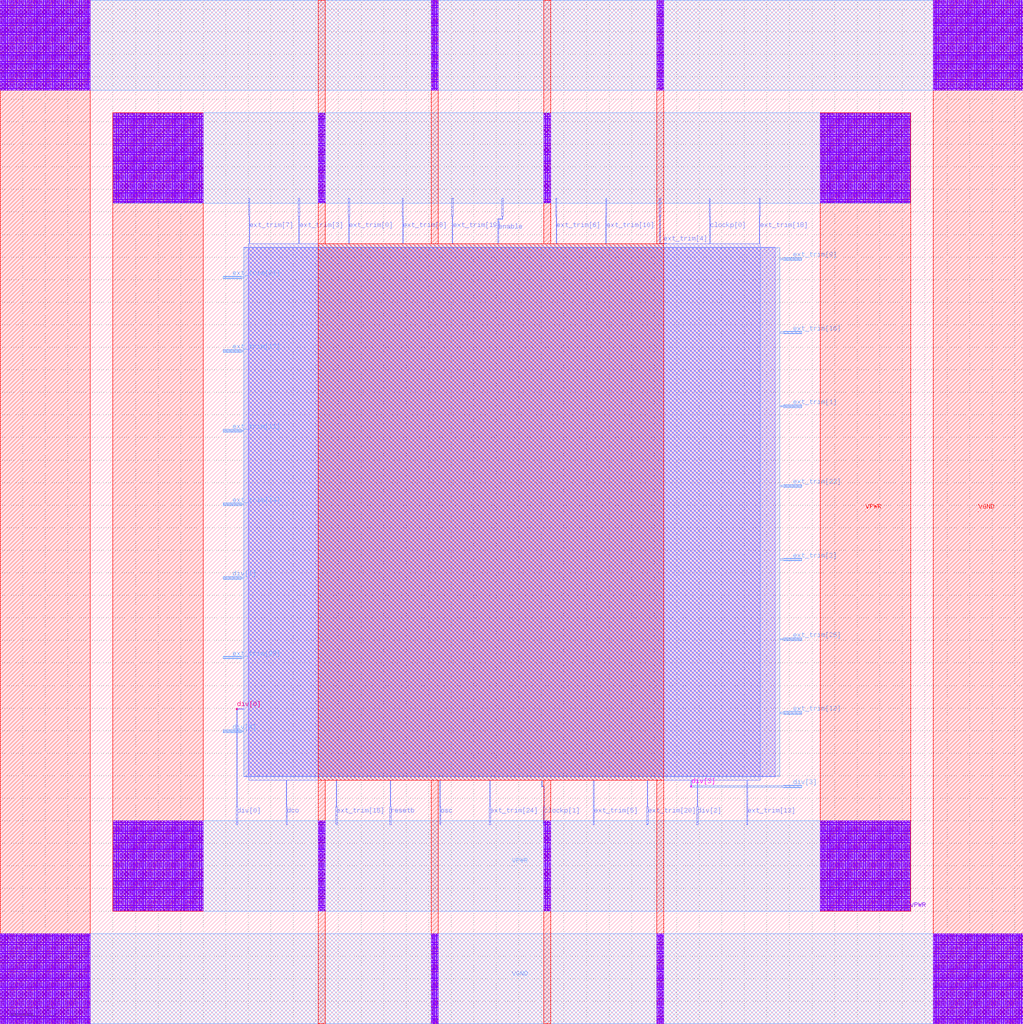
<source format=lef>
VERSION 5.7 ;
  NOWIREEXTENSIONATPIN ON ;
  DIVIDERCHAR "/" ;
  BUSBITCHARS "[]" ;
MACRO digital_pll
  CLASS BLOCK ;
  FOREIGN digital_pll ;
  ORIGIN 0.000 0.000 ;
  SIZE 226.840 BY 226.960 ;
  PIN clockp[0]
    DIRECTION OUTPUT TRISTATE ;
    PORT
      LAYER met2 ;
        RECT 157.210 179.045 157.490 183.045 ;
        RECT 157.280 172.960 157.420 179.045 ;
    END
  END clockp[0]
  PIN clockp[1]
    DIRECTION OUTPUT TRISTATE ;
    PORT
      LAYER met2 ;
        RECT 120.020 52.690 120.160 54.000 ;
        RECT 120.020 52.550 120.620 52.690 ;
        RECT 120.480 48.120 120.620 52.550 ;
        RECT 120.410 44.120 120.690 48.120 ;
    END
  END clockp[1]
  PIN dco
    DIRECTION INPUT ;
    PORT
      LAYER met2 ;
        RECT 63.440 48.120 63.580 54.000 ;
        RECT 63.370 44.120 63.650 48.120 ;
    END
  END dco
  PIN div[0]
    DIRECTION INPUT ;
    PORT
      LAYER met1 ;
        RECT 52.310 69.860 52.630 69.920 ;
        RECT 52.310 69.720 54.000 69.860 ;
        RECT 52.310 69.660 52.630 69.720 ;
      LAYER via ;
        RECT 52.340 69.660 52.600 69.920 ;
      LAYER met2 ;
        RECT 52.340 69.630 52.600 69.950 ;
        RECT 52.400 48.120 52.540 69.630 ;
        RECT 52.330 44.120 52.610 48.120 ;
    END
  END div[0]
  PIN div[1]
    DIRECTION INPUT ;
    PORT
      LAYER met3 ;
        RECT 49.480 99.010 53.480 99.160 ;
        RECT 49.480 98.710 54.000 99.010 ;
        RECT 49.480 98.560 53.480 98.710 ;
    END
  END div[1]
  PIN div[2]
    DIRECTION INPUT ;
    PORT
      LAYER met2 ;
        RECT 154.520 48.120 154.660 54.000 ;
        RECT 154.450 44.120 154.730 48.120 ;
    END
  END div[2]
  PIN div[3]
    DIRECTION INPUT ;
    PORT
      LAYER met2 ;
        RECT 153.140 52.805 153.280 54.000 ;
        RECT 153.070 52.435 153.350 52.805 ;
      LAYER via2 ;
        RECT 153.070 52.480 153.350 52.760 ;
      LAYER met3 ;
        RECT 153.045 52.770 153.375 52.785 ;
        RECT 173.685 52.770 177.685 52.920 ;
        RECT 153.045 52.470 177.685 52.770 ;
        RECT 153.045 52.455 153.375 52.470 ;
        RECT 173.685 52.320 177.685 52.470 ;
    END
  END div[3]
  PIN div[4]
    DIRECTION INPUT ;
    PORT
      LAYER met3 ;
        RECT 49.480 65.010 53.480 65.160 ;
        RECT 49.480 64.710 54.000 65.010 ;
        RECT 49.480 64.560 53.480 64.710 ;
    END
  END div[4]
  PIN enable
    DIRECTION INPUT ;
    PORT
      LAYER met2 ;
        RECT 111.210 179.045 111.490 183.045 ;
        RECT 111.280 178.490 111.420 179.045 ;
        RECT 110.360 178.350 111.420 178.490 ;
        RECT 110.360 172.960 110.500 178.350 ;
    END
  END enable
  PIN ext_trim[0]
    DIRECTION INPUT ;
    PORT
      LAYER met2 ;
        RECT 77.170 179.045 77.450 183.045 ;
        RECT 77.240 172.960 77.380 179.045 ;
    END
  END ext_trim[0]
  PIN ext_trim[10]
    DIRECTION INPUT ;
    PORT
      LAYER met2 ;
        RECT 134.210 179.045 134.490 183.045 ;
        RECT 134.280 172.960 134.420 179.045 ;
    END
  END ext_trim[10]
  PIN ext_trim[11]
    DIRECTION INPUT ;
    PORT
      LAYER met3 ;
        RECT 49.480 131.650 53.480 131.800 ;
        RECT 49.480 131.350 54.000 131.650 ;
        RECT 49.480 131.200 53.480 131.350 ;
    END
  END ext_trim[11]
  PIN ext_trim[12]
    DIRECTION INPUT ;
    PORT
      LAYER met3 ;
        RECT 173.685 69.090 177.685 69.240 ;
        RECT 172.840 68.790 177.685 69.090 ;
        RECT 173.685 68.640 177.685 68.790 ;
    END
  END ext_trim[12]
  PIN ext_trim[13]
    DIRECTION INPUT ;
    PORT
      LAYER met2 ;
        RECT 165.560 48.120 165.700 54.000 ;
        RECT 165.490 44.120 165.770 48.120 ;
    END
  END ext_trim[13]
  PIN ext_trim[14]
    DIRECTION INPUT ;
    PORT
      LAYER met3 ;
        RECT 49.480 115.330 53.480 115.480 ;
        RECT 49.480 115.030 54.000 115.330 ;
        RECT 49.480 114.880 53.480 115.030 ;
    END
  END ext_trim[14]
  PIN ext_trim[15]
    DIRECTION INPUT ;
    PORT
      LAYER met2 ;
        RECT 74.480 48.120 74.620 54.000 ;
        RECT 74.410 44.120 74.690 48.120 ;
    END
  END ext_trim[15]
  PIN ext_trim[16]
    DIRECTION INPUT ;
    PORT
      LAYER met3 ;
        RECT 173.685 153.410 177.685 153.560 ;
        RECT 172.840 153.110 177.685 153.410 ;
        RECT 173.685 152.960 177.685 153.110 ;
    END
  END ext_trim[16]
  PIN ext_trim[17]
    DIRECTION INPUT ;
    PORT
      LAYER met3 ;
        RECT 49.480 149.330 53.480 149.480 ;
        RECT 49.480 149.030 54.000 149.330 ;
        RECT 49.480 148.880 53.480 149.030 ;
    END
  END ext_trim[17]
  PIN ext_trim[18]
    DIRECTION INPUT ;
    PORT
      LAYER met2 ;
        RECT 168.250 179.045 168.530 183.045 ;
        RECT 168.320 172.960 168.460 179.045 ;
    END
  END ext_trim[18]
  PIN ext_trim[19]
    DIRECTION INPUT ;
    PORT
      LAYER met2 ;
        RECT 100.170 179.045 100.450 183.045 ;
        RECT 100.240 172.960 100.380 179.045 ;
    END
  END ext_trim[19]
  PIN ext_trim[1]
    DIRECTION INPUT ;
    PORT
      LAYER met3 ;
        RECT 173.685 137.090 177.685 137.240 ;
        RECT 172.840 136.790 177.685 137.090 ;
        RECT 173.685 136.640 177.685 136.790 ;
    END
  END ext_trim[1]
  PIN ext_trim[20]
    DIRECTION INPUT ;
    PORT
      LAYER met2 ;
        RECT 143.480 48.120 143.620 54.000 ;
        RECT 143.410 44.120 143.690 48.120 ;
    END
  END ext_trim[20]
  PIN ext_trim[21]
    DIRECTION INPUT ;
    PORT
      LAYER met3 ;
        RECT 49.480 165.650 53.480 165.800 ;
        RECT 49.480 165.350 54.000 165.650 ;
        RECT 49.480 165.200 53.480 165.350 ;
    END
  END ext_trim[21]
  PIN ext_trim[22]
    DIRECTION INPUT ;
    PORT
      LAYER met3 ;
        RECT 173.685 119.410 177.685 119.560 ;
        RECT 172.840 119.110 177.685 119.410 ;
        RECT 173.685 118.960 177.685 119.110 ;
    END
  END ext_trim[22]
  PIN ext_trim[23]
    DIRECTION INPUT ;
    PORT
      LAYER met3 ;
        RECT 49.480 81.330 53.480 81.480 ;
        RECT 49.480 81.030 54.000 81.330 ;
        RECT 49.480 80.880 53.480 81.030 ;
    END
  END ext_trim[23]
  PIN ext_trim[24]
    DIRECTION INPUT ;
    PORT
      LAYER met2 ;
        RECT 108.520 48.120 108.660 54.000 ;
        RECT 108.450 44.120 108.730 48.120 ;
    END
  END ext_trim[24]
  PIN ext_trim[25]
    DIRECTION INPUT ;
    PORT
      LAYER met3 ;
        RECT 173.685 85.410 177.685 85.560 ;
        RECT 172.840 85.110 177.685 85.410 ;
        RECT 173.685 84.960 177.685 85.110 ;
    END
  END ext_trim[25]
  PIN ext_trim[2]
    DIRECTION INPUT ;
    PORT
      LAYER met3 ;
        RECT 173.685 103.090 177.685 103.240 ;
        RECT 172.840 102.790 177.685 103.090 ;
        RECT 173.685 102.640 177.685 102.790 ;
    END
  END ext_trim[2]
  PIN ext_trim[3]
    DIRECTION INPUT ;
    PORT
      LAYER met2 ;
        RECT 66.130 179.045 66.410 183.045 ;
        RECT 66.200 172.960 66.340 179.045 ;
    END
  END ext_trim[3]
  PIN ext_trim[4]
    DIRECTION INPUT ;
    PORT
      LAYER met2 ;
        RECT 146.170 179.045 146.450 183.045 ;
        RECT 146.240 173.050 146.380 179.045 ;
        RECT 146.240 172.960 147.760 173.050 ;
    END
  END ext_trim[4]
  PIN ext_trim[5]
    DIRECTION INPUT ;
    PORT
      LAYER met2 ;
        RECT 131.520 48.120 131.660 54.000 ;
        RECT 131.450 44.120 131.730 48.120 ;
    END
  END ext_trim[5]
  PIN ext_trim[6]
    DIRECTION INPUT ;
    PORT
      LAYER met2 ;
        RECT 123.170 179.045 123.450 183.045 ;
        RECT 123.240 172.960 123.380 179.045 ;
    END
  END ext_trim[6]
  PIN ext_trim[7]
    DIRECTION INPUT ;
    PORT
      LAYER met2 ;
        RECT 55.090 179.045 55.370 183.045 ;
        RECT 55.160 172.960 55.300 179.045 ;
    END
  END ext_trim[7]
  PIN ext_trim[8]
    DIRECTION INPUT ;
    PORT
      LAYER met2 ;
        RECT 89.130 179.045 89.410 183.045 ;
        RECT 89.200 172.960 89.340 179.045 ;
    END
  END ext_trim[8]
  PIN ext_trim[9]
    DIRECTION INPUT ;
    PORT
      LAYER met3 ;
        RECT 173.685 169.730 177.685 169.880 ;
        RECT 172.840 169.430 177.685 169.730 ;
        RECT 173.685 169.280 177.685 169.430 ;
    END
  END ext_trim[9]
  PIN osc
    DIRECTION INPUT ;
    PORT
      LAYER met2 ;
        RECT 97.480 48.120 97.620 54.000 ;
        RECT 97.410 44.120 97.690 48.120 ;
    END
  END osc
  PIN resetb
    DIRECTION INPUT ;
    PORT
      LAYER met2 ;
        RECT 86.440 48.120 86.580 54.000 ;
        RECT 86.370 44.120 86.650 48.120 ;
    END
  END resetb
  PIN VPWR
    DIRECTION INPUT ;
    USE POWER ;
    PORT
      LAYER met3 ;
        RECT 25.000 181.960 201.840 201.960 ;
        RECT 25.000 25.000 201.840 45.000 ;
      LAYER via3 ;
        RECT 25.040 201.600 25.360 201.920 ;
        RECT 25.440 201.600 25.760 201.920 ;
        RECT 25.840 201.600 26.160 201.920 ;
        RECT 26.240 201.600 26.560 201.920 ;
        RECT 26.640 201.600 26.960 201.920 ;
        RECT 27.040 201.600 27.360 201.920 ;
        RECT 27.440 201.600 27.760 201.920 ;
        RECT 27.840 201.600 28.160 201.920 ;
        RECT 28.240 201.600 28.560 201.920 ;
        RECT 28.640 201.600 28.960 201.920 ;
        RECT 29.040 201.600 29.360 201.920 ;
        RECT 29.440 201.600 29.760 201.920 ;
        RECT 29.840 201.600 30.160 201.920 ;
        RECT 30.240 201.600 30.560 201.920 ;
        RECT 30.640 201.600 30.960 201.920 ;
        RECT 31.040 201.600 31.360 201.920 ;
        RECT 31.440 201.600 31.760 201.920 ;
        RECT 31.840 201.600 32.160 201.920 ;
        RECT 32.240 201.600 32.560 201.920 ;
        RECT 32.640 201.600 32.960 201.920 ;
        RECT 33.040 201.600 33.360 201.920 ;
        RECT 33.440 201.600 33.760 201.920 ;
        RECT 33.840 201.600 34.160 201.920 ;
        RECT 34.240 201.600 34.560 201.920 ;
        RECT 34.640 201.600 34.960 201.920 ;
        RECT 35.040 201.600 35.360 201.920 ;
        RECT 35.440 201.600 35.760 201.920 ;
        RECT 35.840 201.600 36.160 201.920 ;
        RECT 36.240 201.600 36.560 201.920 ;
        RECT 36.640 201.600 36.960 201.920 ;
        RECT 37.040 201.600 37.360 201.920 ;
        RECT 37.440 201.600 37.760 201.920 ;
        RECT 37.840 201.600 38.160 201.920 ;
        RECT 38.240 201.600 38.560 201.920 ;
        RECT 38.640 201.600 38.960 201.920 ;
        RECT 39.040 201.600 39.360 201.920 ;
        RECT 39.440 201.600 39.760 201.920 ;
        RECT 39.840 201.600 40.160 201.920 ;
        RECT 40.240 201.600 40.560 201.920 ;
        RECT 40.640 201.600 40.960 201.920 ;
        RECT 41.040 201.600 41.360 201.920 ;
        RECT 41.440 201.600 41.760 201.920 ;
        RECT 41.840 201.600 42.160 201.920 ;
        RECT 42.240 201.600 42.560 201.920 ;
        RECT 42.640 201.600 42.960 201.920 ;
        RECT 43.040 201.600 43.360 201.920 ;
        RECT 43.440 201.600 43.760 201.920 ;
        RECT 43.840 201.600 44.160 201.920 ;
        RECT 44.240 201.600 44.560 201.920 ;
        RECT 44.640 201.600 44.960 201.920 ;
        RECT 70.560 201.600 70.880 201.920 ;
        RECT 70.960 201.600 71.280 201.920 ;
        RECT 71.360 201.600 71.680 201.920 ;
        RECT 71.760 201.600 72.080 201.920 ;
        RECT 120.560 201.600 120.880 201.920 ;
        RECT 120.960 201.600 121.280 201.920 ;
        RECT 121.360 201.600 121.680 201.920 ;
        RECT 121.760 201.600 122.080 201.920 ;
        RECT 181.880 201.600 182.200 201.920 ;
        RECT 182.280 201.600 182.600 201.920 ;
        RECT 182.680 201.600 183.000 201.920 ;
        RECT 183.080 201.600 183.400 201.920 ;
        RECT 183.480 201.600 183.800 201.920 ;
        RECT 183.880 201.600 184.200 201.920 ;
        RECT 184.280 201.600 184.600 201.920 ;
        RECT 184.680 201.600 185.000 201.920 ;
        RECT 185.080 201.600 185.400 201.920 ;
        RECT 185.480 201.600 185.800 201.920 ;
        RECT 185.880 201.600 186.200 201.920 ;
        RECT 186.280 201.600 186.600 201.920 ;
        RECT 186.680 201.600 187.000 201.920 ;
        RECT 187.080 201.600 187.400 201.920 ;
        RECT 187.480 201.600 187.800 201.920 ;
        RECT 187.880 201.600 188.200 201.920 ;
        RECT 188.280 201.600 188.600 201.920 ;
        RECT 188.680 201.600 189.000 201.920 ;
        RECT 189.080 201.600 189.400 201.920 ;
        RECT 189.480 201.600 189.800 201.920 ;
        RECT 189.880 201.600 190.200 201.920 ;
        RECT 190.280 201.600 190.600 201.920 ;
        RECT 190.680 201.600 191.000 201.920 ;
        RECT 191.080 201.600 191.400 201.920 ;
        RECT 191.480 201.600 191.800 201.920 ;
        RECT 191.880 201.600 192.200 201.920 ;
        RECT 192.280 201.600 192.600 201.920 ;
        RECT 192.680 201.600 193.000 201.920 ;
        RECT 193.080 201.600 193.400 201.920 ;
        RECT 193.480 201.600 193.800 201.920 ;
        RECT 193.880 201.600 194.200 201.920 ;
        RECT 194.280 201.600 194.600 201.920 ;
        RECT 194.680 201.600 195.000 201.920 ;
        RECT 195.080 201.600 195.400 201.920 ;
        RECT 195.480 201.600 195.800 201.920 ;
        RECT 195.880 201.600 196.200 201.920 ;
        RECT 196.280 201.600 196.600 201.920 ;
        RECT 196.680 201.600 197.000 201.920 ;
        RECT 197.080 201.600 197.400 201.920 ;
        RECT 197.480 201.600 197.800 201.920 ;
        RECT 197.880 201.600 198.200 201.920 ;
        RECT 198.280 201.600 198.600 201.920 ;
        RECT 198.680 201.600 199.000 201.920 ;
        RECT 199.080 201.600 199.400 201.920 ;
        RECT 199.480 201.600 199.800 201.920 ;
        RECT 199.880 201.600 200.200 201.920 ;
        RECT 200.280 201.600 200.600 201.920 ;
        RECT 200.680 201.600 201.000 201.920 ;
        RECT 201.080 201.600 201.400 201.920 ;
        RECT 201.480 201.600 201.800 201.920 ;
        RECT 25.040 201.200 25.360 201.520 ;
        RECT 25.440 201.200 25.760 201.520 ;
        RECT 25.840 201.200 26.160 201.520 ;
        RECT 26.240 201.200 26.560 201.520 ;
        RECT 26.640 201.200 26.960 201.520 ;
        RECT 27.040 201.200 27.360 201.520 ;
        RECT 27.440 201.200 27.760 201.520 ;
        RECT 27.840 201.200 28.160 201.520 ;
        RECT 28.240 201.200 28.560 201.520 ;
        RECT 28.640 201.200 28.960 201.520 ;
        RECT 29.040 201.200 29.360 201.520 ;
        RECT 29.440 201.200 29.760 201.520 ;
        RECT 29.840 201.200 30.160 201.520 ;
        RECT 30.240 201.200 30.560 201.520 ;
        RECT 30.640 201.200 30.960 201.520 ;
        RECT 31.040 201.200 31.360 201.520 ;
        RECT 31.440 201.200 31.760 201.520 ;
        RECT 31.840 201.200 32.160 201.520 ;
        RECT 32.240 201.200 32.560 201.520 ;
        RECT 32.640 201.200 32.960 201.520 ;
        RECT 33.040 201.200 33.360 201.520 ;
        RECT 33.440 201.200 33.760 201.520 ;
        RECT 33.840 201.200 34.160 201.520 ;
        RECT 34.240 201.200 34.560 201.520 ;
        RECT 34.640 201.200 34.960 201.520 ;
        RECT 35.040 201.200 35.360 201.520 ;
        RECT 35.440 201.200 35.760 201.520 ;
        RECT 35.840 201.200 36.160 201.520 ;
        RECT 36.240 201.200 36.560 201.520 ;
        RECT 36.640 201.200 36.960 201.520 ;
        RECT 37.040 201.200 37.360 201.520 ;
        RECT 37.440 201.200 37.760 201.520 ;
        RECT 37.840 201.200 38.160 201.520 ;
        RECT 38.240 201.200 38.560 201.520 ;
        RECT 38.640 201.200 38.960 201.520 ;
        RECT 39.040 201.200 39.360 201.520 ;
        RECT 39.440 201.200 39.760 201.520 ;
        RECT 39.840 201.200 40.160 201.520 ;
        RECT 40.240 201.200 40.560 201.520 ;
        RECT 40.640 201.200 40.960 201.520 ;
        RECT 41.040 201.200 41.360 201.520 ;
        RECT 41.440 201.200 41.760 201.520 ;
        RECT 41.840 201.200 42.160 201.520 ;
        RECT 42.240 201.200 42.560 201.520 ;
        RECT 42.640 201.200 42.960 201.520 ;
        RECT 43.040 201.200 43.360 201.520 ;
        RECT 43.440 201.200 43.760 201.520 ;
        RECT 43.840 201.200 44.160 201.520 ;
        RECT 44.240 201.200 44.560 201.520 ;
        RECT 44.640 201.200 44.960 201.520 ;
        RECT 70.560 201.200 70.880 201.520 ;
        RECT 70.960 201.200 71.280 201.520 ;
        RECT 71.360 201.200 71.680 201.520 ;
        RECT 71.760 201.200 72.080 201.520 ;
        RECT 120.560 201.200 120.880 201.520 ;
        RECT 120.960 201.200 121.280 201.520 ;
        RECT 121.360 201.200 121.680 201.520 ;
        RECT 121.760 201.200 122.080 201.520 ;
        RECT 181.880 201.200 182.200 201.520 ;
        RECT 182.280 201.200 182.600 201.520 ;
        RECT 182.680 201.200 183.000 201.520 ;
        RECT 183.080 201.200 183.400 201.520 ;
        RECT 183.480 201.200 183.800 201.520 ;
        RECT 183.880 201.200 184.200 201.520 ;
        RECT 184.280 201.200 184.600 201.520 ;
        RECT 184.680 201.200 185.000 201.520 ;
        RECT 185.080 201.200 185.400 201.520 ;
        RECT 185.480 201.200 185.800 201.520 ;
        RECT 185.880 201.200 186.200 201.520 ;
        RECT 186.280 201.200 186.600 201.520 ;
        RECT 186.680 201.200 187.000 201.520 ;
        RECT 187.080 201.200 187.400 201.520 ;
        RECT 187.480 201.200 187.800 201.520 ;
        RECT 187.880 201.200 188.200 201.520 ;
        RECT 188.280 201.200 188.600 201.520 ;
        RECT 188.680 201.200 189.000 201.520 ;
        RECT 189.080 201.200 189.400 201.520 ;
        RECT 189.480 201.200 189.800 201.520 ;
        RECT 189.880 201.200 190.200 201.520 ;
        RECT 190.280 201.200 190.600 201.520 ;
        RECT 190.680 201.200 191.000 201.520 ;
        RECT 191.080 201.200 191.400 201.520 ;
        RECT 191.480 201.200 191.800 201.520 ;
        RECT 191.880 201.200 192.200 201.520 ;
        RECT 192.280 201.200 192.600 201.520 ;
        RECT 192.680 201.200 193.000 201.520 ;
        RECT 193.080 201.200 193.400 201.520 ;
        RECT 193.480 201.200 193.800 201.520 ;
        RECT 193.880 201.200 194.200 201.520 ;
        RECT 194.280 201.200 194.600 201.520 ;
        RECT 194.680 201.200 195.000 201.520 ;
        RECT 195.080 201.200 195.400 201.520 ;
        RECT 195.480 201.200 195.800 201.520 ;
        RECT 195.880 201.200 196.200 201.520 ;
        RECT 196.280 201.200 196.600 201.520 ;
        RECT 196.680 201.200 197.000 201.520 ;
        RECT 197.080 201.200 197.400 201.520 ;
        RECT 197.480 201.200 197.800 201.520 ;
        RECT 197.880 201.200 198.200 201.520 ;
        RECT 198.280 201.200 198.600 201.520 ;
        RECT 198.680 201.200 199.000 201.520 ;
        RECT 199.080 201.200 199.400 201.520 ;
        RECT 199.480 201.200 199.800 201.520 ;
        RECT 199.880 201.200 200.200 201.520 ;
        RECT 200.280 201.200 200.600 201.520 ;
        RECT 200.680 201.200 201.000 201.520 ;
        RECT 201.080 201.200 201.400 201.520 ;
        RECT 201.480 201.200 201.800 201.520 ;
        RECT 25.040 200.800 25.360 201.120 ;
        RECT 25.440 200.800 25.760 201.120 ;
        RECT 25.840 200.800 26.160 201.120 ;
        RECT 26.240 200.800 26.560 201.120 ;
        RECT 26.640 200.800 26.960 201.120 ;
        RECT 27.040 200.800 27.360 201.120 ;
        RECT 27.440 200.800 27.760 201.120 ;
        RECT 27.840 200.800 28.160 201.120 ;
        RECT 28.240 200.800 28.560 201.120 ;
        RECT 28.640 200.800 28.960 201.120 ;
        RECT 29.040 200.800 29.360 201.120 ;
        RECT 29.440 200.800 29.760 201.120 ;
        RECT 29.840 200.800 30.160 201.120 ;
        RECT 30.240 200.800 30.560 201.120 ;
        RECT 30.640 200.800 30.960 201.120 ;
        RECT 31.040 200.800 31.360 201.120 ;
        RECT 31.440 200.800 31.760 201.120 ;
        RECT 31.840 200.800 32.160 201.120 ;
        RECT 32.240 200.800 32.560 201.120 ;
        RECT 32.640 200.800 32.960 201.120 ;
        RECT 33.040 200.800 33.360 201.120 ;
        RECT 33.440 200.800 33.760 201.120 ;
        RECT 33.840 200.800 34.160 201.120 ;
        RECT 34.240 200.800 34.560 201.120 ;
        RECT 34.640 200.800 34.960 201.120 ;
        RECT 35.040 200.800 35.360 201.120 ;
        RECT 35.440 200.800 35.760 201.120 ;
        RECT 35.840 200.800 36.160 201.120 ;
        RECT 36.240 200.800 36.560 201.120 ;
        RECT 36.640 200.800 36.960 201.120 ;
        RECT 37.040 200.800 37.360 201.120 ;
        RECT 37.440 200.800 37.760 201.120 ;
        RECT 37.840 200.800 38.160 201.120 ;
        RECT 38.240 200.800 38.560 201.120 ;
        RECT 38.640 200.800 38.960 201.120 ;
        RECT 39.040 200.800 39.360 201.120 ;
        RECT 39.440 200.800 39.760 201.120 ;
        RECT 39.840 200.800 40.160 201.120 ;
        RECT 40.240 200.800 40.560 201.120 ;
        RECT 40.640 200.800 40.960 201.120 ;
        RECT 41.040 200.800 41.360 201.120 ;
        RECT 41.440 200.800 41.760 201.120 ;
        RECT 41.840 200.800 42.160 201.120 ;
        RECT 42.240 200.800 42.560 201.120 ;
        RECT 42.640 200.800 42.960 201.120 ;
        RECT 43.040 200.800 43.360 201.120 ;
        RECT 43.440 200.800 43.760 201.120 ;
        RECT 43.840 200.800 44.160 201.120 ;
        RECT 44.240 200.800 44.560 201.120 ;
        RECT 44.640 200.800 44.960 201.120 ;
        RECT 70.560 200.800 70.880 201.120 ;
        RECT 70.960 200.800 71.280 201.120 ;
        RECT 71.360 200.800 71.680 201.120 ;
        RECT 71.760 200.800 72.080 201.120 ;
        RECT 120.560 200.800 120.880 201.120 ;
        RECT 120.960 200.800 121.280 201.120 ;
        RECT 121.360 200.800 121.680 201.120 ;
        RECT 121.760 200.800 122.080 201.120 ;
        RECT 181.880 200.800 182.200 201.120 ;
        RECT 182.280 200.800 182.600 201.120 ;
        RECT 182.680 200.800 183.000 201.120 ;
        RECT 183.080 200.800 183.400 201.120 ;
        RECT 183.480 200.800 183.800 201.120 ;
        RECT 183.880 200.800 184.200 201.120 ;
        RECT 184.280 200.800 184.600 201.120 ;
        RECT 184.680 200.800 185.000 201.120 ;
        RECT 185.080 200.800 185.400 201.120 ;
        RECT 185.480 200.800 185.800 201.120 ;
        RECT 185.880 200.800 186.200 201.120 ;
        RECT 186.280 200.800 186.600 201.120 ;
        RECT 186.680 200.800 187.000 201.120 ;
        RECT 187.080 200.800 187.400 201.120 ;
        RECT 187.480 200.800 187.800 201.120 ;
        RECT 187.880 200.800 188.200 201.120 ;
        RECT 188.280 200.800 188.600 201.120 ;
        RECT 188.680 200.800 189.000 201.120 ;
        RECT 189.080 200.800 189.400 201.120 ;
        RECT 189.480 200.800 189.800 201.120 ;
        RECT 189.880 200.800 190.200 201.120 ;
        RECT 190.280 200.800 190.600 201.120 ;
        RECT 190.680 200.800 191.000 201.120 ;
        RECT 191.080 200.800 191.400 201.120 ;
        RECT 191.480 200.800 191.800 201.120 ;
        RECT 191.880 200.800 192.200 201.120 ;
        RECT 192.280 200.800 192.600 201.120 ;
        RECT 192.680 200.800 193.000 201.120 ;
        RECT 193.080 200.800 193.400 201.120 ;
        RECT 193.480 200.800 193.800 201.120 ;
        RECT 193.880 200.800 194.200 201.120 ;
        RECT 194.280 200.800 194.600 201.120 ;
        RECT 194.680 200.800 195.000 201.120 ;
        RECT 195.080 200.800 195.400 201.120 ;
        RECT 195.480 200.800 195.800 201.120 ;
        RECT 195.880 200.800 196.200 201.120 ;
        RECT 196.280 200.800 196.600 201.120 ;
        RECT 196.680 200.800 197.000 201.120 ;
        RECT 197.080 200.800 197.400 201.120 ;
        RECT 197.480 200.800 197.800 201.120 ;
        RECT 197.880 200.800 198.200 201.120 ;
        RECT 198.280 200.800 198.600 201.120 ;
        RECT 198.680 200.800 199.000 201.120 ;
        RECT 199.080 200.800 199.400 201.120 ;
        RECT 199.480 200.800 199.800 201.120 ;
        RECT 199.880 200.800 200.200 201.120 ;
        RECT 200.280 200.800 200.600 201.120 ;
        RECT 200.680 200.800 201.000 201.120 ;
        RECT 201.080 200.800 201.400 201.120 ;
        RECT 201.480 200.800 201.800 201.120 ;
        RECT 25.040 200.400 25.360 200.720 ;
        RECT 25.440 200.400 25.760 200.720 ;
        RECT 25.840 200.400 26.160 200.720 ;
        RECT 26.240 200.400 26.560 200.720 ;
        RECT 26.640 200.400 26.960 200.720 ;
        RECT 27.040 200.400 27.360 200.720 ;
        RECT 27.440 200.400 27.760 200.720 ;
        RECT 27.840 200.400 28.160 200.720 ;
        RECT 28.240 200.400 28.560 200.720 ;
        RECT 28.640 200.400 28.960 200.720 ;
        RECT 29.040 200.400 29.360 200.720 ;
        RECT 29.440 200.400 29.760 200.720 ;
        RECT 29.840 200.400 30.160 200.720 ;
        RECT 30.240 200.400 30.560 200.720 ;
        RECT 30.640 200.400 30.960 200.720 ;
        RECT 31.040 200.400 31.360 200.720 ;
        RECT 31.440 200.400 31.760 200.720 ;
        RECT 31.840 200.400 32.160 200.720 ;
        RECT 32.240 200.400 32.560 200.720 ;
        RECT 32.640 200.400 32.960 200.720 ;
        RECT 33.040 200.400 33.360 200.720 ;
        RECT 33.440 200.400 33.760 200.720 ;
        RECT 33.840 200.400 34.160 200.720 ;
        RECT 34.240 200.400 34.560 200.720 ;
        RECT 34.640 200.400 34.960 200.720 ;
        RECT 35.040 200.400 35.360 200.720 ;
        RECT 35.440 200.400 35.760 200.720 ;
        RECT 35.840 200.400 36.160 200.720 ;
        RECT 36.240 200.400 36.560 200.720 ;
        RECT 36.640 200.400 36.960 200.720 ;
        RECT 37.040 200.400 37.360 200.720 ;
        RECT 37.440 200.400 37.760 200.720 ;
        RECT 37.840 200.400 38.160 200.720 ;
        RECT 38.240 200.400 38.560 200.720 ;
        RECT 38.640 200.400 38.960 200.720 ;
        RECT 39.040 200.400 39.360 200.720 ;
        RECT 39.440 200.400 39.760 200.720 ;
        RECT 39.840 200.400 40.160 200.720 ;
        RECT 40.240 200.400 40.560 200.720 ;
        RECT 40.640 200.400 40.960 200.720 ;
        RECT 41.040 200.400 41.360 200.720 ;
        RECT 41.440 200.400 41.760 200.720 ;
        RECT 41.840 200.400 42.160 200.720 ;
        RECT 42.240 200.400 42.560 200.720 ;
        RECT 42.640 200.400 42.960 200.720 ;
        RECT 43.040 200.400 43.360 200.720 ;
        RECT 43.440 200.400 43.760 200.720 ;
        RECT 43.840 200.400 44.160 200.720 ;
        RECT 44.240 200.400 44.560 200.720 ;
        RECT 44.640 200.400 44.960 200.720 ;
        RECT 70.560 200.400 70.880 200.720 ;
        RECT 70.960 200.400 71.280 200.720 ;
        RECT 71.360 200.400 71.680 200.720 ;
        RECT 71.760 200.400 72.080 200.720 ;
        RECT 120.560 200.400 120.880 200.720 ;
        RECT 120.960 200.400 121.280 200.720 ;
        RECT 121.360 200.400 121.680 200.720 ;
        RECT 121.760 200.400 122.080 200.720 ;
        RECT 181.880 200.400 182.200 200.720 ;
        RECT 182.280 200.400 182.600 200.720 ;
        RECT 182.680 200.400 183.000 200.720 ;
        RECT 183.080 200.400 183.400 200.720 ;
        RECT 183.480 200.400 183.800 200.720 ;
        RECT 183.880 200.400 184.200 200.720 ;
        RECT 184.280 200.400 184.600 200.720 ;
        RECT 184.680 200.400 185.000 200.720 ;
        RECT 185.080 200.400 185.400 200.720 ;
        RECT 185.480 200.400 185.800 200.720 ;
        RECT 185.880 200.400 186.200 200.720 ;
        RECT 186.280 200.400 186.600 200.720 ;
        RECT 186.680 200.400 187.000 200.720 ;
        RECT 187.080 200.400 187.400 200.720 ;
        RECT 187.480 200.400 187.800 200.720 ;
        RECT 187.880 200.400 188.200 200.720 ;
        RECT 188.280 200.400 188.600 200.720 ;
        RECT 188.680 200.400 189.000 200.720 ;
        RECT 189.080 200.400 189.400 200.720 ;
        RECT 189.480 200.400 189.800 200.720 ;
        RECT 189.880 200.400 190.200 200.720 ;
        RECT 190.280 200.400 190.600 200.720 ;
        RECT 190.680 200.400 191.000 200.720 ;
        RECT 191.080 200.400 191.400 200.720 ;
        RECT 191.480 200.400 191.800 200.720 ;
        RECT 191.880 200.400 192.200 200.720 ;
        RECT 192.280 200.400 192.600 200.720 ;
        RECT 192.680 200.400 193.000 200.720 ;
        RECT 193.080 200.400 193.400 200.720 ;
        RECT 193.480 200.400 193.800 200.720 ;
        RECT 193.880 200.400 194.200 200.720 ;
        RECT 194.280 200.400 194.600 200.720 ;
        RECT 194.680 200.400 195.000 200.720 ;
        RECT 195.080 200.400 195.400 200.720 ;
        RECT 195.480 200.400 195.800 200.720 ;
        RECT 195.880 200.400 196.200 200.720 ;
        RECT 196.280 200.400 196.600 200.720 ;
        RECT 196.680 200.400 197.000 200.720 ;
        RECT 197.080 200.400 197.400 200.720 ;
        RECT 197.480 200.400 197.800 200.720 ;
        RECT 197.880 200.400 198.200 200.720 ;
        RECT 198.280 200.400 198.600 200.720 ;
        RECT 198.680 200.400 199.000 200.720 ;
        RECT 199.080 200.400 199.400 200.720 ;
        RECT 199.480 200.400 199.800 200.720 ;
        RECT 199.880 200.400 200.200 200.720 ;
        RECT 200.280 200.400 200.600 200.720 ;
        RECT 200.680 200.400 201.000 200.720 ;
        RECT 201.080 200.400 201.400 200.720 ;
        RECT 201.480 200.400 201.800 200.720 ;
        RECT 25.040 200.000 25.360 200.320 ;
        RECT 25.440 200.000 25.760 200.320 ;
        RECT 25.840 200.000 26.160 200.320 ;
        RECT 26.240 200.000 26.560 200.320 ;
        RECT 26.640 200.000 26.960 200.320 ;
        RECT 27.040 200.000 27.360 200.320 ;
        RECT 27.440 200.000 27.760 200.320 ;
        RECT 27.840 200.000 28.160 200.320 ;
        RECT 28.240 200.000 28.560 200.320 ;
        RECT 28.640 200.000 28.960 200.320 ;
        RECT 29.040 200.000 29.360 200.320 ;
        RECT 29.440 200.000 29.760 200.320 ;
        RECT 29.840 200.000 30.160 200.320 ;
        RECT 30.240 200.000 30.560 200.320 ;
        RECT 30.640 200.000 30.960 200.320 ;
        RECT 31.040 200.000 31.360 200.320 ;
        RECT 31.440 200.000 31.760 200.320 ;
        RECT 31.840 200.000 32.160 200.320 ;
        RECT 32.240 200.000 32.560 200.320 ;
        RECT 32.640 200.000 32.960 200.320 ;
        RECT 33.040 200.000 33.360 200.320 ;
        RECT 33.440 200.000 33.760 200.320 ;
        RECT 33.840 200.000 34.160 200.320 ;
        RECT 34.240 200.000 34.560 200.320 ;
        RECT 34.640 200.000 34.960 200.320 ;
        RECT 35.040 200.000 35.360 200.320 ;
        RECT 35.440 200.000 35.760 200.320 ;
        RECT 35.840 200.000 36.160 200.320 ;
        RECT 36.240 200.000 36.560 200.320 ;
        RECT 36.640 200.000 36.960 200.320 ;
        RECT 37.040 200.000 37.360 200.320 ;
        RECT 37.440 200.000 37.760 200.320 ;
        RECT 37.840 200.000 38.160 200.320 ;
        RECT 38.240 200.000 38.560 200.320 ;
        RECT 38.640 200.000 38.960 200.320 ;
        RECT 39.040 200.000 39.360 200.320 ;
        RECT 39.440 200.000 39.760 200.320 ;
        RECT 39.840 200.000 40.160 200.320 ;
        RECT 40.240 200.000 40.560 200.320 ;
        RECT 40.640 200.000 40.960 200.320 ;
        RECT 41.040 200.000 41.360 200.320 ;
        RECT 41.440 200.000 41.760 200.320 ;
        RECT 41.840 200.000 42.160 200.320 ;
        RECT 42.240 200.000 42.560 200.320 ;
        RECT 42.640 200.000 42.960 200.320 ;
        RECT 43.040 200.000 43.360 200.320 ;
        RECT 43.440 200.000 43.760 200.320 ;
        RECT 43.840 200.000 44.160 200.320 ;
        RECT 44.240 200.000 44.560 200.320 ;
        RECT 44.640 200.000 44.960 200.320 ;
        RECT 70.560 200.000 70.880 200.320 ;
        RECT 70.960 200.000 71.280 200.320 ;
        RECT 71.360 200.000 71.680 200.320 ;
        RECT 71.760 200.000 72.080 200.320 ;
        RECT 120.560 200.000 120.880 200.320 ;
        RECT 120.960 200.000 121.280 200.320 ;
        RECT 121.360 200.000 121.680 200.320 ;
        RECT 121.760 200.000 122.080 200.320 ;
        RECT 181.880 200.000 182.200 200.320 ;
        RECT 182.280 200.000 182.600 200.320 ;
        RECT 182.680 200.000 183.000 200.320 ;
        RECT 183.080 200.000 183.400 200.320 ;
        RECT 183.480 200.000 183.800 200.320 ;
        RECT 183.880 200.000 184.200 200.320 ;
        RECT 184.280 200.000 184.600 200.320 ;
        RECT 184.680 200.000 185.000 200.320 ;
        RECT 185.080 200.000 185.400 200.320 ;
        RECT 185.480 200.000 185.800 200.320 ;
        RECT 185.880 200.000 186.200 200.320 ;
        RECT 186.280 200.000 186.600 200.320 ;
        RECT 186.680 200.000 187.000 200.320 ;
        RECT 187.080 200.000 187.400 200.320 ;
        RECT 187.480 200.000 187.800 200.320 ;
        RECT 187.880 200.000 188.200 200.320 ;
        RECT 188.280 200.000 188.600 200.320 ;
        RECT 188.680 200.000 189.000 200.320 ;
        RECT 189.080 200.000 189.400 200.320 ;
        RECT 189.480 200.000 189.800 200.320 ;
        RECT 189.880 200.000 190.200 200.320 ;
        RECT 190.280 200.000 190.600 200.320 ;
        RECT 190.680 200.000 191.000 200.320 ;
        RECT 191.080 200.000 191.400 200.320 ;
        RECT 191.480 200.000 191.800 200.320 ;
        RECT 191.880 200.000 192.200 200.320 ;
        RECT 192.280 200.000 192.600 200.320 ;
        RECT 192.680 200.000 193.000 200.320 ;
        RECT 193.080 200.000 193.400 200.320 ;
        RECT 193.480 200.000 193.800 200.320 ;
        RECT 193.880 200.000 194.200 200.320 ;
        RECT 194.280 200.000 194.600 200.320 ;
        RECT 194.680 200.000 195.000 200.320 ;
        RECT 195.080 200.000 195.400 200.320 ;
        RECT 195.480 200.000 195.800 200.320 ;
        RECT 195.880 200.000 196.200 200.320 ;
        RECT 196.280 200.000 196.600 200.320 ;
        RECT 196.680 200.000 197.000 200.320 ;
        RECT 197.080 200.000 197.400 200.320 ;
        RECT 197.480 200.000 197.800 200.320 ;
        RECT 197.880 200.000 198.200 200.320 ;
        RECT 198.280 200.000 198.600 200.320 ;
        RECT 198.680 200.000 199.000 200.320 ;
        RECT 199.080 200.000 199.400 200.320 ;
        RECT 199.480 200.000 199.800 200.320 ;
        RECT 199.880 200.000 200.200 200.320 ;
        RECT 200.280 200.000 200.600 200.320 ;
        RECT 200.680 200.000 201.000 200.320 ;
        RECT 201.080 200.000 201.400 200.320 ;
        RECT 201.480 200.000 201.800 200.320 ;
        RECT 25.040 199.600 25.360 199.920 ;
        RECT 25.440 199.600 25.760 199.920 ;
        RECT 25.840 199.600 26.160 199.920 ;
        RECT 26.240 199.600 26.560 199.920 ;
        RECT 26.640 199.600 26.960 199.920 ;
        RECT 27.040 199.600 27.360 199.920 ;
        RECT 27.440 199.600 27.760 199.920 ;
        RECT 27.840 199.600 28.160 199.920 ;
        RECT 28.240 199.600 28.560 199.920 ;
        RECT 28.640 199.600 28.960 199.920 ;
        RECT 29.040 199.600 29.360 199.920 ;
        RECT 29.440 199.600 29.760 199.920 ;
        RECT 29.840 199.600 30.160 199.920 ;
        RECT 30.240 199.600 30.560 199.920 ;
        RECT 30.640 199.600 30.960 199.920 ;
        RECT 31.040 199.600 31.360 199.920 ;
        RECT 31.440 199.600 31.760 199.920 ;
        RECT 31.840 199.600 32.160 199.920 ;
        RECT 32.240 199.600 32.560 199.920 ;
        RECT 32.640 199.600 32.960 199.920 ;
        RECT 33.040 199.600 33.360 199.920 ;
        RECT 33.440 199.600 33.760 199.920 ;
        RECT 33.840 199.600 34.160 199.920 ;
        RECT 34.240 199.600 34.560 199.920 ;
        RECT 34.640 199.600 34.960 199.920 ;
        RECT 35.040 199.600 35.360 199.920 ;
        RECT 35.440 199.600 35.760 199.920 ;
        RECT 35.840 199.600 36.160 199.920 ;
        RECT 36.240 199.600 36.560 199.920 ;
        RECT 36.640 199.600 36.960 199.920 ;
        RECT 37.040 199.600 37.360 199.920 ;
        RECT 37.440 199.600 37.760 199.920 ;
        RECT 37.840 199.600 38.160 199.920 ;
        RECT 38.240 199.600 38.560 199.920 ;
        RECT 38.640 199.600 38.960 199.920 ;
        RECT 39.040 199.600 39.360 199.920 ;
        RECT 39.440 199.600 39.760 199.920 ;
        RECT 39.840 199.600 40.160 199.920 ;
        RECT 40.240 199.600 40.560 199.920 ;
        RECT 40.640 199.600 40.960 199.920 ;
        RECT 41.040 199.600 41.360 199.920 ;
        RECT 41.440 199.600 41.760 199.920 ;
        RECT 41.840 199.600 42.160 199.920 ;
        RECT 42.240 199.600 42.560 199.920 ;
        RECT 42.640 199.600 42.960 199.920 ;
        RECT 43.040 199.600 43.360 199.920 ;
        RECT 43.440 199.600 43.760 199.920 ;
        RECT 43.840 199.600 44.160 199.920 ;
        RECT 44.240 199.600 44.560 199.920 ;
        RECT 44.640 199.600 44.960 199.920 ;
        RECT 70.560 199.600 70.880 199.920 ;
        RECT 70.960 199.600 71.280 199.920 ;
        RECT 71.360 199.600 71.680 199.920 ;
        RECT 71.760 199.600 72.080 199.920 ;
        RECT 120.560 199.600 120.880 199.920 ;
        RECT 120.960 199.600 121.280 199.920 ;
        RECT 121.360 199.600 121.680 199.920 ;
        RECT 121.760 199.600 122.080 199.920 ;
        RECT 181.880 199.600 182.200 199.920 ;
        RECT 182.280 199.600 182.600 199.920 ;
        RECT 182.680 199.600 183.000 199.920 ;
        RECT 183.080 199.600 183.400 199.920 ;
        RECT 183.480 199.600 183.800 199.920 ;
        RECT 183.880 199.600 184.200 199.920 ;
        RECT 184.280 199.600 184.600 199.920 ;
        RECT 184.680 199.600 185.000 199.920 ;
        RECT 185.080 199.600 185.400 199.920 ;
        RECT 185.480 199.600 185.800 199.920 ;
        RECT 185.880 199.600 186.200 199.920 ;
        RECT 186.280 199.600 186.600 199.920 ;
        RECT 186.680 199.600 187.000 199.920 ;
        RECT 187.080 199.600 187.400 199.920 ;
        RECT 187.480 199.600 187.800 199.920 ;
        RECT 187.880 199.600 188.200 199.920 ;
        RECT 188.280 199.600 188.600 199.920 ;
        RECT 188.680 199.600 189.000 199.920 ;
        RECT 189.080 199.600 189.400 199.920 ;
        RECT 189.480 199.600 189.800 199.920 ;
        RECT 189.880 199.600 190.200 199.920 ;
        RECT 190.280 199.600 190.600 199.920 ;
        RECT 190.680 199.600 191.000 199.920 ;
        RECT 191.080 199.600 191.400 199.920 ;
        RECT 191.480 199.600 191.800 199.920 ;
        RECT 191.880 199.600 192.200 199.920 ;
        RECT 192.280 199.600 192.600 199.920 ;
        RECT 192.680 199.600 193.000 199.920 ;
        RECT 193.080 199.600 193.400 199.920 ;
        RECT 193.480 199.600 193.800 199.920 ;
        RECT 193.880 199.600 194.200 199.920 ;
        RECT 194.280 199.600 194.600 199.920 ;
        RECT 194.680 199.600 195.000 199.920 ;
        RECT 195.080 199.600 195.400 199.920 ;
        RECT 195.480 199.600 195.800 199.920 ;
        RECT 195.880 199.600 196.200 199.920 ;
        RECT 196.280 199.600 196.600 199.920 ;
        RECT 196.680 199.600 197.000 199.920 ;
        RECT 197.080 199.600 197.400 199.920 ;
        RECT 197.480 199.600 197.800 199.920 ;
        RECT 197.880 199.600 198.200 199.920 ;
        RECT 198.280 199.600 198.600 199.920 ;
        RECT 198.680 199.600 199.000 199.920 ;
        RECT 199.080 199.600 199.400 199.920 ;
        RECT 199.480 199.600 199.800 199.920 ;
        RECT 199.880 199.600 200.200 199.920 ;
        RECT 200.280 199.600 200.600 199.920 ;
        RECT 200.680 199.600 201.000 199.920 ;
        RECT 201.080 199.600 201.400 199.920 ;
        RECT 201.480 199.600 201.800 199.920 ;
        RECT 25.040 199.200 25.360 199.520 ;
        RECT 25.440 199.200 25.760 199.520 ;
        RECT 25.840 199.200 26.160 199.520 ;
        RECT 26.240 199.200 26.560 199.520 ;
        RECT 26.640 199.200 26.960 199.520 ;
        RECT 27.040 199.200 27.360 199.520 ;
        RECT 27.440 199.200 27.760 199.520 ;
        RECT 27.840 199.200 28.160 199.520 ;
        RECT 28.240 199.200 28.560 199.520 ;
        RECT 28.640 199.200 28.960 199.520 ;
        RECT 29.040 199.200 29.360 199.520 ;
        RECT 29.440 199.200 29.760 199.520 ;
        RECT 29.840 199.200 30.160 199.520 ;
        RECT 30.240 199.200 30.560 199.520 ;
        RECT 30.640 199.200 30.960 199.520 ;
        RECT 31.040 199.200 31.360 199.520 ;
        RECT 31.440 199.200 31.760 199.520 ;
        RECT 31.840 199.200 32.160 199.520 ;
        RECT 32.240 199.200 32.560 199.520 ;
        RECT 32.640 199.200 32.960 199.520 ;
        RECT 33.040 199.200 33.360 199.520 ;
        RECT 33.440 199.200 33.760 199.520 ;
        RECT 33.840 199.200 34.160 199.520 ;
        RECT 34.240 199.200 34.560 199.520 ;
        RECT 34.640 199.200 34.960 199.520 ;
        RECT 35.040 199.200 35.360 199.520 ;
        RECT 35.440 199.200 35.760 199.520 ;
        RECT 35.840 199.200 36.160 199.520 ;
        RECT 36.240 199.200 36.560 199.520 ;
        RECT 36.640 199.200 36.960 199.520 ;
        RECT 37.040 199.200 37.360 199.520 ;
        RECT 37.440 199.200 37.760 199.520 ;
        RECT 37.840 199.200 38.160 199.520 ;
        RECT 38.240 199.200 38.560 199.520 ;
        RECT 38.640 199.200 38.960 199.520 ;
        RECT 39.040 199.200 39.360 199.520 ;
        RECT 39.440 199.200 39.760 199.520 ;
        RECT 39.840 199.200 40.160 199.520 ;
        RECT 40.240 199.200 40.560 199.520 ;
        RECT 40.640 199.200 40.960 199.520 ;
        RECT 41.040 199.200 41.360 199.520 ;
        RECT 41.440 199.200 41.760 199.520 ;
        RECT 41.840 199.200 42.160 199.520 ;
        RECT 42.240 199.200 42.560 199.520 ;
        RECT 42.640 199.200 42.960 199.520 ;
        RECT 43.040 199.200 43.360 199.520 ;
        RECT 43.440 199.200 43.760 199.520 ;
        RECT 43.840 199.200 44.160 199.520 ;
        RECT 44.240 199.200 44.560 199.520 ;
        RECT 44.640 199.200 44.960 199.520 ;
        RECT 70.560 199.200 70.880 199.520 ;
        RECT 70.960 199.200 71.280 199.520 ;
        RECT 71.360 199.200 71.680 199.520 ;
        RECT 71.760 199.200 72.080 199.520 ;
        RECT 120.560 199.200 120.880 199.520 ;
        RECT 120.960 199.200 121.280 199.520 ;
        RECT 121.360 199.200 121.680 199.520 ;
        RECT 121.760 199.200 122.080 199.520 ;
        RECT 181.880 199.200 182.200 199.520 ;
        RECT 182.280 199.200 182.600 199.520 ;
        RECT 182.680 199.200 183.000 199.520 ;
        RECT 183.080 199.200 183.400 199.520 ;
        RECT 183.480 199.200 183.800 199.520 ;
        RECT 183.880 199.200 184.200 199.520 ;
        RECT 184.280 199.200 184.600 199.520 ;
        RECT 184.680 199.200 185.000 199.520 ;
        RECT 185.080 199.200 185.400 199.520 ;
        RECT 185.480 199.200 185.800 199.520 ;
        RECT 185.880 199.200 186.200 199.520 ;
        RECT 186.280 199.200 186.600 199.520 ;
        RECT 186.680 199.200 187.000 199.520 ;
        RECT 187.080 199.200 187.400 199.520 ;
        RECT 187.480 199.200 187.800 199.520 ;
        RECT 187.880 199.200 188.200 199.520 ;
        RECT 188.280 199.200 188.600 199.520 ;
        RECT 188.680 199.200 189.000 199.520 ;
        RECT 189.080 199.200 189.400 199.520 ;
        RECT 189.480 199.200 189.800 199.520 ;
        RECT 189.880 199.200 190.200 199.520 ;
        RECT 190.280 199.200 190.600 199.520 ;
        RECT 190.680 199.200 191.000 199.520 ;
        RECT 191.080 199.200 191.400 199.520 ;
        RECT 191.480 199.200 191.800 199.520 ;
        RECT 191.880 199.200 192.200 199.520 ;
        RECT 192.280 199.200 192.600 199.520 ;
        RECT 192.680 199.200 193.000 199.520 ;
        RECT 193.080 199.200 193.400 199.520 ;
        RECT 193.480 199.200 193.800 199.520 ;
        RECT 193.880 199.200 194.200 199.520 ;
        RECT 194.280 199.200 194.600 199.520 ;
        RECT 194.680 199.200 195.000 199.520 ;
        RECT 195.080 199.200 195.400 199.520 ;
        RECT 195.480 199.200 195.800 199.520 ;
        RECT 195.880 199.200 196.200 199.520 ;
        RECT 196.280 199.200 196.600 199.520 ;
        RECT 196.680 199.200 197.000 199.520 ;
        RECT 197.080 199.200 197.400 199.520 ;
        RECT 197.480 199.200 197.800 199.520 ;
        RECT 197.880 199.200 198.200 199.520 ;
        RECT 198.280 199.200 198.600 199.520 ;
        RECT 198.680 199.200 199.000 199.520 ;
        RECT 199.080 199.200 199.400 199.520 ;
        RECT 199.480 199.200 199.800 199.520 ;
        RECT 199.880 199.200 200.200 199.520 ;
        RECT 200.280 199.200 200.600 199.520 ;
        RECT 200.680 199.200 201.000 199.520 ;
        RECT 201.080 199.200 201.400 199.520 ;
        RECT 201.480 199.200 201.800 199.520 ;
        RECT 25.040 198.800 25.360 199.120 ;
        RECT 25.440 198.800 25.760 199.120 ;
        RECT 25.840 198.800 26.160 199.120 ;
        RECT 26.240 198.800 26.560 199.120 ;
        RECT 26.640 198.800 26.960 199.120 ;
        RECT 27.040 198.800 27.360 199.120 ;
        RECT 27.440 198.800 27.760 199.120 ;
        RECT 27.840 198.800 28.160 199.120 ;
        RECT 28.240 198.800 28.560 199.120 ;
        RECT 28.640 198.800 28.960 199.120 ;
        RECT 29.040 198.800 29.360 199.120 ;
        RECT 29.440 198.800 29.760 199.120 ;
        RECT 29.840 198.800 30.160 199.120 ;
        RECT 30.240 198.800 30.560 199.120 ;
        RECT 30.640 198.800 30.960 199.120 ;
        RECT 31.040 198.800 31.360 199.120 ;
        RECT 31.440 198.800 31.760 199.120 ;
        RECT 31.840 198.800 32.160 199.120 ;
        RECT 32.240 198.800 32.560 199.120 ;
        RECT 32.640 198.800 32.960 199.120 ;
        RECT 33.040 198.800 33.360 199.120 ;
        RECT 33.440 198.800 33.760 199.120 ;
        RECT 33.840 198.800 34.160 199.120 ;
        RECT 34.240 198.800 34.560 199.120 ;
        RECT 34.640 198.800 34.960 199.120 ;
        RECT 35.040 198.800 35.360 199.120 ;
        RECT 35.440 198.800 35.760 199.120 ;
        RECT 35.840 198.800 36.160 199.120 ;
        RECT 36.240 198.800 36.560 199.120 ;
        RECT 36.640 198.800 36.960 199.120 ;
        RECT 37.040 198.800 37.360 199.120 ;
        RECT 37.440 198.800 37.760 199.120 ;
        RECT 37.840 198.800 38.160 199.120 ;
        RECT 38.240 198.800 38.560 199.120 ;
        RECT 38.640 198.800 38.960 199.120 ;
        RECT 39.040 198.800 39.360 199.120 ;
        RECT 39.440 198.800 39.760 199.120 ;
        RECT 39.840 198.800 40.160 199.120 ;
        RECT 40.240 198.800 40.560 199.120 ;
        RECT 40.640 198.800 40.960 199.120 ;
        RECT 41.040 198.800 41.360 199.120 ;
        RECT 41.440 198.800 41.760 199.120 ;
        RECT 41.840 198.800 42.160 199.120 ;
        RECT 42.240 198.800 42.560 199.120 ;
        RECT 42.640 198.800 42.960 199.120 ;
        RECT 43.040 198.800 43.360 199.120 ;
        RECT 43.440 198.800 43.760 199.120 ;
        RECT 43.840 198.800 44.160 199.120 ;
        RECT 44.240 198.800 44.560 199.120 ;
        RECT 44.640 198.800 44.960 199.120 ;
        RECT 70.560 198.800 70.880 199.120 ;
        RECT 70.960 198.800 71.280 199.120 ;
        RECT 71.360 198.800 71.680 199.120 ;
        RECT 71.760 198.800 72.080 199.120 ;
        RECT 120.560 198.800 120.880 199.120 ;
        RECT 120.960 198.800 121.280 199.120 ;
        RECT 121.360 198.800 121.680 199.120 ;
        RECT 121.760 198.800 122.080 199.120 ;
        RECT 181.880 198.800 182.200 199.120 ;
        RECT 182.280 198.800 182.600 199.120 ;
        RECT 182.680 198.800 183.000 199.120 ;
        RECT 183.080 198.800 183.400 199.120 ;
        RECT 183.480 198.800 183.800 199.120 ;
        RECT 183.880 198.800 184.200 199.120 ;
        RECT 184.280 198.800 184.600 199.120 ;
        RECT 184.680 198.800 185.000 199.120 ;
        RECT 185.080 198.800 185.400 199.120 ;
        RECT 185.480 198.800 185.800 199.120 ;
        RECT 185.880 198.800 186.200 199.120 ;
        RECT 186.280 198.800 186.600 199.120 ;
        RECT 186.680 198.800 187.000 199.120 ;
        RECT 187.080 198.800 187.400 199.120 ;
        RECT 187.480 198.800 187.800 199.120 ;
        RECT 187.880 198.800 188.200 199.120 ;
        RECT 188.280 198.800 188.600 199.120 ;
        RECT 188.680 198.800 189.000 199.120 ;
        RECT 189.080 198.800 189.400 199.120 ;
        RECT 189.480 198.800 189.800 199.120 ;
        RECT 189.880 198.800 190.200 199.120 ;
        RECT 190.280 198.800 190.600 199.120 ;
        RECT 190.680 198.800 191.000 199.120 ;
        RECT 191.080 198.800 191.400 199.120 ;
        RECT 191.480 198.800 191.800 199.120 ;
        RECT 191.880 198.800 192.200 199.120 ;
        RECT 192.280 198.800 192.600 199.120 ;
        RECT 192.680 198.800 193.000 199.120 ;
        RECT 193.080 198.800 193.400 199.120 ;
        RECT 193.480 198.800 193.800 199.120 ;
        RECT 193.880 198.800 194.200 199.120 ;
        RECT 194.280 198.800 194.600 199.120 ;
        RECT 194.680 198.800 195.000 199.120 ;
        RECT 195.080 198.800 195.400 199.120 ;
        RECT 195.480 198.800 195.800 199.120 ;
        RECT 195.880 198.800 196.200 199.120 ;
        RECT 196.280 198.800 196.600 199.120 ;
        RECT 196.680 198.800 197.000 199.120 ;
        RECT 197.080 198.800 197.400 199.120 ;
        RECT 197.480 198.800 197.800 199.120 ;
        RECT 197.880 198.800 198.200 199.120 ;
        RECT 198.280 198.800 198.600 199.120 ;
        RECT 198.680 198.800 199.000 199.120 ;
        RECT 199.080 198.800 199.400 199.120 ;
        RECT 199.480 198.800 199.800 199.120 ;
        RECT 199.880 198.800 200.200 199.120 ;
        RECT 200.280 198.800 200.600 199.120 ;
        RECT 200.680 198.800 201.000 199.120 ;
        RECT 201.080 198.800 201.400 199.120 ;
        RECT 201.480 198.800 201.800 199.120 ;
        RECT 25.040 198.400 25.360 198.720 ;
        RECT 25.440 198.400 25.760 198.720 ;
        RECT 25.840 198.400 26.160 198.720 ;
        RECT 26.240 198.400 26.560 198.720 ;
        RECT 26.640 198.400 26.960 198.720 ;
        RECT 27.040 198.400 27.360 198.720 ;
        RECT 27.440 198.400 27.760 198.720 ;
        RECT 27.840 198.400 28.160 198.720 ;
        RECT 28.240 198.400 28.560 198.720 ;
        RECT 28.640 198.400 28.960 198.720 ;
        RECT 29.040 198.400 29.360 198.720 ;
        RECT 29.440 198.400 29.760 198.720 ;
        RECT 29.840 198.400 30.160 198.720 ;
        RECT 30.240 198.400 30.560 198.720 ;
        RECT 30.640 198.400 30.960 198.720 ;
        RECT 31.040 198.400 31.360 198.720 ;
        RECT 31.440 198.400 31.760 198.720 ;
        RECT 31.840 198.400 32.160 198.720 ;
        RECT 32.240 198.400 32.560 198.720 ;
        RECT 32.640 198.400 32.960 198.720 ;
        RECT 33.040 198.400 33.360 198.720 ;
        RECT 33.440 198.400 33.760 198.720 ;
        RECT 33.840 198.400 34.160 198.720 ;
        RECT 34.240 198.400 34.560 198.720 ;
        RECT 34.640 198.400 34.960 198.720 ;
        RECT 35.040 198.400 35.360 198.720 ;
        RECT 35.440 198.400 35.760 198.720 ;
        RECT 35.840 198.400 36.160 198.720 ;
        RECT 36.240 198.400 36.560 198.720 ;
        RECT 36.640 198.400 36.960 198.720 ;
        RECT 37.040 198.400 37.360 198.720 ;
        RECT 37.440 198.400 37.760 198.720 ;
        RECT 37.840 198.400 38.160 198.720 ;
        RECT 38.240 198.400 38.560 198.720 ;
        RECT 38.640 198.400 38.960 198.720 ;
        RECT 39.040 198.400 39.360 198.720 ;
        RECT 39.440 198.400 39.760 198.720 ;
        RECT 39.840 198.400 40.160 198.720 ;
        RECT 40.240 198.400 40.560 198.720 ;
        RECT 40.640 198.400 40.960 198.720 ;
        RECT 41.040 198.400 41.360 198.720 ;
        RECT 41.440 198.400 41.760 198.720 ;
        RECT 41.840 198.400 42.160 198.720 ;
        RECT 42.240 198.400 42.560 198.720 ;
        RECT 42.640 198.400 42.960 198.720 ;
        RECT 43.040 198.400 43.360 198.720 ;
        RECT 43.440 198.400 43.760 198.720 ;
        RECT 43.840 198.400 44.160 198.720 ;
        RECT 44.240 198.400 44.560 198.720 ;
        RECT 44.640 198.400 44.960 198.720 ;
        RECT 70.560 198.400 70.880 198.720 ;
        RECT 70.960 198.400 71.280 198.720 ;
        RECT 71.360 198.400 71.680 198.720 ;
        RECT 71.760 198.400 72.080 198.720 ;
        RECT 120.560 198.400 120.880 198.720 ;
        RECT 120.960 198.400 121.280 198.720 ;
        RECT 121.360 198.400 121.680 198.720 ;
        RECT 121.760 198.400 122.080 198.720 ;
        RECT 181.880 198.400 182.200 198.720 ;
        RECT 182.280 198.400 182.600 198.720 ;
        RECT 182.680 198.400 183.000 198.720 ;
        RECT 183.080 198.400 183.400 198.720 ;
        RECT 183.480 198.400 183.800 198.720 ;
        RECT 183.880 198.400 184.200 198.720 ;
        RECT 184.280 198.400 184.600 198.720 ;
        RECT 184.680 198.400 185.000 198.720 ;
        RECT 185.080 198.400 185.400 198.720 ;
        RECT 185.480 198.400 185.800 198.720 ;
        RECT 185.880 198.400 186.200 198.720 ;
        RECT 186.280 198.400 186.600 198.720 ;
        RECT 186.680 198.400 187.000 198.720 ;
        RECT 187.080 198.400 187.400 198.720 ;
        RECT 187.480 198.400 187.800 198.720 ;
        RECT 187.880 198.400 188.200 198.720 ;
        RECT 188.280 198.400 188.600 198.720 ;
        RECT 188.680 198.400 189.000 198.720 ;
        RECT 189.080 198.400 189.400 198.720 ;
        RECT 189.480 198.400 189.800 198.720 ;
        RECT 189.880 198.400 190.200 198.720 ;
        RECT 190.280 198.400 190.600 198.720 ;
        RECT 190.680 198.400 191.000 198.720 ;
        RECT 191.080 198.400 191.400 198.720 ;
        RECT 191.480 198.400 191.800 198.720 ;
        RECT 191.880 198.400 192.200 198.720 ;
        RECT 192.280 198.400 192.600 198.720 ;
        RECT 192.680 198.400 193.000 198.720 ;
        RECT 193.080 198.400 193.400 198.720 ;
        RECT 193.480 198.400 193.800 198.720 ;
        RECT 193.880 198.400 194.200 198.720 ;
        RECT 194.280 198.400 194.600 198.720 ;
        RECT 194.680 198.400 195.000 198.720 ;
        RECT 195.080 198.400 195.400 198.720 ;
        RECT 195.480 198.400 195.800 198.720 ;
        RECT 195.880 198.400 196.200 198.720 ;
        RECT 196.280 198.400 196.600 198.720 ;
        RECT 196.680 198.400 197.000 198.720 ;
        RECT 197.080 198.400 197.400 198.720 ;
        RECT 197.480 198.400 197.800 198.720 ;
        RECT 197.880 198.400 198.200 198.720 ;
        RECT 198.280 198.400 198.600 198.720 ;
        RECT 198.680 198.400 199.000 198.720 ;
        RECT 199.080 198.400 199.400 198.720 ;
        RECT 199.480 198.400 199.800 198.720 ;
        RECT 199.880 198.400 200.200 198.720 ;
        RECT 200.280 198.400 200.600 198.720 ;
        RECT 200.680 198.400 201.000 198.720 ;
        RECT 201.080 198.400 201.400 198.720 ;
        RECT 201.480 198.400 201.800 198.720 ;
        RECT 25.040 198.000 25.360 198.320 ;
        RECT 25.440 198.000 25.760 198.320 ;
        RECT 25.840 198.000 26.160 198.320 ;
        RECT 26.240 198.000 26.560 198.320 ;
        RECT 26.640 198.000 26.960 198.320 ;
        RECT 27.040 198.000 27.360 198.320 ;
        RECT 27.440 198.000 27.760 198.320 ;
        RECT 27.840 198.000 28.160 198.320 ;
        RECT 28.240 198.000 28.560 198.320 ;
        RECT 28.640 198.000 28.960 198.320 ;
        RECT 29.040 198.000 29.360 198.320 ;
        RECT 29.440 198.000 29.760 198.320 ;
        RECT 29.840 198.000 30.160 198.320 ;
        RECT 30.240 198.000 30.560 198.320 ;
        RECT 30.640 198.000 30.960 198.320 ;
        RECT 31.040 198.000 31.360 198.320 ;
        RECT 31.440 198.000 31.760 198.320 ;
        RECT 31.840 198.000 32.160 198.320 ;
        RECT 32.240 198.000 32.560 198.320 ;
        RECT 32.640 198.000 32.960 198.320 ;
        RECT 33.040 198.000 33.360 198.320 ;
        RECT 33.440 198.000 33.760 198.320 ;
        RECT 33.840 198.000 34.160 198.320 ;
        RECT 34.240 198.000 34.560 198.320 ;
        RECT 34.640 198.000 34.960 198.320 ;
        RECT 35.040 198.000 35.360 198.320 ;
        RECT 35.440 198.000 35.760 198.320 ;
        RECT 35.840 198.000 36.160 198.320 ;
        RECT 36.240 198.000 36.560 198.320 ;
        RECT 36.640 198.000 36.960 198.320 ;
        RECT 37.040 198.000 37.360 198.320 ;
        RECT 37.440 198.000 37.760 198.320 ;
        RECT 37.840 198.000 38.160 198.320 ;
        RECT 38.240 198.000 38.560 198.320 ;
        RECT 38.640 198.000 38.960 198.320 ;
        RECT 39.040 198.000 39.360 198.320 ;
        RECT 39.440 198.000 39.760 198.320 ;
        RECT 39.840 198.000 40.160 198.320 ;
        RECT 40.240 198.000 40.560 198.320 ;
        RECT 40.640 198.000 40.960 198.320 ;
        RECT 41.040 198.000 41.360 198.320 ;
        RECT 41.440 198.000 41.760 198.320 ;
        RECT 41.840 198.000 42.160 198.320 ;
        RECT 42.240 198.000 42.560 198.320 ;
        RECT 42.640 198.000 42.960 198.320 ;
        RECT 43.040 198.000 43.360 198.320 ;
        RECT 43.440 198.000 43.760 198.320 ;
        RECT 43.840 198.000 44.160 198.320 ;
        RECT 44.240 198.000 44.560 198.320 ;
        RECT 44.640 198.000 44.960 198.320 ;
        RECT 70.560 198.000 70.880 198.320 ;
        RECT 70.960 198.000 71.280 198.320 ;
        RECT 71.360 198.000 71.680 198.320 ;
        RECT 71.760 198.000 72.080 198.320 ;
        RECT 120.560 198.000 120.880 198.320 ;
        RECT 120.960 198.000 121.280 198.320 ;
        RECT 121.360 198.000 121.680 198.320 ;
        RECT 121.760 198.000 122.080 198.320 ;
        RECT 181.880 198.000 182.200 198.320 ;
        RECT 182.280 198.000 182.600 198.320 ;
        RECT 182.680 198.000 183.000 198.320 ;
        RECT 183.080 198.000 183.400 198.320 ;
        RECT 183.480 198.000 183.800 198.320 ;
        RECT 183.880 198.000 184.200 198.320 ;
        RECT 184.280 198.000 184.600 198.320 ;
        RECT 184.680 198.000 185.000 198.320 ;
        RECT 185.080 198.000 185.400 198.320 ;
        RECT 185.480 198.000 185.800 198.320 ;
        RECT 185.880 198.000 186.200 198.320 ;
        RECT 186.280 198.000 186.600 198.320 ;
        RECT 186.680 198.000 187.000 198.320 ;
        RECT 187.080 198.000 187.400 198.320 ;
        RECT 187.480 198.000 187.800 198.320 ;
        RECT 187.880 198.000 188.200 198.320 ;
        RECT 188.280 198.000 188.600 198.320 ;
        RECT 188.680 198.000 189.000 198.320 ;
        RECT 189.080 198.000 189.400 198.320 ;
        RECT 189.480 198.000 189.800 198.320 ;
        RECT 189.880 198.000 190.200 198.320 ;
        RECT 190.280 198.000 190.600 198.320 ;
        RECT 190.680 198.000 191.000 198.320 ;
        RECT 191.080 198.000 191.400 198.320 ;
        RECT 191.480 198.000 191.800 198.320 ;
        RECT 191.880 198.000 192.200 198.320 ;
        RECT 192.280 198.000 192.600 198.320 ;
        RECT 192.680 198.000 193.000 198.320 ;
        RECT 193.080 198.000 193.400 198.320 ;
        RECT 193.480 198.000 193.800 198.320 ;
        RECT 193.880 198.000 194.200 198.320 ;
        RECT 194.280 198.000 194.600 198.320 ;
        RECT 194.680 198.000 195.000 198.320 ;
        RECT 195.080 198.000 195.400 198.320 ;
        RECT 195.480 198.000 195.800 198.320 ;
        RECT 195.880 198.000 196.200 198.320 ;
        RECT 196.280 198.000 196.600 198.320 ;
        RECT 196.680 198.000 197.000 198.320 ;
        RECT 197.080 198.000 197.400 198.320 ;
        RECT 197.480 198.000 197.800 198.320 ;
        RECT 197.880 198.000 198.200 198.320 ;
        RECT 198.280 198.000 198.600 198.320 ;
        RECT 198.680 198.000 199.000 198.320 ;
        RECT 199.080 198.000 199.400 198.320 ;
        RECT 199.480 198.000 199.800 198.320 ;
        RECT 199.880 198.000 200.200 198.320 ;
        RECT 200.280 198.000 200.600 198.320 ;
        RECT 200.680 198.000 201.000 198.320 ;
        RECT 201.080 198.000 201.400 198.320 ;
        RECT 201.480 198.000 201.800 198.320 ;
        RECT 25.040 197.600 25.360 197.920 ;
        RECT 25.440 197.600 25.760 197.920 ;
        RECT 25.840 197.600 26.160 197.920 ;
        RECT 26.240 197.600 26.560 197.920 ;
        RECT 26.640 197.600 26.960 197.920 ;
        RECT 27.040 197.600 27.360 197.920 ;
        RECT 27.440 197.600 27.760 197.920 ;
        RECT 27.840 197.600 28.160 197.920 ;
        RECT 28.240 197.600 28.560 197.920 ;
        RECT 28.640 197.600 28.960 197.920 ;
        RECT 29.040 197.600 29.360 197.920 ;
        RECT 29.440 197.600 29.760 197.920 ;
        RECT 29.840 197.600 30.160 197.920 ;
        RECT 30.240 197.600 30.560 197.920 ;
        RECT 30.640 197.600 30.960 197.920 ;
        RECT 31.040 197.600 31.360 197.920 ;
        RECT 31.440 197.600 31.760 197.920 ;
        RECT 31.840 197.600 32.160 197.920 ;
        RECT 32.240 197.600 32.560 197.920 ;
        RECT 32.640 197.600 32.960 197.920 ;
        RECT 33.040 197.600 33.360 197.920 ;
        RECT 33.440 197.600 33.760 197.920 ;
        RECT 33.840 197.600 34.160 197.920 ;
        RECT 34.240 197.600 34.560 197.920 ;
        RECT 34.640 197.600 34.960 197.920 ;
        RECT 35.040 197.600 35.360 197.920 ;
        RECT 35.440 197.600 35.760 197.920 ;
        RECT 35.840 197.600 36.160 197.920 ;
        RECT 36.240 197.600 36.560 197.920 ;
        RECT 36.640 197.600 36.960 197.920 ;
        RECT 37.040 197.600 37.360 197.920 ;
        RECT 37.440 197.600 37.760 197.920 ;
        RECT 37.840 197.600 38.160 197.920 ;
        RECT 38.240 197.600 38.560 197.920 ;
        RECT 38.640 197.600 38.960 197.920 ;
        RECT 39.040 197.600 39.360 197.920 ;
        RECT 39.440 197.600 39.760 197.920 ;
        RECT 39.840 197.600 40.160 197.920 ;
        RECT 40.240 197.600 40.560 197.920 ;
        RECT 40.640 197.600 40.960 197.920 ;
        RECT 41.040 197.600 41.360 197.920 ;
        RECT 41.440 197.600 41.760 197.920 ;
        RECT 41.840 197.600 42.160 197.920 ;
        RECT 42.240 197.600 42.560 197.920 ;
        RECT 42.640 197.600 42.960 197.920 ;
        RECT 43.040 197.600 43.360 197.920 ;
        RECT 43.440 197.600 43.760 197.920 ;
        RECT 43.840 197.600 44.160 197.920 ;
        RECT 44.240 197.600 44.560 197.920 ;
        RECT 44.640 197.600 44.960 197.920 ;
        RECT 70.560 197.600 70.880 197.920 ;
        RECT 70.960 197.600 71.280 197.920 ;
        RECT 71.360 197.600 71.680 197.920 ;
        RECT 71.760 197.600 72.080 197.920 ;
        RECT 120.560 197.600 120.880 197.920 ;
        RECT 120.960 197.600 121.280 197.920 ;
        RECT 121.360 197.600 121.680 197.920 ;
        RECT 121.760 197.600 122.080 197.920 ;
        RECT 181.880 197.600 182.200 197.920 ;
        RECT 182.280 197.600 182.600 197.920 ;
        RECT 182.680 197.600 183.000 197.920 ;
        RECT 183.080 197.600 183.400 197.920 ;
        RECT 183.480 197.600 183.800 197.920 ;
        RECT 183.880 197.600 184.200 197.920 ;
        RECT 184.280 197.600 184.600 197.920 ;
        RECT 184.680 197.600 185.000 197.920 ;
        RECT 185.080 197.600 185.400 197.920 ;
        RECT 185.480 197.600 185.800 197.920 ;
        RECT 185.880 197.600 186.200 197.920 ;
        RECT 186.280 197.600 186.600 197.920 ;
        RECT 186.680 197.600 187.000 197.920 ;
        RECT 187.080 197.600 187.400 197.920 ;
        RECT 187.480 197.600 187.800 197.920 ;
        RECT 187.880 197.600 188.200 197.920 ;
        RECT 188.280 197.600 188.600 197.920 ;
        RECT 188.680 197.600 189.000 197.920 ;
        RECT 189.080 197.600 189.400 197.920 ;
        RECT 189.480 197.600 189.800 197.920 ;
        RECT 189.880 197.600 190.200 197.920 ;
        RECT 190.280 197.600 190.600 197.920 ;
        RECT 190.680 197.600 191.000 197.920 ;
        RECT 191.080 197.600 191.400 197.920 ;
        RECT 191.480 197.600 191.800 197.920 ;
        RECT 191.880 197.600 192.200 197.920 ;
        RECT 192.280 197.600 192.600 197.920 ;
        RECT 192.680 197.600 193.000 197.920 ;
        RECT 193.080 197.600 193.400 197.920 ;
        RECT 193.480 197.600 193.800 197.920 ;
        RECT 193.880 197.600 194.200 197.920 ;
        RECT 194.280 197.600 194.600 197.920 ;
        RECT 194.680 197.600 195.000 197.920 ;
        RECT 195.080 197.600 195.400 197.920 ;
        RECT 195.480 197.600 195.800 197.920 ;
        RECT 195.880 197.600 196.200 197.920 ;
        RECT 196.280 197.600 196.600 197.920 ;
        RECT 196.680 197.600 197.000 197.920 ;
        RECT 197.080 197.600 197.400 197.920 ;
        RECT 197.480 197.600 197.800 197.920 ;
        RECT 197.880 197.600 198.200 197.920 ;
        RECT 198.280 197.600 198.600 197.920 ;
        RECT 198.680 197.600 199.000 197.920 ;
        RECT 199.080 197.600 199.400 197.920 ;
        RECT 199.480 197.600 199.800 197.920 ;
        RECT 199.880 197.600 200.200 197.920 ;
        RECT 200.280 197.600 200.600 197.920 ;
        RECT 200.680 197.600 201.000 197.920 ;
        RECT 201.080 197.600 201.400 197.920 ;
        RECT 201.480 197.600 201.800 197.920 ;
        RECT 25.040 197.200 25.360 197.520 ;
        RECT 25.440 197.200 25.760 197.520 ;
        RECT 25.840 197.200 26.160 197.520 ;
        RECT 26.240 197.200 26.560 197.520 ;
        RECT 26.640 197.200 26.960 197.520 ;
        RECT 27.040 197.200 27.360 197.520 ;
        RECT 27.440 197.200 27.760 197.520 ;
        RECT 27.840 197.200 28.160 197.520 ;
        RECT 28.240 197.200 28.560 197.520 ;
        RECT 28.640 197.200 28.960 197.520 ;
        RECT 29.040 197.200 29.360 197.520 ;
        RECT 29.440 197.200 29.760 197.520 ;
        RECT 29.840 197.200 30.160 197.520 ;
        RECT 30.240 197.200 30.560 197.520 ;
        RECT 30.640 197.200 30.960 197.520 ;
        RECT 31.040 197.200 31.360 197.520 ;
        RECT 31.440 197.200 31.760 197.520 ;
        RECT 31.840 197.200 32.160 197.520 ;
        RECT 32.240 197.200 32.560 197.520 ;
        RECT 32.640 197.200 32.960 197.520 ;
        RECT 33.040 197.200 33.360 197.520 ;
        RECT 33.440 197.200 33.760 197.520 ;
        RECT 33.840 197.200 34.160 197.520 ;
        RECT 34.240 197.200 34.560 197.520 ;
        RECT 34.640 197.200 34.960 197.520 ;
        RECT 35.040 197.200 35.360 197.520 ;
        RECT 35.440 197.200 35.760 197.520 ;
        RECT 35.840 197.200 36.160 197.520 ;
        RECT 36.240 197.200 36.560 197.520 ;
        RECT 36.640 197.200 36.960 197.520 ;
        RECT 37.040 197.200 37.360 197.520 ;
        RECT 37.440 197.200 37.760 197.520 ;
        RECT 37.840 197.200 38.160 197.520 ;
        RECT 38.240 197.200 38.560 197.520 ;
        RECT 38.640 197.200 38.960 197.520 ;
        RECT 39.040 197.200 39.360 197.520 ;
        RECT 39.440 197.200 39.760 197.520 ;
        RECT 39.840 197.200 40.160 197.520 ;
        RECT 40.240 197.200 40.560 197.520 ;
        RECT 40.640 197.200 40.960 197.520 ;
        RECT 41.040 197.200 41.360 197.520 ;
        RECT 41.440 197.200 41.760 197.520 ;
        RECT 41.840 197.200 42.160 197.520 ;
        RECT 42.240 197.200 42.560 197.520 ;
        RECT 42.640 197.200 42.960 197.520 ;
        RECT 43.040 197.200 43.360 197.520 ;
        RECT 43.440 197.200 43.760 197.520 ;
        RECT 43.840 197.200 44.160 197.520 ;
        RECT 44.240 197.200 44.560 197.520 ;
        RECT 44.640 197.200 44.960 197.520 ;
        RECT 70.560 197.200 70.880 197.520 ;
        RECT 70.960 197.200 71.280 197.520 ;
        RECT 71.360 197.200 71.680 197.520 ;
        RECT 71.760 197.200 72.080 197.520 ;
        RECT 120.560 197.200 120.880 197.520 ;
        RECT 120.960 197.200 121.280 197.520 ;
        RECT 121.360 197.200 121.680 197.520 ;
        RECT 121.760 197.200 122.080 197.520 ;
        RECT 181.880 197.200 182.200 197.520 ;
        RECT 182.280 197.200 182.600 197.520 ;
        RECT 182.680 197.200 183.000 197.520 ;
        RECT 183.080 197.200 183.400 197.520 ;
        RECT 183.480 197.200 183.800 197.520 ;
        RECT 183.880 197.200 184.200 197.520 ;
        RECT 184.280 197.200 184.600 197.520 ;
        RECT 184.680 197.200 185.000 197.520 ;
        RECT 185.080 197.200 185.400 197.520 ;
        RECT 185.480 197.200 185.800 197.520 ;
        RECT 185.880 197.200 186.200 197.520 ;
        RECT 186.280 197.200 186.600 197.520 ;
        RECT 186.680 197.200 187.000 197.520 ;
        RECT 187.080 197.200 187.400 197.520 ;
        RECT 187.480 197.200 187.800 197.520 ;
        RECT 187.880 197.200 188.200 197.520 ;
        RECT 188.280 197.200 188.600 197.520 ;
        RECT 188.680 197.200 189.000 197.520 ;
        RECT 189.080 197.200 189.400 197.520 ;
        RECT 189.480 197.200 189.800 197.520 ;
        RECT 189.880 197.200 190.200 197.520 ;
        RECT 190.280 197.200 190.600 197.520 ;
        RECT 190.680 197.200 191.000 197.520 ;
        RECT 191.080 197.200 191.400 197.520 ;
        RECT 191.480 197.200 191.800 197.520 ;
        RECT 191.880 197.200 192.200 197.520 ;
        RECT 192.280 197.200 192.600 197.520 ;
        RECT 192.680 197.200 193.000 197.520 ;
        RECT 193.080 197.200 193.400 197.520 ;
        RECT 193.480 197.200 193.800 197.520 ;
        RECT 193.880 197.200 194.200 197.520 ;
        RECT 194.280 197.200 194.600 197.520 ;
        RECT 194.680 197.200 195.000 197.520 ;
        RECT 195.080 197.200 195.400 197.520 ;
        RECT 195.480 197.200 195.800 197.520 ;
        RECT 195.880 197.200 196.200 197.520 ;
        RECT 196.280 197.200 196.600 197.520 ;
        RECT 196.680 197.200 197.000 197.520 ;
        RECT 197.080 197.200 197.400 197.520 ;
        RECT 197.480 197.200 197.800 197.520 ;
        RECT 197.880 197.200 198.200 197.520 ;
        RECT 198.280 197.200 198.600 197.520 ;
        RECT 198.680 197.200 199.000 197.520 ;
        RECT 199.080 197.200 199.400 197.520 ;
        RECT 199.480 197.200 199.800 197.520 ;
        RECT 199.880 197.200 200.200 197.520 ;
        RECT 200.280 197.200 200.600 197.520 ;
        RECT 200.680 197.200 201.000 197.520 ;
        RECT 201.080 197.200 201.400 197.520 ;
        RECT 201.480 197.200 201.800 197.520 ;
        RECT 25.040 196.800 25.360 197.120 ;
        RECT 25.440 196.800 25.760 197.120 ;
        RECT 25.840 196.800 26.160 197.120 ;
        RECT 26.240 196.800 26.560 197.120 ;
        RECT 26.640 196.800 26.960 197.120 ;
        RECT 27.040 196.800 27.360 197.120 ;
        RECT 27.440 196.800 27.760 197.120 ;
        RECT 27.840 196.800 28.160 197.120 ;
        RECT 28.240 196.800 28.560 197.120 ;
        RECT 28.640 196.800 28.960 197.120 ;
        RECT 29.040 196.800 29.360 197.120 ;
        RECT 29.440 196.800 29.760 197.120 ;
        RECT 29.840 196.800 30.160 197.120 ;
        RECT 30.240 196.800 30.560 197.120 ;
        RECT 30.640 196.800 30.960 197.120 ;
        RECT 31.040 196.800 31.360 197.120 ;
        RECT 31.440 196.800 31.760 197.120 ;
        RECT 31.840 196.800 32.160 197.120 ;
        RECT 32.240 196.800 32.560 197.120 ;
        RECT 32.640 196.800 32.960 197.120 ;
        RECT 33.040 196.800 33.360 197.120 ;
        RECT 33.440 196.800 33.760 197.120 ;
        RECT 33.840 196.800 34.160 197.120 ;
        RECT 34.240 196.800 34.560 197.120 ;
        RECT 34.640 196.800 34.960 197.120 ;
        RECT 35.040 196.800 35.360 197.120 ;
        RECT 35.440 196.800 35.760 197.120 ;
        RECT 35.840 196.800 36.160 197.120 ;
        RECT 36.240 196.800 36.560 197.120 ;
        RECT 36.640 196.800 36.960 197.120 ;
        RECT 37.040 196.800 37.360 197.120 ;
        RECT 37.440 196.800 37.760 197.120 ;
        RECT 37.840 196.800 38.160 197.120 ;
        RECT 38.240 196.800 38.560 197.120 ;
        RECT 38.640 196.800 38.960 197.120 ;
        RECT 39.040 196.800 39.360 197.120 ;
        RECT 39.440 196.800 39.760 197.120 ;
        RECT 39.840 196.800 40.160 197.120 ;
        RECT 40.240 196.800 40.560 197.120 ;
        RECT 40.640 196.800 40.960 197.120 ;
        RECT 41.040 196.800 41.360 197.120 ;
        RECT 41.440 196.800 41.760 197.120 ;
        RECT 41.840 196.800 42.160 197.120 ;
        RECT 42.240 196.800 42.560 197.120 ;
        RECT 42.640 196.800 42.960 197.120 ;
        RECT 43.040 196.800 43.360 197.120 ;
        RECT 43.440 196.800 43.760 197.120 ;
        RECT 43.840 196.800 44.160 197.120 ;
        RECT 44.240 196.800 44.560 197.120 ;
        RECT 44.640 196.800 44.960 197.120 ;
        RECT 70.560 196.800 70.880 197.120 ;
        RECT 70.960 196.800 71.280 197.120 ;
        RECT 71.360 196.800 71.680 197.120 ;
        RECT 71.760 196.800 72.080 197.120 ;
        RECT 120.560 196.800 120.880 197.120 ;
        RECT 120.960 196.800 121.280 197.120 ;
        RECT 121.360 196.800 121.680 197.120 ;
        RECT 121.760 196.800 122.080 197.120 ;
        RECT 181.880 196.800 182.200 197.120 ;
        RECT 182.280 196.800 182.600 197.120 ;
        RECT 182.680 196.800 183.000 197.120 ;
        RECT 183.080 196.800 183.400 197.120 ;
        RECT 183.480 196.800 183.800 197.120 ;
        RECT 183.880 196.800 184.200 197.120 ;
        RECT 184.280 196.800 184.600 197.120 ;
        RECT 184.680 196.800 185.000 197.120 ;
        RECT 185.080 196.800 185.400 197.120 ;
        RECT 185.480 196.800 185.800 197.120 ;
        RECT 185.880 196.800 186.200 197.120 ;
        RECT 186.280 196.800 186.600 197.120 ;
        RECT 186.680 196.800 187.000 197.120 ;
        RECT 187.080 196.800 187.400 197.120 ;
        RECT 187.480 196.800 187.800 197.120 ;
        RECT 187.880 196.800 188.200 197.120 ;
        RECT 188.280 196.800 188.600 197.120 ;
        RECT 188.680 196.800 189.000 197.120 ;
        RECT 189.080 196.800 189.400 197.120 ;
        RECT 189.480 196.800 189.800 197.120 ;
        RECT 189.880 196.800 190.200 197.120 ;
        RECT 190.280 196.800 190.600 197.120 ;
        RECT 190.680 196.800 191.000 197.120 ;
        RECT 191.080 196.800 191.400 197.120 ;
        RECT 191.480 196.800 191.800 197.120 ;
        RECT 191.880 196.800 192.200 197.120 ;
        RECT 192.280 196.800 192.600 197.120 ;
        RECT 192.680 196.800 193.000 197.120 ;
        RECT 193.080 196.800 193.400 197.120 ;
        RECT 193.480 196.800 193.800 197.120 ;
        RECT 193.880 196.800 194.200 197.120 ;
        RECT 194.280 196.800 194.600 197.120 ;
        RECT 194.680 196.800 195.000 197.120 ;
        RECT 195.080 196.800 195.400 197.120 ;
        RECT 195.480 196.800 195.800 197.120 ;
        RECT 195.880 196.800 196.200 197.120 ;
        RECT 196.280 196.800 196.600 197.120 ;
        RECT 196.680 196.800 197.000 197.120 ;
        RECT 197.080 196.800 197.400 197.120 ;
        RECT 197.480 196.800 197.800 197.120 ;
        RECT 197.880 196.800 198.200 197.120 ;
        RECT 198.280 196.800 198.600 197.120 ;
        RECT 198.680 196.800 199.000 197.120 ;
        RECT 199.080 196.800 199.400 197.120 ;
        RECT 199.480 196.800 199.800 197.120 ;
        RECT 199.880 196.800 200.200 197.120 ;
        RECT 200.280 196.800 200.600 197.120 ;
        RECT 200.680 196.800 201.000 197.120 ;
        RECT 201.080 196.800 201.400 197.120 ;
        RECT 201.480 196.800 201.800 197.120 ;
        RECT 25.040 196.400 25.360 196.720 ;
        RECT 25.440 196.400 25.760 196.720 ;
        RECT 25.840 196.400 26.160 196.720 ;
        RECT 26.240 196.400 26.560 196.720 ;
        RECT 26.640 196.400 26.960 196.720 ;
        RECT 27.040 196.400 27.360 196.720 ;
        RECT 27.440 196.400 27.760 196.720 ;
        RECT 27.840 196.400 28.160 196.720 ;
        RECT 28.240 196.400 28.560 196.720 ;
        RECT 28.640 196.400 28.960 196.720 ;
        RECT 29.040 196.400 29.360 196.720 ;
        RECT 29.440 196.400 29.760 196.720 ;
        RECT 29.840 196.400 30.160 196.720 ;
        RECT 30.240 196.400 30.560 196.720 ;
        RECT 30.640 196.400 30.960 196.720 ;
        RECT 31.040 196.400 31.360 196.720 ;
        RECT 31.440 196.400 31.760 196.720 ;
        RECT 31.840 196.400 32.160 196.720 ;
        RECT 32.240 196.400 32.560 196.720 ;
        RECT 32.640 196.400 32.960 196.720 ;
        RECT 33.040 196.400 33.360 196.720 ;
        RECT 33.440 196.400 33.760 196.720 ;
        RECT 33.840 196.400 34.160 196.720 ;
        RECT 34.240 196.400 34.560 196.720 ;
        RECT 34.640 196.400 34.960 196.720 ;
        RECT 35.040 196.400 35.360 196.720 ;
        RECT 35.440 196.400 35.760 196.720 ;
        RECT 35.840 196.400 36.160 196.720 ;
        RECT 36.240 196.400 36.560 196.720 ;
        RECT 36.640 196.400 36.960 196.720 ;
        RECT 37.040 196.400 37.360 196.720 ;
        RECT 37.440 196.400 37.760 196.720 ;
        RECT 37.840 196.400 38.160 196.720 ;
        RECT 38.240 196.400 38.560 196.720 ;
        RECT 38.640 196.400 38.960 196.720 ;
        RECT 39.040 196.400 39.360 196.720 ;
        RECT 39.440 196.400 39.760 196.720 ;
        RECT 39.840 196.400 40.160 196.720 ;
        RECT 40.240 196.400 40.560 196.720 ;
        RECT 40.640 196.400 40.960 196.720 ;
        RECT 41.040 196.400 41.360 196.720 ;
        RECT 41.440 196.400 41.760 196.720 ;
        RECT 41.840 196.400 42.160 196.720 ;
        RECT 42.240 196.400 42.560 196.720 ;
        RECT 42.640 196.400 42.960 196.720 ;
        RECT 43.040 196.400 43.360 196.720 ;
        RECT 43.440 196.400 43.760 196.720 ;
        RECT 43.840 196.400 44.160 196.720 ;
        RECT 44.240 196.400 44.560 196.720 ;
        RECT 44.640 196.400 44.960 196.720 ;
        RECT 70.560 196.400 70.880 196.720 ;
        RECT 70.960 196.400 71.280 196.720 ;
        RECT 71.360 196.400 71.680 196.720 ;
        RECT 71.760 196.400 72.080 196.720 ;
        RECT 120.560 196.400 120.880 196.720 ;
        RECT 120.960 196.400 121.280 196.720 ;
        RECT 121.360 196.400 121.680 196.720 ;
        RECT 121.760 196.400 122.080 196.720 ;
        RECT 181.880 196.400 182.200 196.720 ;
        RECT 182.280 196.400 182.600 196.720 ;
        RECT 182.680 196.400 183.000 196.720 ;
        RECT 183.080 196.400 183.400 196.720 ;
        RECT 183.480 196.400 183.800 196.720 ;
        RECT 183.880 196.400 184.200 196.720 ;
        RECT 184.280 196.400 184.600 196.720 ;
        RECT 184.680 196.400 185.000 196.720 ;
        RECT 185.080 196.400 185.400 196.720 ;
        RECT 185.480 196.400 185.800 196.720 ;
        RECT 185.880 196.400 186.200 196.720 ;
        RECT 186.280 196.400 186.600 196.720 ;
        RECT 186.680 196.400 187.000 196.720 ;
        RECT 187.080 196.400 187.400 196.720 ;
        RECT 187.480 196.400 187.800 196.720 ;
        RECT 187.880 196.400 188.200 196.720 ;
        RECT 188.280 196.400 188.600 196.720 ;
        RECT 188.680 196.400 189.000 196.720 ;
        RECT 189.080 196.400 189.400 196.720 ;
        RECT 189.480 196.400 189.800 196.720 ;
        RECT 189.880 196.400 190.200 196.720 ;
        RECT 190.280 196.400 190.600 196.720 ;
        RECT 190.680 196.400 191.000 196.720 ;
        RECT 191.080 196.400 191.400 196.720 ;
        RECT 191.480 196.400 191.800 196.720 ;
        RECT 191.880 196.400 192.200 196.720 ;
        RECT 192.280 196.400 192.600 196.720 ;
        RECT 192.680 196.400 193.000 196.720 ;
        RECT 193.080 196.400 193.400 196.720 ;
        RECT 193.480 196.400 193.800 196.720 ;
        RECT 193.880 196.400 194.200 196.720 ;
        RECT 194.280 196.400 194.600 196.720 ;
        RECT 194.680 196.400 195.000 196.720 ;
        RECT 195.080 196.400 195.400 196.720 ;
        RECT 195.480 196.400 195.800 196.720 ;
        RECT 195.880 196.400 196.200 196.720 ;
        RECT 196.280 196.400 196.600 196.720 ;
        RECT 196.680 196.400 197.000 196.720 ;
        RECT 197.080 196.400 197.400 196.720 ;
        RECT 197.480 196.400 197.800 196.720 ;
        RECT 197.880 196.400 198.200 196.720 ;
        RECT 198.280 196.400 198.600 196.720 ;
        RECT 198.680 196.400 199.000 196.720 ;
        RECT 199.080 196.400 199.400 196.720 ;
        RECT 199.480 196.400 199.800 196.720 ;
        RECT 199.880 196.400 200.200 196.720 ;
        RECT 200.280 196.400 200.600 196.720 ;
        RECT 200.680 196.400 201.000 196.720 ;
        RECT 201.080 196.400 201.400 196.720 ;
        RECT 201.480 196.400 201.800 196.720 ;
        RECT 25.040 196.000 25.360 196.320 ;
        RECT 25.440 196.000 25.760 196.320 ;
        RECT 25.840 196.000 26.160 196.320 ;
        RECT 26.240 196.000 26.560 196.320 ;
        RECT 26.640 196.000 26.960 196.320 ;
        RECT 27.040 196.000 27.360 196.320 ;
        RECT 27.440 196.000 27.760 196.320 ;
        RECT 27.840 196.000 28.160 196.320 ;
        RECT 28.240 196.000 28.560 196.320 ;
        RECT 28.640 196.000 28.960 196.320 ;
        RECT 29.040 196.000 29.360 196.320 ;
        RECT 29.440 196.000 29.760 196.320 ;
        RECT 29.840 196.000 30.160 196.320 ;
        RECT 30.240 196.000 30.560 196.320 ;
        RECT 30.640 196.000 30.960 196.320 ;
        RECT 31.040 196.000 31.360 196.320 ;
        RECT 31.440 196.000 31.760 196.320 ;
        RECT 31.840 196.000 32.160 196.320 ;
        RECT 32.240 196.000 32.560 196.320 ;
        RECT 32.640 196.000 32.960 196.320 ;
        RECT 33.040 196.000 33.360 196.320 ;
        RECT 33.440 196.000 33.760 196.320 ;
        RECT 33.840 196.000 34.160 196.320 ;
        RECT 34.240 196.000 34.560 196.320 ;
        RECT 34.640 196.000 34.960 196.320 ;
        RECT 35.040 196.000 35.360 196.320 ;
        RECT 35.440 196.000 35.760 196.320 ;
        RECT 35.840 196.000 36.160 196.320 ;
        RECT 36.240 196.000 36.560 196.320 ;
        RECT 36.640 196.000 36.960 196.320 ;
        RECT 37.040 196.000 37.360 196.320 ;
        RECT 37.440 196.000 37.760 196.320 ;
        RECT 37.840 196.000 38.160 196.320 ;
        RECT 38.240 196.000 38.560 196.320 ;
        RECT 38.640 196.000 38.960 196.320 ;
        RECT 39.040 196.000 39.360 196.320 ;
        RECT 39.440 196.000 39.760 196.320 ;
        RECT 39.840 196.000 40.160 196.320 ;
        RECT 40.240 196.000 40.560 196.320 ;
        RECT 40.640 196.000 40.960 196.320 ;
        RECT 41.040 196.000 41.360 196.320 ;
        RECT 41.440 196.000 41.760 196.320 ;
        RECT 41.840 196.000 42.160 196.320 ;
        RECT 42.240 196.000 42.560 196.320 ;
        RECT 42.640 196.000 42.960 196.320 ;
        RECT 43.040 196.000 43.360 196.320 ;
        RECT 43.440 196.000 43.760 196.320 ;
        RECT 43.840 196.000 44.160 196.320 ;
        RECT 44.240 196.000 44.560 196.320 ;
        RECT 44.640 196.000 44.960 196.320 ;
        RECT 70.560 196.000 70.880 196.320 ;
        RECT 70.960 196.000 71.280 196.320 ;
        RECT 71.360 196.000 71.680 196.320 ;
        RECT 71.760 196.000 72.080 196.320 ;
        RECT 120.560 196.000 120.880 196.320 ;
        RECT 120.960 196.000 121.280 196.320 ;
        RECT 121.360 196.000 121.680 196.320 ;
        RECT 121.760 196.000 122.080 196.320 ;
        RECT 181.880 196.000 182.200 196.320 ;
        RECT 182.280 196.000 182.600 196.320 ;
        RECT 182.680 196.000 183.000 196.320 ;
        RECT 183.080 196.000 183.400 196.320 ;
        RECT 183.480 196.000 183.800 196.320 ;
        RECT 183.880 196.000 184.200 196.320 ;
        RECT 184.280 196.000 184.600 196.320 ;
        RECT 184.680 196.000 185.000 196.320 ;
        RECT 185.080 196.000 185.400 196.320 ;
        RECT 185.480 196.000 185.800 196.320 ;
        RECT 185.880 196.000 186.200 196.320 ;
        RECT 186.280 196.000 186.600 196.320 ;
        RECT 186.680 196.000 187.000 196.320 ;
        RECT 187.080 196.000 187.400 196.320 ;
        RECT 187.480 196.000 187.800 196.320 ;
        RECT 187.880 196.000 188.200 196.320 ;
        RECT 188.280 196.000 188.600 196.320 ;
        RECT 188.680 196.000 189.000 196.320 ;
        RECT 189.080 196.000 189.400 196.320 ;
        RECT 189.480 196.000 189.800 196.320 ;
        RECT 189.880 196.000 190.200 196.320 ;
        RECT 190.280 196.000 190.600 196.320 ;
        RECT 190.680 196.000 191.000 196.320 ;
        RECT 191.080 196.000 191.400 196.320 ;
        RECT 191.480 196.000 191.800 196.320 ;
        RECT 191.880 196.000 192.200 196.320 ;
        RECT 192.280 196.000 192.600 196.320 ;
        RECT 192.680 196.000 193.000 196.320 ;
        RECT 193.080 196.000 193.400 196.320 ;
        RECT 193.480 196.000 193.800 196.320 ;
        RECT 193.880 196.000 194.200 196.320 ;
        RECT 194.280 196.000 194.600 196.320 ;
        RECT 194.680 196.000 195.000 196.320 ;
        RECT 195.080 196.000 195.400 196.320 ;
        RECT 195.480 196.000 195.800 196.320 ;
        RECT 195.880 196.000 196.200 196.320 ;
        RECT 196.280 196.000 196.600 196.320 ;
        RECT 196.680 196.000 197.000 196.320 ;
        RECT 197.080 196.000 197.400 196.320 ;
        RECT 197.480 196.000 197.800 196.320 ;
        RECT 197.880 196.000 198.200 196.320 ;
        RECT 198.280 196.000 198.600 196.320 ;
        RECT 198.680 196.000 199.000 196.320 ;
        RECT 199.080 196.000 199.400 196.320 ;
        RECT 199.480 196.000 199.800 196.320 ;
        RECT 199.880 196.000 200.200 196.320 ;
        RECT 200.280 196.000 200.600 196.320 ;
        RECT 200.680 196.000 201.000 196.320 ;
        RECT 201.080 196.000 201.400 196.320 ;
        RECT 201.480 196.000 201.800 196.320 ;
        RECT 25.040 195.600 25.360 195.920 ;
        RECT 25.440 195.600 25.760 195.920 ;
        RECT 25.840 195.600 26.160 195.920 ;
        RECT 26.240 195.600 26.560 195.920 ;
        RECT 26.640 195.600 26.960 195.920 ;
        RECT 27.040 195.600 27.360 195.920 ;
        RECT 27.440 195.600 27.760 195.920 ;
        RECT 27.840 195.600 28.160 195.920 ;
        RECT 28.240 195.600 28.560 195.920 ;
        RECT 28.640 195.600 28.960 195.920 ;
        RECT 29.040 195.600 29.360 195.920 ;
        RECT 29.440 195.600 29.760 195.920 ;
        RECT 29.840 195.600 30.160 195.920 ;
        RECT 30.240 195.600 30.560 195.920 ;
        RECT 30.640 195.600 30.960 195.920 ;
        RECT 31.040 195.600 31.360 195.920 ;
        RECT 31.440 195.600 31.760 195.920 ;
        RECT 31.840 195.600 32.160 195.920 ;
        RECT 32.240 195.600 32.560 195.920 ;
        RECT 32.640 195.600 32.960 195.920 ;
        RECT 33.040 195.600 33.360 195.920 ;
        RECT 33.440 195.600 33.760 195.920 ;
        RECT 33.840 195.600 34.160 195.920 ;
        RECT 34.240 195.600 34.560 195.920 ;
        RECT 34.640 195.600 34.960 195.920 ;
        RECT 35.040 195.600 35.360 195.920 ;
        RECT 35.440 195.600 35.760 195.920 ;
        RECT 35.840 195.600 36.160 195.920 ;
        RECT 36.240 195.600 36.560 195.920 ;
        RECT 36.640 195.600 36.960 195.920 ;
        RECT 37.040 195.600 37.360 195.920 ;
        RECT 37.440 195.600 37.760 195.920 ;
        RECT 37.840 195.600 38.160 195.920 ;
        RECT 38.240 195.600 38.560 195.920 ;
        RECT 38.640 195.600 38.960 195.920 ;
        RECT 39.040 195.600 39.360 195.920 ;
        RECT 39.440 195.600 39.760 195.920 ;
        RECT 39.840 195.600 40.160 195.920 ;
        RECT 40.240 195.600 40.560 195.920 ;
        RECT 40.640 195.600 40.960 195.920 ;
        RECT 41.040 195.600 41.360 195.920 ;
        RECT 41.440 195.600 41.760 195.920 ;
        RECT 41.840 195.600 42.160 195.920 ;
        RECT 42.240 195.600 42.560 195.920 ;
        RECT 42.640 195.600 42.960 195.920 ;
        RECT 43.040 195.600 43.360 195.920 ;
        RECT 43.440 195.600 43.760 195.920 ;
        RECT 43.840 195.600 44.160 195.920 ;
        RECT 44.240 195.600 44.560 195.920 ;
        RECT 44.640 195.600 44.960 195.920 ;
        RECT 70.560 195.600 70.880 195.920 ;
        RECT 70.960 195.600 71.280 195.920 ;
        RECT 71.360 195.600 71.680 195.920 ;
        RECT 71.760 195.600 72.080 195.920 ;
        RECT 120.560 195.600 120.880 195.920 ;
        RECT 120.960 195.600 121.280 195.920 ;
        RECT 121.360 195.600 121.680 195.920 ;
        RECT 121.760 195.600 122.080 195.920 ;
        RECT 181.880 195.600 182.200 195.920 ;
        RECT 182.280 195.600 182.600 195.920 ;
        RECT 182.680 195.600 183.000 195.920 ;
        RECT 183.080 195.600 183.400 195.920 ;
        RECT 183.480 195.600 183.800 195.920 ;
        RECT 183.880 195.600 184.200 195.920 ;
        RECT 184.280 195.600 184.600 195.920 ;
        RECT 184.680 195.600 185.000 195.920 ;
        RECT 185.080 195.600 185.400 195.920 ;
        RECT 185.480 195.600 185.800 195.920 ;
        RECT 185.880 195.600 186.200 195.920 ;
        RECT 186.280 195.600 186.600 195.920 ;
        RECT 186.680 195.600 187.000 195.920 ;
        RECT 187.080 195.600 187.400 195.920 ;
        RECT 187.480 195.600 187.800 195.920 ;
        RECT 187.880 195.600 188.200 195.920 ;
        RECT 188.280 195.600 188.600 195.920 ;
        RECT 188.680 195.600 189.000 195.920 ;
        RECT 189.080 195.600 189.400 195.920 ;
        RECT 189.480 195.600 189.800 195.920 ;
        RECT 189.880 195.600 190.200 195.920 ;
        RECT 190.280 195.600 190.600 195.920 ;
        RECT 190.680 195.600 191.000 195.920 ;
        RECT 191.080 195.600 191.400 195.920 ;
        RECT 191.480 195.600 191.800 195.920 ;
        RECT 191.880 195.600 192.200 195.920 ;
        RECT 192.280 195.600 192.600 195.920 ;
        RECT 192.680 195.600 193.000 195.920 ;
        RECT 193.080 195.600 193.400 195.920 ;
        RECT 193.480 195.600 193.800 195.920 ;
        RECT 193.880 195.600 194.200 195.920 ;
        RECT 194.280 195.600 194.600 195.920 ;
        RECT 194.680 195.600 195.000 195.920 ;
        RECT 195.080 195.600 195.400 195.920 ;
        RECT 195.480 195.600 195.800 195.920 ;
        RECT 195.880 195.600 196.200 195.920 ;
        RECT 196.280 195.600 196.600 195.920 ;
        RECT 196.680 195.600 197.000 195.920 ;
        RECT 197.080 195.600 197.400 195.920 ;
        RECT 197.480 195.600 197.800 195.920 ;
        RECT 197.880 195.600 198.200 195.920 ;
        RECT 198.280 195.600 198.600 195.920 ;
        RECT 198.680 195.600 199.000 195.920 ;
        RECT 199.080 195.600 199.400 195.920 ;
        RECT 199.480 195.600 199.800 195.920 ;
        RECT 199.880 195.600 200.200 195.920 ;
        RECT 200.280 195.600 200.600 195.920 ;
        RECT 200.680 195.600 201.000 195.920 ;
        RECT 201.080 195.600 201.400 195.920 ;
        RECT 201.480 195.600 201.800 195.920 ;
        RECT 25.040 195.200 25.360 195.520 ;
        RECT 25.440 195.200 25.760 195.520 ;
        RECT 25.840 195.200 26.160 195.520 ;
        RECT 26.240 195.200 26.560 195.520 ;
        RECT 26.640 195.200 26.960 195.520 ;
        RECT 27.040 195.200 27.360 195.520 ;
        RECT 27.440 195.200 27.760 195.520 ;
        RECT 27.840 195.200 28.160 195.520 ;
        RECT 28.240 195.200 28.560 195.520 ;
        RECT 28.640 195.200 28.960 195.520 ;
        RECT 29.040 195.200 29.360 195.520 ;
        RECT 29.440 195.200 29.760 195.520 ;
        RECT 29.840 195.200 30.160 195.520 ;
        RECT 30.240 195.200 30.560 195.520 ;
        RECT 30.640 195.200 30.960 195.520 ;
        RECT 31.040 195.200 31.360 195.520 ;
        RECT 31.440 195.200 31.760 195.520 ;
        RECT 31.840 195.200 32.160 195.520 ;
        RECT 32.240 195.200 32.560 195.520 ;
        RECT 32.640 195.200 32.960 195.520 ;
        RECT 33.040 195.200 33.360 195.520 ;
        RECT 33.440 195.200 33.760 195.520 ;
        RECT 33.840 195.200 34.160 195.520 ;
        RECT 34.240 195.200 34.560 195.520 ;
        RECT 34.640 195.200 34.960 195.520 ;
        RECT 35.040 195.200 35.360 195.520 ;
        RECT 35.440 195.200 35.760 195.520 ;
        RECT 35.840 195.200 36.160 195.520 ;
        RECT 36.240 195.200 36.560 195.520 ;
        RECT 36.640 195.200 36.960 195.520 ;
        RECT 37.040 195.200 37.360 195.520 ;
        RECT 37.440 195.200 37.760 195.520 ;
        RECT 37.840 195.200 38.160 195.520 ;
        RECT 38.240 195.200 38.560 195.520 ;
        RECT 38.640 195.200 38.960 195.520 ;
        RECT 39.040 195.200 39.360 195.520 ;
        RECT 39.440 195.200 39.760 195.520 ;
        RECT 39.840 195.200 40.160 195.520 ;
        RECT 40.240 195.200 40.560 195.520 ;
        RECT 40.640 195.200 40.960 195.520 ;
        RECT 41.040 195.200 41.360 195.520 ;
        RECT 41.440 195.200 41.760 195.520 ;
        RECT 41.840 195.200 42.160 195.520 ;
        RECT 42.240 195.200 42.560 195.520 ;
        RECT 42.640 195.200 42.960 195.520 ;
        RECT 43.040 195.200 43.360 195.520 ;
        RECT 43.440 195.200 43.760 195.520 ;
        RECT 43.840 195.200 44.160 195.520 ;
        RECT 44.240 195.200 44.560 195.520 ;
        RECT 44.640 195.200 44.960 195.520 ;
        RECT 70.560 195.200 70.880 195.520 ;
        RECT 70.960 195.200 71.280 195.520 ;
        RECT 71.360 195.200 71.680 195.520 ;
        RECT 71.760 195.200 72.080 195.520 ;
        RECT 120.560 195.200 120.880 195.520 ;
        RECT 120.960 195.200 121.280 195.520 ;
        RECT 121.360 195.200 121.680 195.520 ;
        RECT 121.760 195.200 122.080 195.520 ;
        RECT 181.880 195.200 182.200 195.520 ;
        RECT 182.280 195.200 182.600 195.520 ;
        RECT 182.680 195.200 183.000 195.520 ;
        RECT 183.080 195.200 183.400 195.520 ;
        RECT 183.480 195.200 183.800 195.520 ;
        RECT 183.880 195.200 184.200 195.520 ;
        RECT 184.280 195.200 184.600 195.520 ;
        RECT 184.680 195.200 185.000 195.520 ;
        RECT 185.080 195.200 185.400 195.520 ;
        RECT 185.480 195.200 185.800 195.520 ;
        RECT 185.880 195.200 186.200 195.520 ;
        RECT 186.280 195.200 186.600 195.520 ;
        RECT 186.680 195.200 187.000 195.520 ;
        RECT 187.080 195.200 187.400 195.520 ;
        RECT 187.480 195.200 187.800 195.520 ;
        RECT 187.880 195.200 188.200 195.520 ;
        RECT 188.280 195.200 188.600 195.520 ;
        RECT 188.680 195.200 189.000 195.520 ;
        RECT 189.080 195.200 189.400 195.520 ;
        RECT 189.480 195.200 189.800 195.520 ;
        RECT 189.880 195.200 190.200 195.520 ;
        RECT 190.280 195.200 190.600 195.520 ;
        RECT 190.680 195.200 191.000 195.520 ;
        RECT 191.080 195.200 191.400 195.520 ;
        RECT 191.480 195.200 191.800 195.520 ;
        RECT 191.880 195.200 192.200 195.520 ;
        RECT 192.280 195.200 192.600 195.520 ;
        RECT 192.680 195.200 193.000 195.520 ;
        RECT 193.080 195.200 193.400 195.520 ;
        RECT 193.480 195.200 193.800 195.520 ;
        RECT 193.880 195.200 194.200 195.520 ;
        RECT 194.280 195.200 194.600 195.520 ;
        RECT 194.680 195.200 195.000 195.520 ;
        RECT 195.080 195.200 195.400 195.520 ;
        RECT 195.480 195.200 195.800 195.520 ;
        RECT 195.880 195.200 196.200 195.520 ;
        RECT 196.280 195.200 196.600 195.520 ;
        RECT 196.680 195.200 197.000 195.520 ;
        RECT 197.080 195.200 197.400 195.520 ;
        RECT 197.480 195.200 197.800 195.520 ;
        RECT 197.880 195.200 198.200 195.520 ;
        RECT 198.280 195.200 198.600 195.520 ;
        RECT 198.680 195.200 199.000 195.520 ;
        RECT 199.080 195.200 199.400 195.520 ;
        RECT 199.480 195.200 199.800 195.520 ;
        RECT 199.880 195.200 200.200 195.520 ;
        RECT 200.280 195.200 200.600 195.520 ;
        RECT 200.680 195.200 201.000 195.520 ;
        RECT 201.080 195.200 201.400 195.520 ;
        RECT 201.480 195.200 201.800 195.520 ;
        RECT 25.040 194.800 25.360 195.120 ;
        RECT 25.440 194.800 25.760 195.120 ;
        RECT 25.840 194.800 26.160 195.120 ;
        RECT 26.240 194.800 26.560 195.120 ;
        RECT 26.640 194.800 26.960 195.120 ;
        RECT 27.040 194.800 27.360 195.120 ;
        RECT 27.440 194.800 27.760 195.120 ;
        RECT 27.840 194.800 28.160 195.120 ;
        RECT 28.240 194.800 28.560 195.120 ;
        RECT 28.640 194.800 28.960 195.120 ;
        RECT 29.040 194.800 29.360 195.120 ;
        RECT 29.440 194.800 29.760 195.120 ;
        RECT 29.840 194.800 30.160 195.120 ;
        RECT 30.240 194.800 30.560 195.120 ;
        RECT 30.640 194.800 30.960 195.120 ;
        RECT 31.040 194.800 31.360 195.120 ;
        RECT 31.440 194.800 31.760 195.120 ;
        RECT 31.840 194.800 32.160 195.120 ;
        RECT 32.240 194.800 32.560 195.120 ;
        RECT 32.640 194.800 32.960 195.120 ;
        RECT 33.040 194.800 33.360 195.120 ;
        RECT 33.440 194.800 33.760 195.120 ;
        RECT 33.840 194.800 34.160 195.120 ;
        RECT 34.240 194.800 34.560 195.120 ;
        RECT 34.640 194.800 34.960 195.120 ;
        RECT 35.040 194.800 35.360 195.120 ;
        RECT 35.440 194.800 35.760 195.120 ;
        RECT 35.840 194.800 36.160 195.120 ;
        RECT 36.240 194.800 36.560 195.120 ;
        RECT 36.640 194.800 36.960 195.120 ;
        RECT 37.040 194.800 37.360 195.120 ;
        RECT 37.440 194.800 37.760 195.120 ;
        RECT 37.840 194.800 38.160 195.120 ;
        RECT 38.240 194.800 38.560 195.120 ;
        RECT 38.640 194.800 38.960 195.120 ;
        RECT 39.040 194.800 39.360 195.120 ;
        RECT 39.440 194.800 39.760 195.120 ;
        RECT 39.840 194.800 40.160 195.120 ;
        RECT 40.240 194.800 40.560 195.120 ;
        RECT 40.640 194.800 40.960 195.120 ;
        RECT 41.040 194.800 41.360 195.120 ;
        RECT 41.440 194.800 41.760 195.120 ;
        RECT 41.840 194.800 42.160 195.120 ;
        RECT 42.240 194.800 42.560 195.120 ;
        RECT 42.640 194.800 42.960 195.120 ;
        RECT 43.040 194.800 43.360 195.120 ;
        RECT 43.440 194.800 43.760 195.120 ;
        RECT 43.840 194.800 44.160 195.120 ;
        RECT 44.240 194.800 44.560 195.120 ;
        RECT 44.640 194.800 44.960 195.120 ;
        RECT 70.560 194.800 70.880 195.120 ;
        RECT 70.960 194.800 71.280 195.120 ;
        RECT 71.360 194.800 71.680 195.120 ;
        RECT 71.760 194.800 72.080 195.120 ;
        RECT 120.560 194.800 120.880 195.120 ;
        RECT 120.960 194.800 121.280 195.120 ;
        RECT 121.360 194.800 121.680 195.120 ;
        RECT 121.760 194.800 122.080 195.120 ;
        RECT 181.880 194.800 182.200 195.120 ;
        RECT 182.280 194.800 182.600 195.120 ;
        RECT 182.680 194.800 183.000 195.120 ;
        RECT 183.080 194.800 183.400 195.120 ;
        RECT 183.480 194.800 183.800 195.120 ;
        RECT 183.880 194.800 184.200 195.120 ;
        RECT 184.280 194.800 184.600 195.120 ;
        RECT 184.680 194.800 185.000 195.120 ;
        RECT 185.080 194.800 185.400 195.120 ;
        RECT 185.480 194.800 185.800 195.120 ;
        RECT 185.880 194.800 186.200 195.120 ;
        RECT 186.280 194.800 186.600 195.120 ;
        RECT 186.680 194.800 187.000 195.120 ;
        RECT 187.080 194.800 187.400 195.120 ;
        RECT 187.480 194.800 187.800 195.120 ;
        RECT 187.880 194.800 188.200 195.120 ;
        RECT 188.280 194.800 188.600 195.120 ;
        RECT 188.680 194.800 189.000 195.120 ;
        RECT 189.080 194.800 189.400 195.120 ;
        RECT 189.480 194.800 189.800 195.120 ;
        RECT 189.880 194.800 190.200 195.120 ;
        RECT 190.280 194.800 190.600 195.120 ;
        RECT 190.680 194.800 191.000 195.120 ;
        RECT 191.080 194.800 191.400 195.120 ;
        RECT 191.480 194.800 191.800 195.120 ;
        RECT 191.880 194.800 192.200 195.120 ;
        RECT 192.280 194.800 192.600 195.120 ;
        RECT 192.680 194.800 193.000 195.120 ;
        RECT 193.080 194.800 193.400 195.120 ;
        RECT 193.480 194.800 193.800 195.120 ;
        RECT 193.880 194.800 194.200 195.120 ;
        RECT 194.280 194.800 194.600 195.120 ;
        RECT 194.680 194.800 195.000 195.120 ;
        RECT 195.080 194.800 195.400 195.120 ;
        RECT 195.480 194.800 195.800 195.120 ;
        RECT 195.880 194.800 196.200 195.120 ;
        RECT 196.280 194.800 196.600 195.120 ;
        RECT 196.680 194.800 197.000 195.120 ;
        RECT 197.080 194.800 197.400 195.120 ;
        RECT 197.480 194.800 197.800 195.120 ;
        RECT 197.880 194.800 198.200 195.120 ;
        RECT 198.280 194.800 198.600 195.120 ;
        RECT 198.680 194.800 199.000 195.120 ;
        RECT 199.080 194.800 199.400 195.120 ;
        RECT 199.480 194.800 199.800 195.120 ;
        RECT 199.880 194.800 200.200 195.120 ;
        RECT 200.280 194.800 200.600 195.120 ;
        RECT 200.680 194.800 201.000 195.120 ;
        RECT 201.080 194.800 201.400 195.120 ;
        RECT 201.480 194.800 201.800 195.120 ;
        RECT 25.040 194.400 25.360 194.720 ;
        RECT 25.440 194.400 25.760 194.720 ;
        RECT 25.840 194.400 26.160 194.720 ;
        RECT 26.240 194.400 26.560 194.720 ;
        RECT 26.640 194.400 26.960 194.720 ;
        RECT 27.040 194.400 27.360 194.720 ;
        RECT 27.440 194.400 27.760 194.720 ;
        RECT 27.840 194.400 28.160 194.720 ;
        RECT 28.240 194.400 28.560 194.720 ;
        RECT 28.640 194.400 28.960 194.720 ;
        RECT 29.040 194.400 29.360 194.720 ;
        RECT 29.440 194.400 29.760 194.720 ;
        RECT 29.840 194.400 30.160 194.720 ;
        RECT 30.240 194.400 30.560 194.720 ;
        RECT 30.640 194.400 30.960 194.720 ;
        RECT 31.040 194.400 31.360 194.720 ;
        RECT 31.440 194.400 31.760 194.720 ;
        RECT 31.840 194.400 32.160 194.720 ;
        RECT 32.240 194.400 32.560 194.720 ;
        RECT 32.640 194.400 32.960 194.720 ;
        RECT 33.040 194.400 33.360 194.720 ;
        RECT 33.440 194.400 33.760 194.720 ;
        RECT 33.840 194.400 34.160 194.720 ;
        RECT 34.240 194.400 34.560 194.720 ;
        RECT 34.640 194.400 34.960 194.720 ;
        RECT 35.040 194.400 35.360 194.720 ;
        RECT 35.440 194.400 35.760 194.720 ;
        RECT 35.840 194.400 36.160 194.720 ;
        RECT 36.240 194.400 36.560 194.720 ;
        RECT 36.640 194.400 36.960 194.720 ;
        RECT 37.040 194.400 37.360 194.720 ;
        RECT 37.440 194.400 37.760 194.720 ;
        RECT 37.840 194.400 38.160 194.720 ;
        RECT 38.240 194.400 38.560 194.720 ;
        RECT 38.640 194.400 38.960 194.720 ;
        RECT 39.040 194.400 39.360 194.720 ;
        RECT 39.440 194.400 39.760 194.720 ;
        RECT 39.840 194.400 40.160 194.720 ;
        RECT 40.240 194.400 40.560 194.720 ;
        RECT 40.640 194.400 40.960 194.720 ;
        RECT 41.040 194.400 41.360 194.720 ;
        RECT 41.440 194.400 41.760 194.720 ;
        RECT 41.840 194.400 42.160 194.720 ;
        RECT 42.240 194.400 42.560 194.720 ;
        RECT 42.640 194.400 42.960 194.720 ;
        RECT 43.040 194.400 43.360 194.720 ;
        RECT 43.440 194.400 43.760 194.720 ;
        RECT 43.840 194.400 44.160 194.720 ;
        RECT 44.240 194.400 44.560 194.720 ;
        RECT 44.640 194.400 44.960 194.720 ;
        RECT 70.560 194.400 70.880 194.720 ;
        RECT 70.960 194.400 71.280 194.720 ;
        RECT 71.360 194.400 71.680 194.720 ;
        RECT 71.760 194.400 72.080 194.720 ;
        RECT 120.560 194.400 120.880 194.720 ;
        RECT 120.960 194.400 121.280 194.720 ;
        RECT 121.360 194.400 121.680 194.720 ;
        RECT 121.760 194.400 122.080 194.720 ;
        RECT 181.880 194.400 182.200 194.720 ;
        RECT 182.280 194.400 182.600 194.720 ;
        RECT 182.680 194.400 183.000 194.720 ;
        RECT 183.080 194.400 183.400 194.720 ;
        RECT 183.480 194.400 183.800 194.720 ;
        RECT 183.880 194.400 184.200 194.720 ;
        RECT 184.280 194.400 184.600 194.720 ;
        RECT 184.680 194.400 185.000 194.720 ;
        RECT 185.080 194.400 185.400 194.720 ;
        RECT 185.480 194.400 185.800 194.720 ;
        RECT 185.880 194.400 186.200 194.720 ;
        RECT 186.280 194.400 186.600 194.720 ;
        RECT 186.680 194.400 187.000 194.720 ;
        RECT 187.080 194.400 187.400 194.720 ;
        RECT 187.480 194.400 187.800 194.720 ;
        RECT 187.880 194.400 188.200 194.720 ;
        RECT 188.280 194.400 188.600 194.720 ;
        RECT 188.680 194.400 189.000 194.720 ;
        RECT 189.080 194.400 189.400 194.720 ;
        RECT 189.480 194.400 189.800 194.720 ;
        RECT 189.880 194.400 190.200 194.720 ;
        RECT 190.280 194.400 190.600 194.720 ;
        RECT 190.680 194.400 191.000 194.720 ;
        RECT 191.080 194.400 191.400 194.720 ;
        RECT 191.480 194.400 191.800 194.720 ;
        RECT 191.880 194.400 192.200 194.720 ;
        RECT 192.280 194.400 192.600 194.720 ;
        RECT 192.680 194.400 193.000 194.720 ;
        RECT 193.080 194.400 193.400 194.720 ;
        RECT 193.480 194.400 193.800 194.720 ;
        RECT 193.880 194.400 194.200 194.720 ;
        RECT 194.280 194.400 194.600 194.720 ;
        RECT 194.680 194.400 195.000 194.720 ;
        RECT 195.080 194.400 195.400 194.720 ;
        RECT 195.480 194.400 195.800 194.720 ;
        RECT 195.880 194.400 196.200 194.720 ;
        RECT 196.280 194.400 196.600 194.720 ;
        RECT 196.680 194.400 197.000 194.720 ;
        RECT 197.080 194.400 197.400 194.720 ;
        RECT 197.480 194.400 197.800 194.720 ;
        RECT 197.880 194.400 198.200 194.720 ;
        RECT 198.280 194.400 198.600 194.720 ;
        RECT 198.680 194.400 199.000 194.720 ;
        RECT 199.080 194.400 199.400 194.720 ;
        RECT 199.480 194.400 199.800 194.720 ;
        RECT 199.880 194.400 200.200 194.720 ;
        RECT 200.280 194.400 200.600 194.720 ;
        RECT 200.680 194.400 201.000 194.720 ;
        RECT 201.080 194.400 201.400 194.720 ;
        RECT 201.480 194.400 201.800 194.720 ;
        RECT 25.040 194.000 25.360 194.320 ;
        RECT 25.440 194.000 25.760 194.320 ;
        RECT 25.840 194.000 26.160 194.320 ;
        RECT 26.240 194.000 26.560 194.320 ;
        RECT 26.640 194.000 26.960 194.320 ;
        RECT 27.040 194.000 27.360 194.320 ;
        RECT 27.440 194.000 27.760 194.320 ;
        RECT 27.840 194.000 28.160 194.320 ;
        RECT 28.240 194.000 28.560 194.320 ;
        RECT 28.640 194.000 28.960 194.320 ;
        RECT 29.040 194.000 29.360 194.320 ;
        RECT 29.440 194.000 29.760 194.320 ;
        RECT 29.840 194.000 30.160 194.320 ;
        RECT 30.240 194.000 30.560 194.320 ;
        RECT 30.640 194.000 30.960 194.320 ;
        RECT 31.040 194.000 31.360 194.320 ;
        RECT 31.440 194.000 31.760 194.320 ;
        RECT 31.840 194.000 32.160 194.320 ;
        RECT 32.240 194.000 32.560 194.320 ;
        RECT 32.640 194.000 32.960 194.320 ;
        RECT 33.040 194.000 33.360 194.320 ;
        RECT 33.440 194.000 33.760 194.320 ;
        RECT 33.840 194.000 34.160 194.320 ;
        RECT 34.240 194.000 34.560 194.320 ;
        RECT 34.640 194.000 34.960 194.320 ;
        RECT 35.040 194.000 35.360 194.320 ;
        RECT 35.440 194.000 35.760 194.320 ;
        RECT 35.840 194.000 36.160 194.320 ;
        RECT 36.240 194.000 36.560 194.320 ;
        RECT 36.640 194.000 36.960 194.320 ;
        RECT 37.040 194.000 37.360 194.320 ;
        RECT 37.440 194.000 37.760 194.320 ;
        RECT 37.840 194.000 38.160 194.320 ;
        RECT 38.240 194.000 38.560 194.320 ;
        RECT 38.640 194.000 38.960 194.320 ;
        RECT 39.040 194.000 39.360 194.320 ;
        RECT 39.440 194.000 39.760 194.320 ;
        RECT 39.840 194.000 40.160 194.320 ;
        RECT 40.240 194.000 40.560 194.320 ;
        RECT 40.640 194.000 40.960 194.320 ;
        RECT 41.040 194.000 41.360 194.320 ;
        RECT 41.440 194.000 41.760 194.320 ;
        RECT 41.840 194.000 42.160 194.320 ;
        RECT 42.240 194.000 42.560 194.320 ;
        RECT 42.640 194.000 42.960 194.320 ;
        RECT 43.040 194.000 43.360 194.320 ;
        RECT 43.440 194.000 43.760 194.320 ;
        RECT 43.840 194.000 44.160 194.320 ;
        RECT 44.240 194.000 44.560 194.320 ;
        RECT 44.640 194.000 44.960 194.320 ;
        RECT 70.560 194.000 70.880 194.320 ;
        RECT 70.960 194.000 71.280 194.320 ;
        RECT 71.360 194.000 71.680 194.320 ;
        RECT 71.760 194.000 72.080 194.320 ;
        RECT 120.560 194.000 120.880 194.320 ;
        RECT 120.960 194.000 121.280 194.320 ;
        RECT 121.360 194.000 121.680 194.320 ;
        RECT 121.760 194.000 122.080 194.320 ;
        RECT 181.880 194.000 182.200 194.320 ;
        RECT 182.280 194.000 182.600 194.320 ;
        RECT 182.680 194.000 183.000 194.320 ;
        RECT 183.080 194.000 183.400 194.320 ;
        RECT 183.480 194.000 183.800 194.320 ;
        RECT 183.880 194.000 184.200 194.320 ;
        RECT 184.280 194.000 184.600 194.320 ;
        RECT 184.680 194.000 185.000 194.320 ;
        RECT 185.080 194.000 185.400 194.320 ;
        RECT 185.480 194.000 185.800 194.320 ;
        RECT 185.880 194.000 186.200 194.320 ;
        RECT 186.280 194.000 186.600 194.320 ;
        RECT 186.680 194.000 187.000 194.320 ;
        RECT 187.080 194.000 187.400 194.320 ;
        RECT 187.480 194.000 187.800 194.320 ;
        RECT 187.880 194.000 188.200 194.320 ;
        RECT 188.280 194.000 188.600 194.320 ;
        RECT 188.680 194.000 189.000 194.320 ;
        RECT 189.080 194.000 189.400 194.320 ;
        RECT 189.480 194.000 189.800 194.320 ;
        RECT 189.880 194.000 190.200 194.320 ;
        RECT 190.280 194.000 190.600 194.320 ;
        RECT 190.680 194.000 191.000 194.320 ;
        RECT 191.080 194.000 191.400 194.320 ;
        RECT 191.480 194.000 191.800 194.320 ;
        RECT 191.880 194.000 192.200 194.320 ;
        RECT 192.280 194.000 192.600 194.320 ;
        RECT 192.680 194.000 193.000 194.320 ;
        RECT 193.080 194.000 193.400 194.320 ;
        RECT 193.480 194.000 193.800 194.320 ;
        RECT 193.880 194.000 194.200 194.320 ;
        RECT 194.280 194.000 194.600 194.320 ;
        RECT 194.680 194.000 195.000 194.320 ;
        RECT 195.080 194.000 195.400 194.320 ;
        RECT 195.480 194.000 195.800 194.320 ;
        RECT 195.880 194.000 196.200 194.320 ;
        RECT 196.280 194.000 196.600 194.320 ;
        RECT 196.680 194.000 197.000 194.320 ;
        RECT 197.080 194.000 197.400 194.320 ;
        RECT 197.480 194.000 197.800 194.320 ;
        RECT 197.880 194.000 198.200 194.320 ;
        RECT 198.280 194.000 198.600 194.320 ;
        RECT 198.680 194.000 199.000 194.320 ;
        RECT 199.080 194.000 199.400 194.320 ;
        RECT 199.480 194.000 199.800 194.320 ;
        RECT 199.880 194.000 200.200 194.320 ;
        RECT 200.280 194.000 200.600 194.320 ;
        RECT 200.680 194.000 201.000 194.320 ;
        RECT 201.080 194.000 201.400 194.320 ;
        RECT 201.480 194.000 201.800 194.320 ;
        RECT 25.040 193.600 25.360 193.920 ;
        RECT 25.440 193.600 25.760 193.920 ;
        RECT 25.840 193.600 26.160 193.920 ;
        RECT 26.240 193.600 26.560 193.920 ;
        RECT 26.640 193.600 26.960 193.920 ;
        RECT 27.040 193.600 27.360 193.920 ;
        RECT 27.440 193.600 27.760 193.920 ;
        RECT 27.840 193.600 28.160 193.920 ;
        RECT 28.240 193.600 28.560 193.920 ;
        RECT 28.640 193.600 28.960 193.920 ;
        RECT 29.040 193.600 29.360 193.920 ;
        RECT 29.440 193.600 29.760 193.920 ;
        RECT 29.840 193.600 30.160 193.920 ;
        RECT 30.240 193.600 30.560 193.920 ;
        RECT 30.640 193.600 30.960 193.920 ;
        RECT 31.040 193.600 31.360 193.920 ;
        RECT 31.440 193.600 31.760 193.920 ;
        RECT 31.840 193.600 32.160 193.920 ;
        RECT 32.240 193.600 32.560 193.920 ;
        RECT 32.640 193.600 32.960 193.920 ;
        RECT 33.040 193.600 33.360 193.920 ;
        RECT 33.440 193.600 33.760 193.920 ;
        RECT 33.840 193.600 34.160 193.920 ;
        RECT 34.240 193.600 34.560 193.920 ;
        RECT 34.640 193.600 34.960 193.920 ;
        RECT 35.040 193.600 35.360 193.920 ;
        RECT 35.440 193.600 35.760 193.920 ;
        RECT 35.840 193.600 36.160 193.920 ;
        RECT 36.240 193.600 36.560 193.920 ;
        RECT 36.640 193.600 36.960 193.920 ;
        RECT 37.040 193.600 37.360 193.920 ;
        RECT 37.440 193.600 37.760 193.920 ;
        RECT 37.840 193.600 38.160 193.920 ;
        RECT 38.240 193.600 38.560 193.920 ;
        RECT 38.640 193.600 38.960 193.920 ;
        RECT 39.040 193.600 39.360 193.920 ;
        RECT 39.440 193.600 39.760 193.920 ;
        RECT 39.840 193.600 40.160 193.920 ;
        RECT 40.240 193.600 40.560 193.920 ;
        RECT 40.640 193.600 40.960 193.920 ;
        RECT 41.040 193.600 41.360 193.920 ;
        RECT 41.440 193.600 41.760 193.920 ;
        RECT 41.840 193.600 42.160 193.920 ;
        RECT 42.240 193.600 42.560 193.920 ;
        RECT 42.640 193.600 42.960 193.920 ;
        RECT 43.040 193.600 43.360 193.920 ;
        RECT 43.440 193.600 43.760 193.920 ;
        RECT 43.840 193.600 44.160 193.920 ;
        RECT 44.240 193.600 44.560 193.920 ;
        RECT 44.640 193.600 44.960 193.920 ;
        RECT 70.560 193.600 70.880 193.920 ;
        RECT 70.960 193.600 71.280 193.920 ;
        RECT 71.360 193.600 71.680 193.920 ;
        RECT 71.760 193.600 72.080 193.920 ;
        RECT 120.560 193.600 120.880 193.920 ;
        RECT 120.960 193.600 121.280 193.920 ;
        RECT 121.360 193.600 121.680 193.920 ;
        RECT 121.760 193.600 122.080 193.920 ;
        RECT 181.880 193.600 182.200 193.920 ;
        RECT 182.280 193.600 182.600 193.920 ;
        RECT 182.680 193.600 183.000 193.920 ;
        RECT 183.080 193.600 183.400 193.920 ;
        RECT 183.480 193.600 183.800 193.920 ;
        RECT 183.880 193.600 184.200 193.920 ;
        RECT 184.280 193.600 184.600 193.920 ;
        RECT 184.680 193.600 185.000 193.920 ;
        RECT 185.080 193.600 185.400 193.920 ;
        RECT 185.480 193.600 185.800 193.920 ;
        RECT 185.880 193.600 186.200 193.920 ;
        RECT 186.280 193.600 186.600 193.920 ;
        RECT 186.680 193.600 187.000 193.920 ;
        RECT 187.080 193.600 187.400 193.920 ;
        RECT 187.480 193.600 187.800 193.920 ;
        RECT 187.880 193.600 188.200 193.920 ;
        RECT 188.280 193.600 188.600 193.920 ;
        RECT 188.680 193.600 189.000 193.920 ;
        RECT 189.080 193.600 189.400 193.920 ;
        RECT 189.480 193.600 189.800 193.920 ;
        RECT 189.880 193.600 190.200 193.920 ;
        RECT 190.280 193.600 190.600 193.920 ;
        RECT 190.680 193.600 191.000 193.920 ;
        RECT 191.080 193.600 191.400 193.920 ;
        RECT 191.480 193.600 191.800 193.920 ;
        RECT 191.880 193.600 192.200 193.920 ;
        RECT 192.280 193.600 192.600 193.920 ;
        RECT 192.680 193.600 193.000 193.920 ;
        RECT 193.080 193.600 193.400 193.920 ;
        RECT 193.480 193.600 193.800 193.920 ;
        RECT 193.880 193.600 194.200 193.920 ;
        RECT 194.280 193.600 194.600 193.920 ;
        RECT 194.680 193.600 195.000 193.920 ;
        RECT 195.080 193.600 195.400 193.920 ;
        RECT 195.480 193.600 195.800 193.920 ;
        RECT 195.880 193.600 196.200 193.920 ;
        RECT 196.280 193.600 196.600 193.920 ;
        RECT 196.680 193.600 197.000 193.920 ;
        RECT 197.080 193.600 197.400 193.920 ;
        RECT 197.480 193.600 197.800 193.920 ;
        RECT 197.880 193.600 198.200 193.920 ;
        RECT 198.280 193.600 198.600 193.920 ;
        RECT 198.680 193.600 199.000 193.920 ;
        RECT 199.080 193.600 199.400 193.920 ;
        RECT 199.480 193.600 199.800 193.920 ;
        RECT 199.880 193.600 200.200 193.920 ;
        RECT 200.280 193.600 200.600 193.920 ;
        RECT 200.680 193.600 201.000 193.920 ;
        RECT 201.080 193.600 201.400 193.920 ;
        RECT 201.480 193.600 201.800 193.920 ;
        RECT 25.040 193.200 25.360 193.520 ;
        RECT 25.440 193.200 25.760 193.520 ;
        RECT 25.840 193.200 26.160 193.520 ;
        RECT 26.240 193.200 26.560 193.520 ;
        RECT 26.640 193.200 26.960 193.520 ;
        RECT 27.040 193.200 27.360 193.520 ;
        RECT 27.440 193.200 27.760 193.520 ;
        RECT 27.840 193.200 28.160 193.520 ;
        RECT 28.240 193.200 28.560 193.520 ;
        RECT 28.640 193.200 28.960 193.520 ;
        RECT 29.040 193.200 29.360 193.520 ;
        RECT 29.440 193.200 29.760 193.520 ;
        RECT 29.840 193.200 30.160 193.520 ;
        RECT 30.240 193.200 30.560 193.520 ;
        RECT 30.640 193.200 30.960 193.520 ;
        RECT 31.040 193.200 31.360 193.520 ;
        RECT 31.440 193.200 31.760 193.520 ;
        RECT 31.840 193.200 32.160 193.520 ;
        RECT 32.240 193.200 32.560 193.520 ;
        RECT 32.640 193.200 32.960 193.520 ;
        RECT 33.040 193.200 33.360 193.520 ;
        RECT 33.440 193.200 33.760 193.520 ;
        RECT 33.840 193.200 34.160 193.520 ;
        RECT 34.240 193.200 34.560 193.520 ;
        RECT 34.640 193.200 34.960 193.520 ;
        RECT 35.040 193.200 35.360 193.520 ;
        RECT 35.440 193.200 35.760 193.520 ;
        RECT 35.840 193.200 36.160 193.520 ;
        RECT 36.240 193.200 36.560 193.520 ;
        RECT 36.640 193.200 36.960 193.520 ;
        RECT 37.040 193.200 37.360 193.520 ;
        RECT 37.440 193.200 37.760 193.520 ;
        RECT 37.840 193.200 38.160 193.520 ;
        RECT 38.240 193.200 38.560 193.520 ;
        RECT 38.640 193.200 38.960 193.520 ;
        RECT 39.040 193.200 39.360 193.520 ;
        RECT 39.440 193.200 39.760 193.520 ;
        RECT 39.840 193.200 40.160 193.520 ;
        RECT 40.240 193.200 40.560 193.520 ;
        RECT 40.640 193.200 40.960 193.520 ;
        RECT 41.040 193.200 41.360 193.520 ;
        RECT 41.440 193.200 41.760 193.520 ;
        RECT 41.840 193.200 42.160 193.520 ;
        RECT 42.240 193.200 42.560 193.520 ;
        RECT 42.640 193.200 42.960 193.520 ;
        RECT 43.040 193.200 43.360 193.520 ;
        RECT 43.440 193.200 43.760 193.520 ;
        RECT 43.840 193.200 44.160 193.520 ;
        RECT 44.240 193.200 44.560 193.520 ;
        RECT 44.640 193.200 44.960 193.520 ;
        RECT 70.560 193.200 70.880 193.520 ;
        RECT 70.960 193.200 71.280 193.520 ;
        RECT 71.360 193.200 71.680 193.520 ;
        RECT 71.760 193.200 72.080 193.520 ;
        RECT 120.560 193.200 120.880 193.520 ;
        RECT 120.960 193.200 121.280 193.520 ;
        RECT 121.360 193.200 121.680 193.520 ;
        RECT 121.760 193.200 122.080 193.520 ;
        RECT 181.880 193.200 182.200 193.520 ;
        RECT 182.280 193.200 182.600 193.520 ;
        RECT 182.680 193.200 183.000 193.520 ;
        RECT 183.080 193.200 183.400 193.520 ;
        RECT 183.480 193.200 183.800 193.520 ;
        RECT 183.880 193.200 184.200 193.520 ;
        RECT 184.280 193.200 184.600 193.520 ;
        RECT 184.680 193.200 185.000 193.520 ;
        RECT 185.080 193.200 185.400 193.520 ;
        RECT 185.480 193.200 185.800 193.520 ;
        RECT 185.880 193.200 186.200 193.520 ;
        RECT 186.280 193.200 186.600 193.520 ;
        RECT 186.680 193.200 187.000 193.520 ;
        RECT 187.080 193.200 187.400 193.520 ;
        RECT 187.480 193.200 187.800 193.520 ;
        RECT 187.880 193.200 188.200 193.520 ;
        RECT 188.280 193.200 188.600 193.520 ;
        RECT 188.680 193.200 189.000 193.520 ;
        RECT 189.080 193.200 189.400 193.520 ;
        RECT 189.480 193.200 189.800 193.520 ;
        RECT 189.880 193.200 190.200 193.520 ;
        RECT 190.280 193.200 190.600 193.520 ;
        RECT 190.680 193.200 191.000 193.520 ;
        RECT 191.080 193.200 191.400 193.520 ;
        RECT 191.480 193.200 191.800 193.520 ;
        RECT 191.880 193.200 192.200 193.520 ;
        RECT 192.280 193.200 192.600 193.520 ;
        RECT 192.680 193.200 193.000 193.520 ;
        RECT 193.080 193.200 193.400 193.520 ;
        RECT 193.480 193.200 193.800 193.520 ;
        RECT 193.880 193.200 194.200 193.520 ;
        RECT 194.280 193.200 194.600 193.520 ;
        RECT 194.680 193.200 195.000 193.520 ;
        RECT 195.080 193.200 195.400 193.520 ;
        RECT 195.480 193.200 195.800 193.520 ;
        RECT 195.880 193.200 196.200 193.520 ;
        RECT 196.280 193.200 196.600 193.520 ;
        RECT 196.680 193.200 197.000 193.520 ;
        RECT 197.080 193.200 197.400 193.520 ;
        RECT 197.480 193.200 197.800 193.520 ;
        RECT 197.880 193.200 198.200 193.520 ;
        RECT 198.280 193.200 198.600 193.520 ;
        RECT 198.680 193.200 199.000 193.520 ;
        RECT 199.080 193.200 199.400 193.520 ;
        RECT 199.480 193.200 199.800 193.520 ;
        RECT 199.880 193.200 200.200 193.520 ;
        RECT 200.280 193.200 200.600 193.520 ;
        RECT 200.680 193.200 201.000 193.520 ;
        RECT 201.080 193.200 201.400 193.520 ;
        RECT 201.480 193.200 201.800 193.520 ;
        RECT 25.040 192.800 25.360 193.120 ;
        RECT 25.440 192.800 25.760 193.120 ;
        RECT 25.840 192.800 26.160 193.120 ;
        RECT 26.240 192.800 26.560 193.120 ;
        RECT 26.640 192.800 26.960 193.120 ;
        RECT 27.040 192.800 27.360 193.120 ;
        RECT 27.440 192.800 27.760 193.120 ;
        RECT 27.840 192.800 28.160 193.120 ;
        RECT 28.240 192.800 28.560 193.120 ;
        RECT 28.640 192.800 28.960 193.120 ;
        RECT 29.040 192.800 29.360 193.120 ;
        RECT 29.440 192.800 29.760 193.120 ;
        RECT 29.840 192.800 30.160 193.120 ;
        RECT 30.240 192.800 30.560 193.120 ;
        RECT 30.640 192.800 30.960 193.120 ;
        RECT 31.040 192.800 31.360 193.120 ;
        RECT 31.440 192.800 31.760 193.120 ;
        RECT 31.840 192.800 32.160 193.120 ;
        RECT 32.240 192.800 32.560 193.120 ;
        RECT 32.640 192.800 32.960 193.120 ;
        RECT 33.040 192.800 33.360 193.120 ;
        RECT 33.440 192.800 33.760 193.120 ;
        RECT 33.840 192.800 34.160 193.120 ;
        RECT 34.240 192.800 34.560 193.120 ;
        RECT 34.640 192.800 34.960 193.120 ;
        RECT 35.040 192.800 35.360 193.120 ;
        RECT 35.440 192.800 35.760 193.120 ;
        RECT 35.840 192.800 36.160 193.120 ;
        RECT 36.240 192.800 36.560 193.120 ;
        RECT 36.640 192.800 36.960 193.120 ;
        RECT 37.040 192.800 37.360 193.120 ;
        RECT 37.440 192.800 37.760 193.120 ;
        RECT 37.840 192.800 38.160 193.120 ;
        RECT 38.240 192.800 38.560 193.120 ;
        RECT 38.640 192.800 38.960 193.120 ;
        RECT 39.040 192.800 39.360 193.120 ;
        RECT 39.440 192.800 39.760 193.120 ;
        RECT 39.840 192.800 40.160 193.120 ;
        RECT 40.240 192.800 40.560 193.120 ;
        RECT 40.640 192.800 40.960 193.120 ;
        RECT 41.040 192.800 41.360 193.120 ;
        RECT 41.440 192.800 41.760 193.120 ;
        RECT 41.840 192.800 42.160 193.120 ;
        RECT 42.240 192.800 42.560 193.120 ;
        RECT 42.640 192.800 42.960 193.120 ;
        RECT 43.040 192.800 43.360 193.120 ;
        RECT 43.440 192.800 43.760 193.120 ;
        RECT 43.840 192.800 44.160 193.120 ;
        RECT 44.240 192.800 44.560 193.120 ;
        RECT 44.640 192.800 44.960 193.120 ;
        RECT 70.560 192.800 70.880 193.120 ;
        RECT 70.960 192.800 71.280 193.120 ;
        RECT 71.360 192.800 71.680 193.120 ;
        RECT 71.760 192.800 72.080 193.120 ;
        RECT 120.560 192.800 120.880 193.120 ;
        RECT 120.960 192.800 121.280 193.120 ;
        RECT 121.360 192.800 121.680 193.120 ;
        RECT 121.760 192.800 122.080 193.120 ;
        RECT 181.880 192.800 182.200 193.120 ;
        RECT 182.280 192.800 182.600 193.120 ;
        RECT 182.680 192.800 183.000 193.120 ;
        RECT 183.080 192.800 183.400 193.120 ;
        RECT 183.480 192.800 183.800 193.120 ;
        RECT 183.880 192.800 184.200 193.120 ;
        RECT 184.280 192.800 184.600 193.120 ;
        RECT 184.680 192.800 185.000 193.120 ;
        RECT 185.080 192.800 185.400 193.120 ;
        RECT 185.480 192.800 185.800 193.120 ;
        RECT 185.880 192.800 186.200 193.120 ;
        RECT 186.280 192.800 186.600 193.120 ;
        RECT 186.680 192.800 187.000 193.120 ;
        RECT 187.080 192.800 187.400 193.120 ;
        RECT 187.480 192.800 187.800 193.120 ;
        RECT 187.880 192.800 188.200 193.120 ;
        RECT 188.280 192.800 188.600 193.120 ;
        RECT 188.680 192.800 189.000 193.120 ;
        RECT 189.080 192.800 189.400 193.120 ;
        RECT 189.480 192.800 189.800 193.120 ;
        RECT 189.880 192.800 190.200 193.120 ;
        RECT 190.280 192.800 190.600 193.120 ;
        RECT 190.680 192.800 191.000 193.120 ;
        RECT 191.080 192.800 191.400 193.120 ;
        RECT 191.480 192.800 191.800 193.120 ;
        RECT 191.880 192.800 192.200 193.120 ;
        RECT 192.280 192.800 192.600 193.120 ;
        RECT 192.680 192.800 193.000 193.120 ;
        RECT 193.080 192.800 193.400 193.120 ;
        RECT 193.480 192.800 193.800 193.120 ;
        RECT 193.880 192.800 194.200 193.120 ;
        RECT 194.280 192.800 194.600 193.120 ;
        RECT 194.680 192.800 195.000 193.120 ;
        RECT 195.080 192.800 195.400 193.120 ;
        RECT 195.480 192.800 195.800 193.120 ;
        RECT 195.880 192.800 196.200 193.120 ;
        RECT 196.280 192.800 196.600 193.120 ;
        RECT 196.680 192.800 197.000 193.120 ;
        RECT 197.080 192.800 197.400 193.120 ;
        RECT 197.480 192.800 197.800 193.120 ;
        RECT 197.880 192.800 198.200 193.120 ;
        RECT 198.280 192.800 198.600 193.120 ;
        RECT 198.680 192.800 199.000 193.120 ;
        RECT 199.080 192.800 199.400 193.120 ;
        RECT 199.480 192.800 199.800 193.120 ;
        RECT 199.880 192.800 200.200 193.120 ;
        RECT 200.280 192.800 200.600 193.120 ;
        RECT 200.680 192.800 201.000 193.120 ;
        RECT 201.080 192.800 201.400 193.120 ;
        RECT 201.480 192.800 201.800 193.120 ;
        RECT 25.040 192.400 25.360 192.720 ;
        RECT 25.440 192.400 25.760 192.720 ;
        RECT 25.840 192.400 26.160 192.720 ;
        RECT 26.240 192.400 26.560 192.720 ;
        RECT 26.640 192.400 26.960 192.720 ;
        RECT 27.040 192.400 27.360 192.720 ;
        RECT 27.440 192.400 27.760 192.720 ;
        RECT 27.840 192.400 28.160 192.720 ;
        RECT 28.240 192.400 28.560 192.720 ;
        RECT 28.640 192.400 28.960 192.720 ;
        RECT 29.040 192.400 29.360 192.720 ;
        RECT 29.440 192.400 29.760 192.720 ;
        RECT 29.840 192.400 30.160 192.720 ;
        RECT 30.240 192.400 30.560 192.720 ;
        RECT 30.640 192.400 30.960 192.720 ;
        RECT 31.040 192.400 31.360 192.720 ;
        RECT 31.440 192.400 31.760 192.720 ;
        RECT 31.840 192.400 32.160 192.720 ;
        RECT 32.240 192.400 32.560 192.720 ;
        RECT 32.640 192.400 32.960 192.720 ;
        RECT 33.040 192.400 33.360 192.720 ;
        RECT 33.440 192.400 33.760 192.720 ;
        RECT 33.840 192.400 34.160 192.720 ;
        RECT 34.240 192.400 34.560 192.720 ;
        RECT 34.640 192.400 34.960 192.720 ;
        RECT 35.040 192.400 35.360 192.720 ;
        RECT 35.440 192.400 35.760 192.720 ;
        RECT 35.840 192.400 36.160 192.720 ;
        RECT 36.240 192.400 36.560 192.720 ;
        RECT 36.640 192.400 36.960 192.720 ;
        RECT 37.040 192.400 37.360 192.720 ;
        RECT 37.440 192.400 37.760 192.720 ;
        RECT 37.840 192.400 38.160 192.720 ;
        RECT 38.240 192.400 38.560 192.720 ;
        RECT 38.640 192.400 38.960 192.720 ;
        RECT 39.040 192.400 39.360 192.720 ;
        RECT 39.440 192.400 39.760 192.720 ;
        RECT 39.840 192.400 40.160 192.720 ;
        RECT 40.240 192.400 40.560 192.720 ;
        RECT 40.640 192.400 40.960 192.720 ;
        RECT 41.040 192.400 41.360 192.720 ;
        RECT 41.440 192.400 41.760 192.720 ;
        RECT 41.840 192.400 42.160 192.720 ;
        RECT 42.240 192.400 42.560 192.720 ;
        RECT 42.640 192.400 42.960 192.720 ;
        RECT 43.040 192.400 43.360 192.720 ;
        RECT 43.440 192.400 43.760 192.720 ;
        RECT 43.840 192.400 44.160 192.720 ;
        RECT 44.240 192.400 44.560 192.720 ;
        RECT 44.640 192.400 44.960 192.720 ;
        RECT 70.560 192.400 70.880 192.720 ;
        RECT 70.960 192.400 71.280 192.720 ;
        RECT 71.360 192.400 71.680 192.720 ;
        RECT 71.760 192.400 72.080 192.720 ;
        RECT 120.560 192.400 120.880 192.720 ;
        RECT 120.960 192.400 121.280 192.720 ;
        RECT 121.360 192.400 121.680 192.720 ;
        RECT 121.760 192.400 122.080 192.720 ;
        RECT 181.880 192.400 182.200 192.720 ;
        RECT 182.280 192.400 182.600 192.720 ;
        RECT 182.680 192.400 183.000 192.720 ;
        RECT 183.080 192.400 183.400 192.720 ;
        RECT 183.480 192.400 183.800 192.720 ;
        RECT 183.880 192.400 184.200 192.720 ;
        RECT 184.280 192.400 184.600 192.720 ;
        RECT 184.680 192.400 185.000 192.720 ;
        RECT 185.080 192.400 185.400 192.720 ;
        RECT 185.480 192.400 185.800 192.720 ;
        RECT 185.880 192.400 186.200 192.720 ;
        RECT 186.280 192.400 186.600 192.720 ;
        RECT 186.680 192.400 187.000 192.720 ;
        RECT 187.080 192.400 187.400 192.720 ;
        RECT 187.480 192.400 187.800 192.720 ;
        RECT 187.880 192.400 188.200 192.720 ;
        RECT 188.280 192.400 188.600 192.720 ;
        RECT 188.680 192.400 189.000 192.720 ;
        RECT 189.080 192.400 189.400 192.720 ;
        RECT 189.480 192.400 189.800 192.720 ;
        RECT 189.880 192.400 190.200 192.720 ;
        RECT 190.280 192.400 190.600 192.720 ;
        RECT 190.680 192.400 191.000 192.720 ;
        RECT 191.080 192.400 191.400 192.720 ;
        RECT 191.480 192.400 191.800 192.720 ;
        RECT 191.880 192.400 192.200 192.720 ;
        RECT 192.280 192.400 192.600 192.720 ;
        RECT 192.680 192.400 193.000 192.720 ;
        RECT 193.080 192.400 193.400 192.720 ;
        RECT 193.480 192.400 193.800 192.720 ;
        RECT 193.880 192.400 194.200 192.720 ;
        RECT 194.280 192.400 194.600 192.720 ;
        RECT 194.680 192.400 195.000 192.720 ;
        RECT 195.080 192.400 195.400 192.720 ;
        RECT 195.480 192.400 195.800 192.720 ;
        RECT 195.880 192.400 196.200 192.720 ;
        RECT 196.280 192.400 196.600 192.720 ;
        RECT 196.680 192.400 197.000 192.720 ;
        RECT 197.080 192.400 197.400 192.720 ;
        RECT 197.480 192.400 197.800 192.720 ;
        RECT 197.880 192.400 198.200 192.720 ;
        RECT 198.280 192.400 198.600 192.720 ;
        RECT 198.680 192.400 199.000 192.720 ;
        RECT 199.080 192.400 199.400 192.720 ;
        RECT 199.480 192.400 199.800 192.720 ;
        RECT 199.880 192.400 200.200 192.720 ;
        RECT 200.280 192.400 200.600 192.720 ;
        RECT 200.680 192.400 201.000 192.720 ;
        RECT 201.080 192.400 201.400 192.720 ;
        RECT 201.480 192.400 201.800 192.720 ;
        RECT 25.040 192.000 25.360 192.320 ;
        RECT 25.440 192.000 25.760 192.320 ;
        RECT 25.840 192.000 26.160 192.320 ;
        RECT 26.240 192.000 26.560 192.320 ;
        RECT 26.640 192.000 26.960 192.320 ;
        RECT 27.040 192.000 27.360 192.320 ;
        RECT 27.440 192.000 27.760 192.320 ;
        RECT 27.840 192.000 28.160 192.320 ;
        RECT 28.240 192.000 28.560 192.320 ;
        RECT 28.640 192.000 28.960 192.320 ;
        RECT 29.040 192.000 29.360 192.320 ;
        RECT 29.440 192.000 29.760 192.320 ;
        RECT 29.840 192.000 30.160 192.320 ;
        RECT 30.240 192.000 30.560 192.320 ;
        RECT 30.640 192.000 30.960 192.320 ;
        RECT 31.040 192.000 31.360 192.320 ;
        RECT 31.440 192.000 31.760 192.320 ;
        RECT 31.840 192.000 32.160 192.320 ;
        RECT 32.240 192.000 32.560 192.320 ;
        RECT 32.640 192.000 32.960 192.320 ;
        RECT 33.040 192.000 33.360 192.320 ;
        RECT 33.440 192.000 33.760 192.320 ;
        RECT 33.840 192.000 34.160 192.320 ;
        RECT 34.240 192.000 34.560 192.320 ;
        RECT 34.640 192.000 34.960 192.320 ;
        RECT 35.040 192.000 35.360 192.320 ;
        RECT 35.440 192.000 35.760 192.320 ;
        RECT 35.840 192.000 36.160 192.320 ;
        RECT 36.240 192.000 36.560 192.320 ;
        RECT 36.640 192.000 36.960 192.320 ;
        RECT 37.040 192.000 37.360 192.320 ;
        RECT 37.440 192.000 37.760 192.320 ;
        RECT 37.840 192.000 38.160 192.320 ;
        RECT 38.240 192.000 38.560 192.320 ;
        RECT 38.640 192.000 38.960 192.320 ;
        RECT 39.040 192.000 39.360 192.320 ;
        RECT 39.440 192.000 39.760 192.320 ;
        RECT 39.840 192.000 40.160 192.320 ;
        RECT 40.240 192.000 40.560 192.320 ;
        RECT 40.640 192.000 40.960 192.320 ;
        RECT 41.040 192.000 41.360 192.320 ;
        RECT 41.440 192.000 41.760 192.320 ;
        RECT 41.840 192.000 42.160 192.320 ;
        RECT 42.240 192.000 42.560 192.320 ;
        RECT 42.640 192.000 42.960 192.320 ;
        RECT 43.040 192.000 43.360 192.320 ;
        RECT 43.440 192.000 43.760 192.320 ;
        RECT 43.840 192.000 44.160 192.320 ;
        RECT 44.240 192.000 44.560 192.320 ;
        RECT 44.640 192.000 44.960 192.320 ;
        RECT 70.560 192.000 70.880 192.320 ;
        RECT 70.960 192.000 71.280 192.320 ;
        RECT 71.360 192.000 71.680 192.320 ;
        RECT 71.760 192.000 72.080 192.320 ;
        RECT 120.560 192.000 120.880 192.320 ;
        RECT 120.960 192.000 121.280 192.320 ;
        RECT 121.360 192.000 121.680 192.320 ;
        RECT 121.760 192.000 122.080 192.320 ;
        RECT 181.880 192.000 182.200 192.320 ;
        RECT 182.280 192.000 182.600 192.320 ;
        RECT 182.680 192.000 183.000 192.320 ;
        RECT 183.080 192.000 183.400 192.320 ;
        RECT 183.480 192.000 183.800 192.320 ;
        RECT 183.880 192.000 184.200 192.320 ;
        RECT 184.280 192.000 184.600 192.320 ;
        RECT 184.680 192.000 185.000 192.320 ;
        RECT 185.080 192.000 185.400 192.320 ;
        RECT 185.480 192.000 185.800 192.320 ;
        RECT 185.880 192.000 186.200 192.320 ;
        RECT 186.280 192.000 186.600 192.320 ;
        RECT 186.680 192.000 187.000 192.320 ;
        RECT 187.080 192.000 187.400 192.320 ;
        RECT 187.480 192.000 187.800 192.320 ;
        RECT 187.880 192.000 188.200 192.320 ;
        RECT 188.280 192.000 188.600 192.320 ;
        RECT 188.680 192.000 189.000 192.320 ;
        RECT 189.080 192.000 189.400 192.320 ;
        RECT 189.480 192.000 189.800 192.320 ;
        RECT 189.880 192.000 190.200 192.320 ;
        RECT 190.280 192.000 190.600 192.320 ;
        RECT 190.680 192.000 191.000 192.320 ;
        RECT 191.080 192.000 191.400 192.320 ;
        RECT 191.480 192.000 191.800 192.320 ;
        RECT 191.880 192.000 192.200 192.320 ;
        RECT 192.280 192.000 192.600 192.320 ;
        RECT 192.680 192.000 193.000 192.320 ;
        RECT 193.080 192.000 193.400 192.320 ;
        RECT 193.480 192.000 193.800 192.320 ;
        RECT 193.880 192.000 194.200 192.320 ;
        RECT 194.280 192.000 194.600 192.320 ;
        RECT 194.680 192.000 195.000 192.320 ;
        RECT 195.080 192.000 195.400 192.320 ;
        RECT 195.480 192.000 195.800 192.320 ;
        RECT 195.880 192.000 196.200 192.320 ;
        RECT 196.280 192.000 196.600 192.320 ;
        RECT 196.680 192.000 197.000 192.320 ;
        RECT 197.080 192.000 197.400 192.320 ;
        RECT 197.480 192.000 197.800 192.320 ;
        RECT 197.880 192.000 198.200 192.320 ;
        RECT 198.280 192.000 198.600 192.320 ;
        RECT 198.680 192.000 199.000 192.320 ;
        RECT 199.080 192.000 199.400 192.320 ;
        RECT 199.480 192.000 199.800 192.320 ;
        RECT 199.880 192.000 200.200 192.320 ;
        RECT 200.280 192.000 200.600 192.320 ;
        RECT 200.680 192.000 201.000 192.320 ;
        RECT 201.080 192.000 201.400 192.320 ;
        RECT 201.480 192.000 201.800 192.320 ;
        RECT 25.040 191.600 25.360 191.920 ;
        RECT 25.440 191.600 25.760 191.920 ;
        RECT 25.840 191.600 26.160 191.920 ;
        RECT 26.240 191.600 26.560 191.920 ;
        RECT 26.640 191.600 26.960 191.920 ;
        RECT 27.040 191.600 27.360 191.920 ;
        RECT 27.440 191.600 27.760 191.920 ;
        RECT 27.840 191.600 28.160 191.920 ;
        RECT 28.240 191.600 28.560 191.920 ;
        RECT 28.640 191.600 28.960 191.920 ;
        RECT 29.040 191.600 29.360 191.920 ;
        RECT 29.440 191.600 29.760 191.920 ;
        RECT 29.840 191.600 30.160 191.920 ;
        RECT 30.240 191.600 30.560 191.920 ;
        RECT 30.640 191.600 30.960 191.920 ;
        RECT 31.040 191.600 31.360 191.920 ;
        RECT 31.440 191.600 31.760 191.920 ;
        RECT 31.840 191.600 32.160 191.920 ;
        RECT 32.240 191.600 32.560 191.920 ;
        RECT 32.640 191.600 32.960 191.920 ;
        RECT 33.040 191.600 33.360 191.920 ;
        RECT 33.440 191.600 33.760 191.920 ;
        RECT 33.840 191.600 34.160 191.920 ;
        RECT 34.240 191.600 34.560 191.920 ;
        RECT 34.640 191.600 34.960 191.920 ;
        RECT 35.040 191.600 35.360 191.920 ;
        RECT 35.440 191.600 35.760 191.920 ;
        RECT 35.840 191.600 36.160 191.920 ;
        RECT 36.240 191.600 36.560 191.920 ;
        RECT 36.640 191.600 36.960 191.920 ;
        RECT 37.040 191.600 37.360 191.920 ;
        RECT 37.440 191.600 37.760 191.920 ;
        RECT 37.840 191.600 38.160 191.920 ;
        RECT 38.240 191.600 38.560 191.920 ;
        RECT 38.640 191.600 38.960 191.920 ;
        RECT 39.040 191.600 39.360 191.920 ;
        RECT 39.440 191.600 39.760 191.920 ;
        RECT 39.840 191.600 40.160 191.920 ;
        RECT 40.240 191.600 40.560 191.920 ;
        RECT 40.640 191.600 40.960 191.920 ;
        RECT 41.040 191.600 41.360 191.920 ;
        RECT 41.440 191.600 41.760 191.920 ;
        RECT 41.840 191.600 42.160 191.920 ;
        RECT 42.240 191.600 42.560 191.920 ;
        RECT 42.640 191.600 42.960 191.920 ;
        RECT 43.040 191.600 43.360 191.920 ;
        RECT 43.440 191.600 43.760 191.920 ;
        RECT 43.840 191.600 44.160 191.920 ;
        RECT 44.240 191.600 44.560 191.920 ;
        RECT 44.640 191.600 44.960 191.920 ;
        RECT 70.560 191.600 70.880 191.920 ;
        RECT 70.960 191.600 71.280 191.920 ;
        RECT 71.360 191.600 71.680 191.920 ;
        RECT 71.760 191.600 72.080 191.920 ;
        RECT 120.560 191.600 120.880 191.920 ;
        RECT 120.960 191.600 121.280 191.920 ;
        RECT 121.360 191.600 121.680 191.920 ;
        RECT 121.760 191.600 122.080 191.920 ;
        RECT 181.880 191.600 182.200 191.920 ;
        RECT 182.280 191.600 182.600 191.920 ;
        RECT 182.680 191.600 183.000 191.920 ;
        RECT 183.080 191.600 183.400 191.920 ;
        RECT 183.480 191.600 183.800 191.920 ;
        RECT 183.880 191.600 184.200 191.920 ;
        RECT 184.280 191.600 184.600 191.920 ;
        RECT 184.680 191.600 185.000 191.920 ;
        RECT 185.080 191.600 185.400 191.920 ;
        RECT 185.480 191.600 185.800 191.920 ;
        RECT 185.880 191.600 186.200 191.920 ;
        RECT 186.280 191.600 186.600 191.920 ;
        RECT 186.680 191.600 187.000 191.920 ;
        RECT 187.080 191.600 187.400 191.920 ;
        RECT 187.480 191.600 187.800 191.920 ;
        RECT 187.880 191.600 188.200 191.920 ;
        RECT 188.280 191.600 188.600 191.920 ;
        RECT 188.680 191.600 189.000 191.920 ;
        RECT 189.080 191.600 189.400 191.920 ;
        RECT 189.480 191.600 189.800 191.920 ;
        RECT 189.880 191.600 190.200 191.920 ;
        RECT 190.280 191.600 190.600 191.920 ;
        RECT 190.680 191.600 191.000 191.920 ;
        RECT 191.080 191.600 191.400 191.920 ;
        RECT 191.480 191.600 191.800 191.920 ;
        RECT 191.880 191.600 192.200 191.920 ;
        RECT 192.280 191.600 192.600 191.920 ;
        RECT 192.680 191.600 193.000 191.920 ;
        RECT 193.080 191.600 193.400 191.920 ;
        RECT 193.480 191.600 193.800 191.920 ;
        RECT 193.880 191.600 194.200 191.920 ;
        RECT 194.280 191.600 194.600 191.920 ;
        RECT 194.680 191.600 195.000 191.920 ;
        RECT 195.080 191.600 195.400 191.920 ;
        RECT 195.480 191.600 195.800 191.920 ;
        RECT 195.880 191.600 196.200 191.920 ;
        RECT 196.280 191.600 196.600 191.920 ;
        RECT 196.680 191.600 197.000 191.920 ;
        RECT 197.080 191.600 197.400 191.920 ;
        RECT 197.480 191.600 197.800 191.920 ;
        RECT 197.880 191.600 198.200 191.920 ;
        RECT 198.280 191.600 198.600 191.920 ;
        RECT 198.680 191.600 199.000 191.920 ;
        RECT 199.080 191.600 199.400 191.920 ;
        RECT 199.480 191.600 199.800 191.920 ;
        RECT 199.880 191.600 200.200 191.920 ;
        RECT 200.280 191.600 200.600 191.920 ;
        RECT 200.680 191.600 201.000 191.920 ;
        RECT 201.080 191.600 201.400 191.920 ;
        RECT 201.480 191.600 201.800 191.920 ;
        RECT 25.040 191.200 25.360 191.520 ;
        RECT 25.440 191.200 25.760 191.520 ;
        RECT 25.840 191.200 26.160 191.520 ;
        RECT 26.240 191.200 26.560 191.520 ;
        RECT 26.640 191.200 26.960 191.520 ;
        RECT 27.040 191.200 27.360 191.520 ;
        RECT 27.440 191.200 27.760 191.520 ;
        RECT 27.840 191.200 28.160 191.520 ;
        RECT 28.240 191.200 28.560 191.520 ;
        RECT 28.640 191.200 28.960 191.520 ;
        RECT 29.040 191.200 29.360 191.520 ;
        RECT 29.440 191.200 29.760 191.520 ;
        RECT 29.840 191.200 30.160 191.520 ;
        RECT 30.240 191.200 30.560 191.520 ;
        RECT 30.640 191.200 30.960 191.520 ;
        RECT 31.040 191.200 31.360 191.520 ;
        RECT 31.440 191.200 31.760 191.520 ;
        RECT 31.840 191.200 32.160 191.520 ;
        RECT 32.240 191.200 32.560 191.520 ;
        RECT 32.640 191.200 32.960 191.520 ;
        RECT 33.040 191.200 33.360 191.520 ;
        RECT 33.440 191.200 33.760 191.520 ;
        RECT 33.840 191.200 34.160 191.520 ;
        RECT 34.240 191.200 34.560 191.520 ;
        RECT 34.640 191.200 34.960 191.520 ;
        RECT 35.040 191.200 35.360 191.520 ;
        RECT 35.440 191.200 35.760 191.520 ;
        RECT 35.840 191.200 36.160 191.520 ;
        RECT 36.240 191.200 36.560 191.520 ;
        RECT 36.640 191.200 36.960 191.520 ;
        RECT 37.040 191.200 37.360 191.520 ;
        RECT 37.440 191.200 37.760 191.520 ;
        RECT 37.840 191.200 38.160 191.520 ;
        RECT 38.240 191.200 38.560 191.520 ;
        RECT 38.640 191.200 38.960 191.520 ;
        RECT 39.040 191.200 39.360 191.520 ;
        RECT 39.440 191.200 39.760 191.520 ;
        RECT 39.840 191.200 40.160 191.520 ;
        RECT 40.240 191.200 40.560 191.520 ;
        RECT 40.640 191.200 40.960 191.520 ;
        RECT 41.040 191.200 41.360 191.520 ;
        RECT 41.440 191.200 41.760 191.520 ;
        RECT 41.840 191.200 42.160 191.520 ;
        RECT 42.240 191.200 42.560 191.520 ;
        RECT 42.640 191.200 42.960 191.520 ;
        RECT 43.040 191.200 43.360 191.520 ;
        RECT 43.440 191.200 43.760 191.520 ;
        RECT 43.840 191.200 44.160 191.520 ;
        RECT 44.240 191.200 44.560 191.520 ;
        RECT 44.640 191.200 44.960 191.520 ;
        RECT 70.560 191.200 70.880 191.520 ;
        RECT 70.960 191.200 71.280 191.520 ;
        RECT 71.360 191.200 71.680 191.520 ;
        RECT 71.760 191.200 72.080 191.520 ;
        RECT 120.560 191.200 120.880 191.520 ;
        RECT 120.960 191.200 121.280 191.520 ;
        RECT 121.360 191.200 121.680 191.520 ;
        RECT 121.760 191.200 122.080 191.520 ;
        RECT 181.880 191.200 182.200 191.520 ;
        RECT 182.280 191.200 182.600 191.520 ;
        RECT 182.680 191.200 183.000 191.520 ;
        RECT 183.080 191.200 183.400 191.520 ;
        RECT 183.480 191.200 183.800 191.520 ;
        RECT 183.880 191.200 184.200 191.520 ;
        RECT 184.280 191.200 184.600 191.520 ;
        RECT 184.680 191.200 185.000 191.520 ;
        RECT 185.080 191.200 185.400 191.520 ;
        RECT 185.480 191.200 185.800 191.520 ;
        RECT 185.880 191.200 186.200 191.520 ;
        RECT 186.280 191.200 186.600 191.520 ;
        RECT 186.680 191.200 187.000 191.520 ;
        RECT 187.080 191.200 187.400 191.520 ;
        RECT 187.480 191.200 187.800 191.520 ;
        RECT 187.880 191.200 188.200 191.520 ;
        RECT 188.280 191.200 188.600 191.520 ;
        RECT 188.680 191.200 189.000 191.520 ;
        RECT 189.080 191.200 189.400 191.520 ;
        RECT 189.480 191.200 189.800 191.520 ;
        RECT 189.880 191.200 190.200 191.520 ;
        RECT 190.280 191.200 190.600 191.520 ;
        RECT 190.680 191.200 191.000 191.520 ;
        RECT 191.080 191.200 191.400 191.520 ;
        RECT 191.480 191.200 191.800 191.520 ;
        RECT 191.880 191.200 192.200 191.520 ;
        RECT 192.280 191.200 192.600 191.520 ;
        RECT 192.680 191.200 193.000 191.520 ;
        RECT 193.080 191.200 193.400 191.520 ;
        RECT 193.480 191.200 193.800 191.520 ;
        RECT 193.880 191.200 194.200 191.520 ;
        RECT 194.280 191.200 194.600 191.520 ;
        RECT 194.680 191.200 195.000 191.520 ;
        RECT 195.080 191.200 195.400 191.520 ;
        RECT 195.480 191.200 195.800 191.520 ;
        RECT 195.880 191.200 196.200 191.520 ;
        RECT 196.280 191.200 196.600 191.520 ;
        RECT 196.680 191.200 197.000 191.520 ;
        RECT 197.080 191.200 197.400 191.520 ;
        RECT 197.480 191.200 197.800 191.520 ;
        RECT 197.880 191.200 198.200 191.520 ;
        RECT 198.280 191.200 198.600 191.520 ;
        RECT 198.680 191.200 199.000 191.520 ;
        RECT 199.080 191.200 199.400 191.520 ;
        RECT 199.480 191.200 199.800 191.520 ;
        RECT 199.880 191.200 200.200 191.520 ;
        RECT 200.280 191.200 200.600 191.520 ;
        RECT 200.680 191.200 201.000 191.520 ;
        RECT 201.080 191.200 201.400 191.520 ;
        RECT 201.480 191.200 201.800 191.520 ;
        RECT 25.040 190.800 25.360 191.120 ;
        RECT 25.440 190.800 25.760 191.120 ;
        RECT 25.840 190.800 26.160 191.120 ;
        RECT 26.240 190.800 26.560 191.120 ;
        RECT 26.640 190.800 26.960 191.120 ;
        RECT 27.040 190.800 27.360 191.120 ;
        RECT 27.440 190.800 27.760 191.120 ;
        RECT 27.840 190.800 28.160 191.120 ;
        RECT 28.240 190.800 28.560 191.120 ;
        RECT 28.640 190.800 28.960 191.120 ;
        RECT 29.040 190.800 29.360 191.120 ;
        RECT 29.440 190.800 29.760 191.120 ;
        RECT 29.840 190.800 30.160 191.120 ;
        RECT 30.240 190.800 30.560 191.120 ;
        RECT 30.640 190.800 30.960 191.120 ;
        RECT 31.040 190.800 31.360 191.120 ;
        RECT 31.440 190.800 31.760 191.120 ;
        RECT 31.840 190.800 32.160 191.120 ;
        RECT 32.240 190.800 32.560 191.120 ;
        RECT 32.640 190.800 32.960 191.120 ;
        RECT 33.040 190.800 33.360 191.120 ;
        RECT 33.440 190.800 33.760 191.120 ;
        RECT 33.840 190.800 34.160 191.120 ;
        RECT 34.240 190.800 34.560 191.120 ;
        RECT 34.640 190.800 34.960 191.120 ;
        RECT 35.040 190.800 35.360 191.120 ;
        RECT 35.440 190.800 35.760 191.120 ;
        RECT 35.840 190.800 36.160 191.120 ;
        RECT 36.240 190.800 36.560 191.120 ;
        RECT 36.640 190.800 36.960 191.120 ;
        RECT 37.040 190.800 37.360 191.120 ;
        RECT 37.440 190.800 37.760 191.120 ;
        RECT 37.840 190.800 38.160 191.120 ;
        RECT 38.240 190.800 38.560 191.120 ;
        RECT 38.640 190.800 38.960 191.120 ;
        RECT 39.040 190.800 39.360 191.120 ;
        RECT 39.440 190.800 39.760 191.120 ;
        RECT 39.840 190.800 40.160 191.120 ;
        RECT 40.240 190.800 40.560 191.120 ;
        RECT 40.640 190.800 40.960 191.120 ;
        RECT 41.040 190.800 41.360 191.120 ;
        RECT 41.440 190.800 41.760 191.120 ;
        RECT 41.840 190.800 42.160 191.120 ;
        RECT 42.240 190.800 42.560 191.120 ;
        RECT 42.640 190.800 42.960 191.120 ;
        RECT 43.040 190.800 43.360 191.120 ;
        RECT 43.440 190.800 43.760 191.120 ;
        RECT 43.840 190.800 44.160 191.120 ;
        RECT 44.240 190.800 44.560 191.120 ;
        RECT 44.640 190.800 44.960 191.120 ;
        RECT 70.560 190.800 70.880 191.120 ;
        RECT 70.960 190.800 71.280 191.120 ;
        RECT 71.360 190.800 71.680 191.120 ;
        RECT 71.760 190.800 72.080 191.120 ;
        RECT 120.560 190.800 120.880 191.120 ;
        RECT 120.960 190.800 121.280 191.120 ;
        RECT 121.360 190.800 121.680 191.120 ;
        RECT 121.760 190.800 122.080 191.120 ;
        RECT 181.880 190.800 182.200 191.120 ;
        RECT 182.280 190.800 182.600 191.120 ;
        RECT 182.680 190.800 183.000 191.120 ;
        RECT 183.080 190.800 183.400 191.120 ;
        RECT 183.480 190.800 183.800 191.120 ;
        RECT 183.880 190.800 184.200 191.120 ;
        RECT 184.280 190.800 184.600 191.120 ;
        RECT 184.680 190.800 185.000 191.120 ;
        RECT 185.080 190.800 185.400 191.120 ;
        RECT 185.480 190.800 185.800 191.120 ;
        RECT 185.880 190.800 186.200 191.120 ;
        RECT 186.280 190.800 186.600 191.120 ;
        RECT 186.680 190.800 187.000 191.120 ;
        RECT 187.080 190.800 187.400 191.120 ;
        RECT 187.480 190.800 187.800 191.120 ;
        RECT 187.880 190.800 188.200 191.120 ;
        RECT 188.280 190.800 188.600 191.120 ;
        RECT 188.680 190.800 189.000 191.120 ;
        RECT 189.080 190.800 189.400 191.120 ;
        RECT 189.480 190.800 189.800 191.120 ;
        RECT 189.880 190.800 190.200 191.120 ;
        RECT 190.280 190.800 190.600 191.120 ;
        RECT 190.680 190.800 191.000 191.120 ;
        RECT 191.080 190.800 191.400 191.120 ;
        RECT 191.480 190.800 191.800 191.120 ;
        RECT 191.880 190.800 192.200 191.120 ;
        RECT 192.280 190.800 192.600 191.120 ;
        RECT 192.680 190.800 193.000 191.120 ;
        RECT 193.080 190.800 193.400 191.120 ;
        RECT 193.480 190.800 193.800 191.120 ;
        RECT 193.880 190.800 194.200 191.120 ;
        RECT 194.280 190.800 194.600 191.120 ;
        RECT 194.680 190.800 195.000 191.120 ;
        RECT 195.080 190.800 195.400 191.120 ;
        RECT 195.480 190.800 195.800 191.120 ;
        RECT 195.880 190.800 196.200 191.120 ;
        RECT 196.280 190.800 196.600 191.120 ;
        RECT 196.680 190.800 197.000 191.120 ;
        RECT 197.080 190.800 197.400 191.120 ;
        RECT 197.480 190.800 197.800 191.120 ;
        RECT 197.880 190.800 198.200 191.120 ;
        RECT 198.280 190.800 198.600 191.120 ;
        RECT 198.680 190.800 199.000 191.120 ;
        RECT 199.080 190.800 199.400 191.120 ;
        RECT 199.480 190.800 199.800 191.120 ;
        RECT 199.880 190.800 200.200 191.120 ;
        RECT 200.280 190.800 200.600 191.120 ;
        RECT 200.680 190.800 201.000 191.120 ;
        RECT 201.080 190.800 201.400 191.120 ;
        RECT 201.480 190.800 201.800 191.120 ;
        RECT 25.040 190.400 25.360 190.720 ;
        RECT 25.440 190.400 25.760 190.720 ;
        RECT 25.840 190.400 26.160 190.720 ;
        RECT 26.240 190.400 26.560 190.720 ;
        RECT 26.640 190.400 26.960 190.720 ;
        RECT 27.040 190.400 27.360 190.720 ;
        RECT 27.440 190.400 27.760 190.720 ;
        RECT 27.840 190.400 28.160 190.720 ;
        RECT 28.240 190.400 28.560 190.720 ;
        RECT 28.640 190.400 28.960 190.720 ;
        RECT 29.040 190.400 29.360 190.720 ;
        RECT 29.440 190.400 29.760 190.720 ;
        RECT 29.840 190.400 30.160 190.720 ;
        RECT 30.240 190.400 30.560 190.720 ;
        RECT 30.640 190.400 30.960 190.720 ;
        RECT 31.040 190.400 31.360 190.720 ;
        RECT 31.440 190.400 31.760 190.720 ;
        RECT 31.840 190.400 32.160 190.720 ;
        RECT 32.240 190.400 32.560 190.720 ;
        RECT 32.640 190.400 32.960 190.720 ;
        RECT 33.040 190.400 33.360 190.720 ;
        RECT 33.440 190.400 33.760 190.720 ;
        RECT 33.840 190.400 34.160 190.720 ;
        RECT 34.240 190.400 34.560 190.720 ;
        RECT 34.640 190.400 34.960 190.720 ;
        RECT 35.040 190.400 35.360 190.720 ;
        RECT 35.440 190.400 35.760 190.720 ;
        RECT 35.840 190.400 36.160 190.720 ;
        RECT 36.240 190.400 36.560 190.720 ;
        RECT 36.640 190.400 36.960 190.720 ;
        RECT 37.040 190.400 37.360 190.720 ;
        RECT 37.440 190.400 37.760 190.720 ;
        RECT 37.840 190.400 38.160 190.720 ;
        RECT 38.240 190.400 38.560 190.720 ;
        RECT 38.640 190.400 38.960 190.720 ;
        RECT 39.040 190.400 39.360 190.720 ;
        RECT 39.440 190.400 39.760 190.720 ;
        RECT 39.840 190.400 40.160 190.720 ;
        RECT 40.240 190.400 40.560 190.720 ;
        RECT 40.640 190.400 40.960 190.720 ;
        RECT 41.040 190.400 41.360 190.720 ;
        RECT 41.440 190.400 41.760 190.720 ;
        RECT 41.840 190.400 42.160 190.720 ;
        RECT 42.240 190.400 42.560 190.720 ;
        RECT 42.640 190.400 42.960 190.720 ;
        RECT 43.040 190.400 43.360 190.720 ;
        RECT 43.440 190.400 43.760 190.720 ;
        RECT 43.840 190.400 44.160 190.720 ;
        RECT 44.240 190.400 44.560 190.720 ;
        RECT 44.640 190.400 44.960 190.720 ;
        RECT 70.560 190.400 70.880 190.720 ;
        RECT 70.960 190.400 71.280 190.720 ;
        RECT 71.360 190.400 71.680 190.720 ;
        RECT 71.760 190.400 72.080 190.720 ;
        RECT 120.560 190.400 120.880 190.720 ;
        RECT 120.960 190.400 121.280 190.720 ;
        RECT 121.360 190.400 121.680 190.720 ;
        RECT 121.760 190.400 122.080 190.720 ;
        RECT 181.880 190.400 182.200 190.720 ;
        RECT 182.280 190.400 182.600 190.720 ;
        RECT 182.680 190.400 183.000 190.720 ;
        RECT 183.080 190.400 183.400 190.720 ;
        RECT 183.480 190.400 183.800 190.720 ;
        RECT 183.880 190.400 184.200 190.720 ;
        RECT 184.280 190.400 184.600 190.720 ;
        RECT 184.680 190.400 185.000 190.720 ;
        RECT 185.080 190.400 185.400 190.720 ;
        RECT 185.480 190.400 185.800 190.720 ;
        RECT 185.880 190.400 186.200 190.720 ;
        RECT 186.280 190.400 186.600 190.720 ;
        RECT 186.680 190.400 187.000 190.720 ;
        RECT 187.080 190.400 187.400 190.720 ;
        RECT 187.480 190.400 187.800 190.720 ;
        RECT 187.880 190.400 188.200 190.720 ;
        RECT 188.280 190.400 188.600 190.720 ;
        RECT 188.680 190.400 189.000 190.720 ;
        RECT 189.080 190.400 189.400 190.720 ;
        RECT 189.480 190.400 189.800 190.720 ;
        RECT 189.880 190.400 190.200 190.720 ;
        RECT 190.280 190.400 190.600 190.720 ;
        RECT 190.680 190.400 191.000 190.720 ;
        RECT 191.080 190.400 191.400 190.720 ;
        RECT 191.480 190.400 191.800 190.720 ;
        RECT 191.880 190.400 192.200 190.720 ;
        RECT 192.280 190.400 192.600 190.720 ;
        RECT 192.680 190.400 193.000 190.720 ;
        RECT 193.080 190.400 193.400 190.720 ;
        RECT 193.480 190.400 193.800 190.720 ;
        RECT 193.880 190.400 194.200 190.720 ;
        RECT 194.280 190.400 194.600 190.720 ;
        RECT 194.680 190.400 195.000 190.720 ;
        RECT 195.080 190.400 195.400 190.720 ;
        RECT 195.480 190.400 195.800 190.720 ;
        RECT 195.880 190.400 196.200 190.720 ;
        RECT 196.280 190.400 196.600 190.720 ;
        RECT 196.680 190.400 197.000 190.720 ;
        RECT 197.080 190.400 197.400 190.720 ;
        RECT 197.480 190.400 197.800 190.720 ;
        RECT 197.880 190.400 198.200 190.720 ;
        RECT 198.280 190.400 198.600 190.720 ;
        RECT 198.680 190.400 199.000 190.720 ;
        RECT 199.080 190.400 199.400 190.720 ;
        RECT 199.480 190.400 199.800 190.720 ;
        RECT 199.880 190.400 200.200 190.720 ;
        RECT 200.280 190.400 200.600 190.720 ;
        RECT 200.680 190.400 201.000 190.720 ;
        RECT 201.080 190.400 201.400 190.720 ;
        RECT 201.480 190.400 201.800 190.720 ;
        RECT 25.040 190.000 25.360 190.320 ;
        RECT 25.440 190.000 25.760 190.320 ;
        RECT 25.840 190.000 26.160 190.320 ;
        RECT 26.240 190.000 26.560 190.320 ;
        RECT 26.640 190.000 26.960 190.320 ;
        RECT 27.040 190.000 27.360 190.320 ;
        RECT 27.440 190.000 27.760 190.320 ;
        RECT 27.840 190.000 28.160 190.320 ;
        RECT 28.240 190.000 28.560 190.320 ;
        RECT 28.640 190.000 28.960 190.320 ;
        RECT 29.040 190.000 29.360 190.320 ;
        RECT 29.440 190.000 29.760 190.320 ;
        RECT 29.840 190.000 30.160 190.320 ;
        RECT 30.240 190.000 30.560 190.320 ;
        RECT 30.640 190.000 30.960 190.320 ;
        RECT 31.040 190.000 31.360 190.320 ;
        RECT 31.440 190.000 31.760 190.320 ;
        RECT 31.840 190.000 32.160 190.320 ;
        RECT 32.240 190.000 32.560 190.320 ;
        RECT 32.640 190.000 32.960 190.320 ;
        RECT 33.040 190.000 33.360 190.320 ;
        RECT 33.440 190.000 33.760 190.320 ;
        RECT 33.840 190.000 34.160 190.320 ;
        RECT 34.240 190.000 34.560 190.320 ;
        RECT 34.640 190.000 34.960 190.320 ;
        RECT 35.040 190.000 35.360 190.320 ;
        RECT 35.440 190.000 35.760 190.320 ;
        RECT 35.840 190.000 36.160 190.320 ;
        RECT 36.240 190.000 36.560 190.320 ;
        RECT 36.640 190.000 36.960 190.320 ;
        RECT 37.040 190.000 37.360 190.320 ;
        RECT 37.440 190.000 37.760 190.320 ;
        RECT 37.840 190.000 38.160 190.320 ;
        RECT 38.240 190.000 38.560 190.320 ;
        RECT 38.640 190.000 38.960 190.320 ;
        RECT 39.040 190.000 39.360 190.320 ;
        RECT 39.440 190.000 39.760 190.320 ;
        RECT 39.840 190.000 40.160 190.320 ;
        RECT 40.240 190.000 40.560 190.320 ;
        RECT 40.640 190.000 40.960 190.320 ;
        RECT 41.040 190.000 41.360 190.320 ;
        RECT 41.440 190.000 41.760 190.320 ;
        RECT 41.840 190.000 42.160 190.320 ;
        RECT 42.240 190.000 42.560 190.320 ;
        RECT 42.640 190.000 42.960 190.320 ;
        RECT 43.040 190.000 43.360 190.320 ;
        RECT 43.440 190.000 43.760 190.320 ;
        RECT 43.840 190.000 44.160 190.320 ;
        RECT 44.240 190.000 44.560 190.320 ;
        RECT 44.640 190.000 44.960 190.320 ;
        RECT 70.560 190.000 70.880 190.320 ;
        RECT 70.960 190.000 71.280 190.320 ;
        RECT 71.360 190.000 71.680 190.320 ;
        RECT 71.760 190.000 72.080 190.320 ;
        RECT 120.560 190.000 120.880 190.320 ;
        RECT 120.960 190.000 121.280 190.320 ;
        RECT 121.360 190.000 121.680 190.320 ;
        RECT 121.760 190.000 122.080 190.320 ;
        RECT 181.880 190.000 182.200 190.320 ;
        RECT 182.280 190.000 182.600 190.320 ;
        RECT 182.680 190.000 183.000 190.320 ;
        RECT 183.080 190.000 183.400 190.320 ;
        RECT 183.480 190.000 183.800 190.320 ;
        RECT 183.880 190.000 184.200 190.320 ;
        RECT 184.280 190.000 184.600 190.320 ;
        RECT 184.680 190.000 185.000 190.320 ;
        RECT 185.080 190.000 185.400 190.320 ;
        RECT 185.480 190.000 185.800 190.320 ;
        RECT 185.880 190.000 186.200 190.320 ;
        RECT 186.280 190.000 186.600 190.320 ;
        RECT 186.680 190.000 187.000 190.320 ;
        RECT 187.080 190.000 187.400 190.320 ;
        RECT 187.480 190.000 187.800 190.320 ;
        RECT 187.880 190.000 188.200 190.320 ;
        RECT 188.280 190.000 188.600 190.320 ;
        RECT 188.680 190.000 189.000 190.320 ;
        RECT 189.080 190.000 189.400 190.320 ;
        RECT 189.480 190.000 189.800 190.320 ;
        RECT 189.880 190.000 190.200 190.320 ;
        RECT 190.280 190.000 190.600 190.320 ;
        RECT 190.680 190.000 191.000 190.320 ;
        RECT 191.080 190.000 191.400 190.320 ;
        RECT 191.480 190.000 191.800 190.320 ;
        RECT 191.880 190.000 192.200 190.320 ;
        RECT 192.280 190.000 192.600 190.320 ;
        RECT 192.680 190.000 193.000 190.320 ;
        RECT 193.080 190.000 193.400 190.320 ;
        RECT 193.480 190.000 193.800 190.320 ;
        RECT 193.880 190.000 194.200 190.320 ;
        RECT 194.280 190.000 194.600 190.320 ;
        RECT 194.680 190.000 195.000 190.320 ;
        RECT 195.080 190.000 195.400 190.320 ;
        RECT 195.480 190.000 195.800 190.320 ;
        RECT 195.880 190.000 196.200 190.320 ;
        RECT 196.280 190.000 196.600 190.320 ;
        RECT 196.680 190.000 197.000 190.320 ;
        RECT 197.080 190.000 197.400 190.320 ;
        RECT 197.480 190.000 197.800 190.320 ;
        RECT 197.880 190.000 198.200 190.320 ;
        RECT 198.280 190.000 198.600 190.320 ;
        RECT 198.680 190.000 199.000 190.320 ;
        RECT 199.080 190.000 199.400 190.320 ;
        RECT 199.480 190.000 199.800 190.320 ;
        RECT 199.880 190.000 200.200 190.320 ;
        RECT 200.280 190.000 200.600 190.320 ;
        RECT 200.680 190.000 201.000 190.320 ;
        RECT 201.080 190.000 201.400 190.320 ;
        RECT 201.480 190.000 201.800 190.320 ;
        RECT 25.040 189.600 25.360 189.920 ;
        RECT 25.440 189.600 25.760 189.920 ;
        RECT 25.840 189.600 26.160 189.920 ;
        RECT 26.240 189.600 26.560 189.920 ;
        RECT 26.640 189.600 26.960 189.920 ;
        RECT 27.040 189.600 27.360 189.920 ;
        RECT 27.440 189.600 27.760 189.920 ;
        RECT 27.840 189.600 28.160 189.920 ;
        RECT 28.240 189.600 28.560 189.920 ;
        RECT 28.640 189.600 28.960 189.920 ;
        RECT 29.040 189.600 29.360 189.920 ;
        RECT 29.440 189.600 29.760 189.920 ;
        RECT 29.840 189.600 30.160 189.920 ;
        RECT 30.240 189.600 30.560 189.920 ;
        RECT 30.640 189.600 30.960 189.920 ;
        RECT 31.040 189.600 31.360 189.920 ;
        RECT 31.440 189.600 31.760 189.920 ;
        RECT 31.840 189.600 32.160 189.920 ;
        RECT 32.240 189.600 32.560 189.920 ;
        RECT 32.640 189.600 32.960 189.920 ;
        RECT 33.040 189.600 33.360 189.920 ;
        RECT 33.440 189.600 33.760 189.920 ;
        RECT 33.840 189.600 34.160 189.920 ;
        RECT 34.240 189.600 34.560 189.920 ;
        RECT 34.640 189.600 34.960 189.920 ;
        RECT 35.040 189.600 35.360 189.920 ;
        RECT 35.440 189.600 35.760 189.920 ;
        RECT 35.840 189.600 36.160 189.920 ;
        RECT 36.240 189.600 36.560 189.920 ;
        RECT 36.640 189.600 36.960 189.920 ;
        RECT 37.040 189.600 37.360 189.920 ;
        RECT 37.440 189.600 37.760 189.920 ;
        RECT 37.840 189.600 38.160 189.920 ;
        RECT 38.240 189.600 38.560 189.920 ;
        RECT 38.640 189.600 38.960 189.920 ;
        RECT 39.040 189.600 39.360 189.920 ;
        RECT 39.440 189.600 39.760 189.920 ;
        RECT 39.840 189.600 40.160 189.920 ;
        RECT 40.240 189.600 40.560 189.920 ;
        RECT 40.640 189.600 40.960 189.920 ;
        RECT 41.040 189.600 41.360 189.920 ;
        RECT 41.440 189.600 41.760 189.920 ;
        RECT 41.840 189.600 42.160 189.920 ;
        RECT 42.240 189.600 42.560 189.920 ;
        RECT 42.640 189.600 42.960 189.920 ;
        RECT 43.040 189.600 43.360 189.920 ;
        RECT 43.440 189.600 43.760 189.920 ;
        RECT 43.840 189.600 44.160 189.920 ;
        RECT 44.240 189.600 44.560 189.920 ;
        RECT 44.640 189.600 44.960 189.920 ;
        RECT 70.560 189.600 70.880 189.920 ;
        RECT 70.960 189.600 71.280 189.920 ;
        RECT 71.360 189.600 71.680 189.920 ;
        RECT 71.760 189.600 72.080 189.920 ;
        RECT 120.560 189.600 120.880 189.920 ;
        RECT 120.960 189.600 121.280 189.920 ;
        RECT 121.360 189.600 121.680 189.920 ;
        RECT 121.760 189.600 122.080 189.920 ;
        RECT 181.880 189.600 182.200 189.920 ;
        RECT 182.280 189.600 182.600 189.920 ;
        RECT 182.680 189.600 183.000 189.920 ;
        RECT 183.080 189.600 183.400 189.920 ;
        RECT 183.480 189.600 183.800 189.920 ;
        RECT 183.880 189.600 184.200 189.920 ;
        RECT 184.280 189.600 184.600 189.920 ;
        RECT 184.680 189.600 185.000 189.920 ;
        RECT 185.080 189.600 185.400 189.920 ;
        RECT 185.480 189.600 185.800 189.920 ;
        RECT 185.880 189.600 186.200 189.920 ;
        RECT 186.280 189.600 186.600 189.920 ;
        RECT 186.680 189.600 187.000 189.920 ;
        RECT 187.080 189.600 187.400 189.920 ;
        RECT 187.480 189.600 187.800 189.920 ;
        RECT 187.880 189.600 188.200 189.920 ;
        RECT 188.280 189.600 188.600 189.920 ;
        RECT 188.680 189.600 189.000 189.920 ;
        RECT 189.080 189.600 189.400 189.920 ;
        RECT 189.480 189.600 189.800 189.920 ;
        RECT 189.880 189.600 190.200 189.920 ;
        RECT 190.280 189.600 190.600 189.920 ;
        RECT 190.680 189.600 191.000 189.920 ;
        RECT 191.080 189.600 191.400 189.920 ;
        RECT 191.480 189.600 191.800 189.920 ;
        RECT 191.880 189.600 192.200 189.920 ;
        RECT 192.280 189.600 192.600 189.920 ;
        RECT 192.680 189.600 193.000 189.920 ;
        RECT 193.080 189.600 193.400 189.920 ;
        RECT 193.480 189.600 193.800 189.920 ;
        RECT 193.880 189.600 194.200 189.920 ;
        RECT 194.280 189.600 194.600 189.920 ;
        RECT 194.680 189.600 195.000 189.920 ;
        RECT 195.080 189.600 195.400 189.920 ;
        RECT 195.480 189.600 195.800 189.920 ;
        RECT 195.880 189.600 196.200 189.920 ;
        RECT 196.280 189.600 196.600 189.920 ;
        RECT 196.680 189.600 197.000 189.920 ;
        RECT 197.080 189.600 197.400 189.920 ;
        RECT 197.480 189.600 197.800 189.920 ;
        RECT 197.880 189.600 198.200 189.920 ;
        RECT 198.280 189.600 198.600 189.920 ;
        RECT 198.680 189.600 199.000 189.920 ;
        RECT 199.080 189.600 199.400 189.920 ;
        RECT 199.480 189.600 199.800 189.920 ;
        RECT 199.880 189.600 200.200 189.920 ;
        RECT 200.280 189.600 200.600 189.920 ;
        RECT 200.680 189.600 201.000 189.920 ;
        RECT 201.080 189.600 201.400 189.920 ;
        RECT 201.480 189.600 201.800 189.920 ;
        RECT 25.040 189.200 25.360 189.520 ;
        RECT 25.440 189.200 25.760 189.520 ;
        RECT 25.840 189.200 26.160 189.520 ;
        RECT 26.240 189.200 26.560 189.520 ;
        RECT 26.640 189.200 26.960 189.520 ;
        RECT 27.040 189.200 27.360 189.520 ;
        RECT 27.440 189.200 27.760 189.520 ;
        RECT 27.840 189.200 28.160 189.520 ;
        RECT 28.240 189.200 28.560 189.520 ;
        RECT 28.640 189.200 28.960 189.520 ;
        RECT 29.040 189.200 29.360 189.520 ;
        RECT 29.440 189.200 29.760 189.520 ;
        RECT 29.840 189.200 30.160 189.520 ;
        RECT 30.240 189.200 30.560 189.520 ;
        RECT 30.640 189.200 30.960 189.520 ;
        RECT 31.040 189.200 31.360 189.520 ;
        RECT 31.440 189.200 31.760 189.520 ;
        RECT 31.840 189.200 32.160 189.520 ;
        RECT 32.240 189.200 32.560 189.520 ;
        RECT 32.640 189.200 32.960 189.520 ;
        RECT 33.040 189.200 33.360 189.520 ;
        RECT 33.440 189.200 33.760 189.520 ;
        RECT 33.840 189.200 34.160 189.520 ;
        RECT 34.240 189.200 34.560 189.520 ;
        RECT 34.640 189.200 34.960 189.520 ;
        RECT 35.040 189.200 35.360 189.520 ;
        RECT 35.440 189.200 35.760 189.520 ;
        RECT 35.840 189.200 36.160 189.520 ;
        RECT 36.240 189.200 36.560 189.520 ;
        RECT 36.640 189.200 36.960 189.520 ;
        RECT 37.040 189.200 37.360 189.520 ;
        RECT 37.440 189.200 37.760 189.520 ;
        RECT 37.840 189.200 38.160 189.520 ;
        RECT 38.240 189.200 38.560 189.520 ;
        RECT 38.640 189.200 38.960 189.520 ;
        RECT 39.040 189.200 39.360 189.520 ;
        RECT 39.440 189.200 39.760 189.520 ;
        RECT 39.840 189.200 40.160 189.520 ;
        RECT 40.240 189.200 40.560 189.520 ;
        RECT 40.640 189.200 40.960 189.520 ;
        RECT 41.040 189.200 41.360 189.520 ;
        RECT 41.440 189.200 41.760 189.520 ;
        RECT 41.840 189.200 42.160 189.520 ;
        RECT 42.240 189.200 42.560 189.520 ;
        RECT 42.640 189.200 42.960 189.520 ;
        RECT 43.040 189.200 43.360 189.520 ;
        RECT 43.440 189.200 43.760 189.520 ;
        RECT 43.840 189.200 44.160 189.520 ;
        RECT 44.240 189.200 44.560 189.520 ;
        RECT 44.640 189.200 44.960 189.520 ;
        RECT 70.560 189.200 70.880 189.520 ;
        RECT 70.960 189.200 71.280 189.520 ;
        RECT 71.360 189.200 71.680 189.520 ;
        RECT 71.760 189.200 72.080 189.520 ;
        RECT 120.560 189.200 120.880 189.520 ;
        RECT 120.960 189.200 121.280 189.520 ;
        RECT 121.360 189.200 121.680 189.520 ;
        RECT 121.760 189.200 122.080 189.520 ;
        RECT 181.880 189.200 182.200 189.520 ;
        RECT 182.280 189.200 182.600 189.520 ;
        RECT 182.680 189.200 183.000 189.520 ;
        RECT 183.080 189.200 183.400 189.520 ;
        RECT 183.480 189.200 183.800 189.520 ;
        RECT 183.880 189.200 184.200 189.520 ;
        RECT 184.280 189.200 184.600 189.520 ;
        RECT 184.680 189.200 185.000 189.520 ;
        RECT 185.080 189.200 185.400 189.520 ;
        RECT 185.480 189.200 185.800 189.520 ;
        RECT 185.880 189.200 186.200 189.520 ;
        RECT 186.280 189.200 186.600 189.520 ;
        RECT 186.680 189.200 187.000 189.520 ;
        RECT 187.080 189.200 187.400 189.520 ;
        RECT 187.480 189.200 187.800 189.520 ;
        RECT 187.880 189.200 188.200 189.520 ;
        RECT 188.280 189.200 188.600 189.520 ;
        RECT 188.680 189.200 189.000 189.520 ;
        RECT 189.080 189.200 189.400 189.520 ;
        RECT 189.480 189.200 189.800 189.520 ;
        RECT 189.880 189.200 190.200 189.520 ;
        RECT 190.280 189.200 190.600 189.520 ;
        RECT 190.680 189.200 191.000 189.520 ;
        RECT 191.080 189.200 191.400 189.520 ;
        RECT 191.480 189.200 191.800 189.520 ;
        RECT 191.880 189.200 192.200 189.520 ;
        RECT 192.280 189.200 192.600 189.520 ;
        RECT 192.680 189.200 193.000 189.520 ;
        RECT 193.080 189.200 193.400 189.520 ;
        RECT 193.480 189.200 193.800 189.520 ;
        RECT 193.880 189.200 194.200 189.520 ;
        RECT 194.280 189.200 194.600 189.520 ;
        RECT 194.680 189.200 195.000 189.520 ;
        RECT 195.080 189.200 195.400 189.520 ;
        RECT 195.480 189.200 195.800 189.520 ;
        RECT 195.880 189.200 196.200 189.520 ;
        RECT 196.280 189.200 196.600 189.520 ;
        RECT 196.680 189.200 197.000 189.520 ;
        RECT 197.080 189.200 197.400 189.520 ;
        RECT 197.480 189.200 197.800 189.520 ;
        RECT 197.880 189.200 198.200 189.520 ;
        RECT 198.280 189.200 198.600 189.520 ;
        RECT 198.680 189.200 199.000 189.520 ;
        RECT 199.080 189.200 199.400 189.520 ;
        RECT 199.480 189.200 199.800 189.520 ;
        RECT 199.880 189.200 200.200 189.520 ;
        RECT 200.280 189.200 200.600 189.520 ;
        RECT 200.680 189.200 201.000 189.520 ;
        RECT 201.080 189.200 201.400 189.520 ;
        RECT 201.480 189.200 201.800 189.520 ;
        RECT 25.040 188.800 25.360 189.120 ;
        RECT 25.440 188.800 25.760 189.120 ;
        RECT 25.840 188.800 26.160 189.120 ;
        RECT 26.240 188.800 26.560 189.120 ;
        RECT 26.640 188.800 26.960 189.120 ;
        RECT 27.040 188.800 27.360 189.120 ;
        RECT 27.440 188.800 27.760 189.120 ;
        RECT 27.840 188.800 28.160 189.120 ;
        RECT 28.240 188.800 28.560 189.120 ;
        RECT 28.640 188.800 28.960 189.120 ;
        RECT 29.040 188.800 29.360 189.120 ;
        RECT 29.440 188.800 29.760 189.120 ;
        RECT 29.840 188.800 30.160 189.120 ;
        RECT 30.240 188.800 30.560 189.120 ;
        RECT 30.640 188.800 30.960 189.120 ;
        RECT 31.040 188.800 31.360 189.120 ;
        RECT 31.440 188.800 31.760 189.120 ;
        RECT 31.840 188.800 32.160 189.120 ;
        RECT 32.240 188.800 32.560 189.120 ;
        RECT 32.640 188.800 32.960 189.120 ;
        RECT 33.040 188.800 33.360 189.120 ;
        RECT 33.440 188.800 33.760 189.120 ;
        RECT 33.840 188.800 34.160 189.120 ;
        RECT 34.240 188.800 34.560 189.120 ;
        RECT 34.640 188.800 34.960 189.120 ;
        RECT 35.040 188.800 35.360 189.120 ;
        RECT 35.440 188.800 35.760 189.120 ;
        RECT 35.840 188.800 36.160 189.120 ;
        RECT 36.240 188.800 36.560 189.120 ;
        RECT 36.640 188.800 36.960 189.120 ;
        RECT 37.040 188.800 37.360 189.120 ;
        RECT 37.440 188.800 37.760 189.120 ;
        RECT 37.840 188.800 38.160 189.120 ;
        RECT 38.240 188.800 38.560 189.120 ;
        RECT 38.640 188.800 38.960 189.120 ;
        RECT 39.040 188.800 39.360 189.120 ;
        RECT 39.440 188.800 39.760 189.120 ;
        RECT 39.840 188.800 40.160 189.120 ;
        RECT 40.240 188.800 40.560 189.120 ;
        RECT 40.640 188.800 40.960 189.120 ;
        RECT 41.040 188.800 41.360 189.120 ;
        RECT 41.440 188.800 41.760 189.120 ;
        RECT 41.840 188.800 42.160 189.120 ;
        RECT 42.240 188.800 42.560 189.120 ;
        RECT 42.640 188.800 42.960 189.120 ;
        RECT 43.040 188.800 43.360 189.120 ;
        RECT 43.440 188.800 43.760 189.120 ;
        RECT 43.840 188.800 44.160 189.120 ;
        RECT 44.240 188.800 44.560 189.120 ;
        RECT 44.640 188.800 44.960 189.120 ;
        RECT 70.560 188.800 70.880 189.120 ;
        RECT 70.960 188.800 71.280 189.120 ;
        RECT 71.360 188.800 71.680 189.120 ;
        RECT 71.760 188.800 72.080 189.120 ;
        RECT 120.560 188.800 120.880 189.120 ;
        RECT 120.960 188.800 121.280 189.120 ;
        RECT 121.360 188.800 121.680 189.120 ;
        RECT 121.760 188.800 122.080 189.120 ;
        RECT 181.880 188.800 182.200 189.120 ;
        RECT 182.280 188.800 182.600 189.120 ;
        RECT 182.680 188.800 183.000 189.120 ;
        RECT 183.080 188.800 183.400 189.120 ;
        RECT 183.480 188.800 183.800 189.120 ;
        RECT 183.880 188.800 184.200 189.120 ;
        RECT 184.280 188.800 184.600 189.120 ;
        RECT 184.680 188.800 185.000 189.120 ;
        RECT 185.080 188.800 185.400 189.120 ;
        RECT 185.480 188.800 185.800 189.120 ;
        RECT 185.880 188.800 186.200 189.120 ;
        RECT 186.280 188.800 186.600 189.120 ;
        RECT 186.680 188.800 187.000 189.120 ;
        RECT 187.080 188.800 187.400 189.120 ;
        RECT 187.480 188.800 187.800 189.120 ;
        RECT 187.880 188.800 188.200 189.120 ;
        RECT 188.280 188.800 188.600 189.120 ;
        RECT 188.680 188.800 189.000 189.120 ;
        RECT 189.080 188.800 189.400 189.120 ;
        RECT 189.480 188.800 189.800 189.120 ;
        RECT 189.880 188.800 190.200 189.120 ;
        RECT 190.280 188.800 190.600 189.120 ;
        RECT 190.680 188.800 191.000 189.120 ;
        RECT 191.080 188.800 191.400 189.120 ;
        RECT 191.480 188.800 191.800 189.120 ;
        RECT 191.880 188.800 192.200 189.120 ;
        RECT 192.280 188.800 192.600 189.120 ;
        RECT 192.680 188.800 193.000 189.120 ;
        RECT 193.080 188.800 193.400 189.120 ;
        RECT 193.480 188.800 193.800 189.120 ;
        RECT 193.880 188.800 194.200 189.120 ;
        RECT 194.280 188.800 194.600 189.120 ;
        RECT 194.680 188.800 195.000 189.120 ;
        RECT 195.080 188.800 195.400 189.120 ;
        RECT 195.480 188.800 195.800 189.120 ;
        RECT 195.880 188.800 196.200 189.120 ;
        RECT 196.280 188.800 196.600 189.120 ;
        RECT 196.680 188.800 197.000 189.120 ;
        RECT 197.080 188.800 197.400 189.120 ;
        RECT 197.480 188.800 197.800 189.120 ;
        RECT 197.880 188.800 198.200 189.120 ;
        RECT 198.280 188.800 198.600 189.120 ;
        RECT 198.680 188.800 199.000 189.120 ;
        RECT 199.080 188.800 199.400 189.120 ;
        RECT 199.480 188.800 199.800 189.120 ;
        RECT 199.880 188.800 200.200 189.120 ;
        RECT 200.280 188.800 200.600 189.120 ;
        RECT 200.680 188.800 201.000 189.120 ;
        RECT 201.080 188.800 201.400 189.120 ;
        RECT 201.480 188.800 201.800 189.120 ;
        RECT 25.040 188.400 25.360 188.720 ;
        RECT 25.440 188.400 25.760 188.720 ;
        RECT 25.840 188.400 26.160 188.720 ;
        RECT 26.240 188.400 26.560 188.720 ;
        RECT 26.640 188.400 26.960 188.720 ;
        RECT 27.040 188.400 27.360 188.720 ;
        RECT 27.440 188.400 27.760 188.720 ;
        RECT 27.840 188.400 28.160 188.720 ;
        RECT 28.240 188.400 28.560 188.720 ;
        RECT 28.640 188.400 28.960 188.720 ;
        RECT 29.040 188.400 29.360 188.720 ;
        RECT 29.440 188.400 29.760 188.720 ;
        RECT 29.840 188.400 30.160 188.720 ;
        RECT 30.240 188.400 30.560 188.720 ;
        RECT 30.640 188.400 30.960 188.720 ;
        RECT 31.040 188.400 31.360 188.720 ;
        RECT 31.440 188.400 31.760 188.720 ;
        RECT 31.840 188.400 32.160 188.720 ;
        RECT 32.240 188.400 32.560 188.720 ;
        RECT 32.640 188.400 32.960 188.720 ;
        RECT 33.040 188.400 33.360 188.720 ;
        RECT 33.440 188.400 33.760 188.720 ;
        RECT 33.840 188.400 34.160 188.720 ;
        RECT 34.240 188.400 34.560 188.720 ;
        RECT 34.640 188.400 34.960 188.720 ;
        RECT 35.040 188.400 35.360 188.720 ;
        RECT 35.440 188.400 35.760 188.720 ;
        RECT 35.840 188.400 36.160 188.720 ;
        RECT 36.240 188.400 36.560 188.720 ;
        RECT 36.640 188.400 36.960 188.720 ;
        RECT 37.040 188.400 37.360 188.720 ;
        RECT 37.440 188.400 37.760 188.720 ;
        RECT 37.840 188.400 38.160 188.720 ;
        RECT 38.240 188.400 38.560 188.720 ;
        RECT 38.640 188.400 38.960 188.720 ;
        RECT 39.040 188.400 39.360 188.720 ;
        RECT 39.440 188.400 39.760 188.720 ;
        RECT 39.840 188.400 40.160 188.720 ;
        RECT 40.240 188.400 40.560 188.720 ;
        RECT 40.640 188.400 40.960 188.720 ;
        RECT 41.040 188.400 41.360 188.720 ;
        RECT 41.440 188.400 41.760 188.720 ;
        RECT 41.840 188.400 42.160 188.720 ;
        RECT 42.240 188.400 42.560 188.720 ;
        RECT 42.640 188.400 42.960 188.720 ;
        RECT 43.040 188.400 43.360 188.720 ;
        RECT 43.440 188.400 43.760 188.720 ;
        RECT 43.840 188.400 44.160 188.720 ;
        RECT 44.240 188.400 44.560 188.720 ;
        RECT 44.640 188.400 44.960 188.720 ;
        RECT 70.560 188.400 70.880 188.720 ;
        RECT 70.960 188.400 71.280 188.720 ;
        RECT 71.360 188.400 71.680 188.720 ;
        RECT 71.760 188.400 72.080 188.720 ;
        RECT 120.560 188.400 120.880 188.720 ;
        RECT 120.960 188.400 121.280 188.720 ;
        RECT 121.360 188.400 121.680 188.720 ;
        RECT 121.760 188.400 122.080 188.720 ;
        RECT 181.880 188.400 182.200 188.720 ;
        RECT 182.280 188.400 182.600 188.720 ;
        RECT 182.680 188.400 183.000 188.720 ;
        RECT 183.080 188.400 183.400 188.720 ;
        RECT 183.480 188.400 183.800 188.720 ;
        RECT 183.880 188.400 184.200 188.720 ;
        RECT 184.280 188.400 184.600 188.720 ;
        RECT 184.680 188.400 185.000 188.720 ;
        RECT 185.080 188.400 185.400 188.720 ;
        RECT 185.480 188.400 185.800 188.720 ;
        RECT 185.880 188.400 186.200 188.720 ;
        RECT 186.280 188.400 186.600 188.720 ;
        RECT 186.680 188.400 187.000 188.720 ;
        RECT 187.080 188.400 187.400 188.720 ;
        RECT 187.480 188.400 187.800 188.720 ;
        RECT 187.880 188.400 188.200 188.720 ;
        RECT 188.280 188.400 188.600 188.720 ;
        RECT 188.680 188.400 189.000 188.720 ;
        RECT 189.080 188.400 189.400 188.720 ;
        RECT 189.480 188.400 189.800 188.720 ;
        RECT 189.880 188.400 190.200 188.720 ;
        RECT 190.280 188.400 190.600 188.720 ;
        RECT 190.680 188.400 191.000 188.720 ;
        RECT 191.080 188.400 191.400 188.720 ;
        RECT 191.480 188.400 191.800 188.720 ;
        RECT 191.880 188.400 192.200 188.720 ;
        RECT 192.280 188.400 192.600 188.720 ;
        RECT 192.680 188.400 193.000 188.720 ;
        RECT 193.080 188.400 193.400 188.720 ;
        RECT 193.480 188.400 193.800 188.720 ;
        RECT 193.880 188.400 194.200 188.720 ;
        RECT 194.280 188.400 194.600 188.720 ;
        RECT 194.680 188.400 195.000 188.720 ;
        RECT 195.080 188.400 195.400 188.720 ;
        RECT 195.480 188.400 195.800 188.720 ;
        RECT 195.880 188.400 196.200 188.720 ;
        RECT 196.280 188.400 196.600 188.720 ;
        RECT 196.680 188.400 197.000 188.720 ;
        RECT 197.080 188.400 197.400 188.720 ;
        RECT 197.480 188.400 197.800 188.720 ;
        RECT 197.880 188.400 198.200 188.720 ;
        RECT 198.280 188.400 198.600 188.720 ;
        RECT 198.680 188.400 199.000 188.720 ;
        RECT 199.080 188.400 199.400 188.720 ;
        RECT 199.480 188.400 199.800 188.720 ;
        RECT 199.880 188.400 200.200 188.720 ;
        RECT 200.280 188.400 200.600 188.720 ;
        RECT 200.680 188.400 201.000 188.720 ;
        RECT 201.080 188.400 201.400 188.720 ;
        RECT 201.480 188.400 201.800 188.720 ;
        RECT 25.040 188.000 25.360 188.320 ;
        RECT 25.440 188.000 25.760 188.320 ;
        RECT 25.840 188.000 26.160 188.320 ;
        RECT 26.240 188.000 26.560 188.320 ;
        RECT 26.640 188.000 26.960 188.320 ;
        RECT 27.040 188.000 27.360 188.320 ;
        RECT 27.440 188.000 27.760 188.320 ;
        RECT 27.840 188.000 28.160 188.320 ;
        RECT 28.240 188.000 28.560 188.320 ;
        RECT 28.640 188.000 28.960 188.320 ;
        RECT 29.040 188.000 29.360 188.320 ;
        RECT 29.440 188.000 29.760 188.320 ;
        RECT 29.840 188.000 30.160 188.320 ;
        RECT 30.240 188.000 30.560 188.320 ;
        RECT 30.640 188.000 30.960 188.320 ;
        RECT 31.040 188.000 31.360 188.320 ;
        RECT 31.440 188.000 31.760 188.320 ;
        RECT 31.840 188.000 32.160 188.320 ;
        RECT 32.240 188.000 32.560 188.320 ;
        RECT 32.640 188.000 32.960 188.320 ;
        RECT 33.040 188.000 33.360 188.320 ;
        RECT 33.440 188.000 33.760 188.320 ;
        RECT 33.840 188.000 34.160 188.320 ;
        RECT 34.240 188.000 34.560 188.320 ;
        RECT 34.640 188.000 34.960 188.320 ;
        RECT 35.040 188.000 35.360 188.320 ;
        RECT 35.440 188.000 35.760 188.320 ;
        RECT 35.840 188.000 36.160 188.320 ;
        RECT 36.240 188.000 36.560 188.320 ;
        RECT 36.640 188.000 36.960 188.320 ;
        RECT 37.040 188.000 37.360 188.320 ;
        RECT 37.440 188.000 37.760 188.320 ;
        RECT 37.840 188.000 38.160 188.320 ;
        RECT 38.240 188.000 38.560 188.320 ;
        RECT 38.640 188.000 38.960 188.320 ;
        RECT 39.040 188.000 39.360 188.320 ;
        RECT 39.440 188.000 39.760 188.320 ;
        RECT 39.840 188.000 40.160 188.320 ;
        RECT 40.240 188.000 40.560 188.320 ;
        RECT 40.640 188.000 40.960 188.320 ;
        RECT 41.040 188.000 41.360 188.320 ;
        RECT 41.440 188.000 41.760 188.320 ;
        RECT 41.840 188.000 42.160 188.320 ;
        RECT 42.240 188.000 42.560 188.320 ;
        RECT 42.640 188.000 42.960 188.320 ;
        RECT 43.040 188.000 43.360 188.320 ;
        RECT 43.440 188.000 43.760 188.320 ;
        RECT 43.840 188.000 44.160 188.320 ;
        RECT 44.240 188.000 44.560 188.320 ;
        RECT 44.640 188.000 44.960 188.320 ;
        RECT 70.560 188.000 70.880 188.320 ;
        RECT 70.960 188.000 71.280 188.320 ;
        RECT 71.360 188.000 71.680 188.320 ;
        RECT 71.760 188.000 72.080 188.320 ;
        RECT 120.560 188.000 120.880 188.320 ;
        RECT 120.960 188.000 121.280 188.320 ;
        RECT 121.360 188.000 121.680 188.320 ;
        RECT 121.760 188.000 122.080 188.320 ;
        RECT 181.880 188.000 182.200 188.320 ;
        RECT 182.280 188.000 182.600 188.320 ;
        RECT 182.680 188.000 183.000 188.320 ;
        RECT 183.080 188.000 183.400 188.320 ;
        RECT 183.480 188.000 183.800 188.320 ;
        RECT 183.880 188.000 184.200 188.320 ;
        RECT 184.280 188.000 184.600 188.320 ;
        RECT 184.680 188.000 185.000 188.320 ;
        RECT 185.080 188.000 185.400 188.320 ;
        RECT 185.480 188.000 185.800 188.320 ;
        RECT 185.880 188.000 186.200 188.320 ;
        RECT 186.280 188.000 186.600 188.320 ;
        RECT 186.680 188.000 187.000 188.320 ;
        RECT 187.080 188.000 187.400 188.320 ;
        RECT 187.480 188.000 187.800 188.320 ;
        RECT 187.880 188.000 188.200 188.320 ;
        RECT 188.280 188.000 188.600 188.320 ;
        RECT 188.680 188.000 189.000 188.320 ;
        RECT 189.080 188.000 189.400 188.320 ;
        RECT 189.480 188.000 189.800 188.320 ;
        RECT 189.880 188.000 190.200 188.320 ;
        RECT 190.280 188.000 190.600 188.320 ;
        RECT 190.680 188.000 191.000 188.320 ;
        RECT 191.080 188.000 191.400 188.320 ;
        RECT 191.480 188.000 191.800 188.320 ;
        RECT 191.880 188.000 192.200 188.320 ;
        RECT 192.280 188.000 192.600 188.320 ;
        RECT 192.680 188.000 193.000 188.320 ;
        RECT 193.080 188.000 193.400 188.320 ;
        RECT 193.480 188.000 193.800 188.320 ;
        RECT 193.880 188.000 194.200 188.320 ;
        RECT 194.280 188.000 194.600 188.320 ;
        RECT 194.680 188.000 195.000 188.320 ;
        RECT 195.080 188.000 195.400 188.320 ;
        RECT 195.480 188.000 195.800 188.320 ;
        RECT 195.880 188.000 196.200 188.320 ;
        RECT 196.280 188.000 196.600 188.320 ;
        RECT 196.680 188.000 197.000 188.320 ;
        RECT 197.080 188.000 197.400 188.320 ;
        RECT 197.480 188.000 197.800 188.320 ;
        RECT 197.880 188.000 198.200 188.320 ;
        RECT 198.280 188.000 198.600 188.320 ;
        RECT 198.680 188.000 199.000 188.320 ;
        RECT 199.080 188.000 199.400 188.320 ;
        RECT 199.480 188.000 199.800 188.320 ;
        RECT 199.880 188.000 200.200 188.320 ;
        RECT 200.280 188.000 200.600 188.320 ;
        RECT 200.680 188.000 201.000 188.320 ;
        RECT 201.080 188.000 201.400 188.320 ;
        RECT 201.480 188.000 201.800 188.320 ;
        RECT 25.040 187.600 25.360 187.920 ;
        RECT 25.440 187.600 25.760 187.920 ;
        RECT 25.840 187.600 26.160 187.920 ;
        RECT 26.240 187.600 26.560 187.920 ;
        RECT 26.640 187.600 26.960 187.920 ;
        RECT 27.040 187.600 27.360 187.920 ;
        RECT 27.440 187.600 27.760 187.920 ;
        RECT 27.840 187.600 28.160 187.920 ;
        RECT 28.240 187.600 28.560 187.920 ;
        RECT 28.640 187.600 28.960 187.920 ;
        RECT 29.040 187.600 29.360 187.920 ;
        RECT 29.440 187.600 29.760 187.920 ;
        RECT 29.840 187.600 30.160 187.920 ;
        RECT 30.240 187.600 30.560 187.920 ;
        RECT 30.640 187.600 30.960 187.920 ;
        RECT 31.040 187.600 31.360 187.920 ;
        RECT 31.440 187.600 31.760 187.920 ;
        RECT 31.840 187.600 32.160 187.920 ;
        RECT 32.240 187.600 32.560 187.920 ;
        RECT 32.640 187.600 32.960 187.920 ;
        RECT 33.040 187.600 33.360 187.920 ;
        RECT 33.440 187.600 33.760 187.920 ;
        RECT 33.840 187.600 34.160 187.920 ;
        RECT 34.240 187.600 34.560 187.920 ;
        RECT 34.640 187.600 34.960 187.920 ;
        RECT 35.040 187.600 35.360 187.920 ;
        RECT 35.440 187.600 35.760 187.920 ;
        RECT 35.840 187.600 36.160 187.920 ;
        RECT 36.240 187.600 36.560 187.920 ;
        RECT 36.640 187.600 36.960 187.920 ;
        RECT 37.040 187.600 37.360 187.920 ;
        RECT 37.440 187.600 37.760 187.920 ;
        RECT 37.840 187.600 38.160 187.920 ;
        RECT 38.240 187.600 38.560 187.920 ;
        RECT 38.640 187.600 38.960 187.920 ;
        RECT 39.040 187.600 39.360 187.920 ;
        RECT 39.440 187.600 39.760 187.920 ;
        RECT 39.840 187.600 40.160 187.920 ;
        RECT 40.240 187.600 40.560 187.920 ;
        RECT 40.640 187.600 40.960 187.920 ;
        RECT 41.040 187.600 41.360 187.920 ;
        RECT 41.440 187.600 41.760 187.920 ;
        RECT 41.840 187.600 42.160 187.920 ;
        RECT 42.240 187.600 42.560 187.920 ;
        RECT 42.640 187.600 42.960 187.920 ;
        RECT 43.040 187.600 43.360 187.920 ;
        RECT 43.440 187.600 43.760 187.920 ;
        RECT 43.840 187.600 44.160 187.920 ;
        RECT 44.240 187.600 44.560 187.920 ;
        RECT 44.640 187.600 44.960 187.920 ;
        RECT 70.560 187.600 70.880 187.920 ;
        RECT 70.960 187.600 71.280 187.920 ;
        RECT 71.360 187.600 71.680 187.920 ;
        RECT 71.760 187.600 72.080 187.920 ;
        RECT 120.560 187.600 120.880 187.920 ;
        RECT 120.960 187.600 121.280 187.920 ;
        RECT 121.360 187.600 121.680 187.920 ;
        RECT 121.760 187.600 122.080 187.920 ;
        RECT 181.880 187.600 182.200 187.920 ;
        RECT 182.280 187.600 182.600 187.920 ;
        RECT 182.680 187.600 183.000 187.920 ;
        RECT 183.080 187.600 183.400 187.920 ;
        RECT 183.480 187.600 183.800 187.920 ;
        RECT 183.880 187.600 184.200 187.920 ;
        RECT 184.280 187.600 184.600 187.920 ;
        RECT 184.680 187.600 185.000 187.920 ;
        RECT 185.080 187.600 185.400 187.920 ;
        RECT 185.480 187.600 185.800 187.920 ;
        RECT 185.880 187.600 186.200 187.920 ;
        RECT 186.280 187.600 186.600 187.920 ;
        RECT 186.680 187.600 187.000 187.920 ;
        RECT 187.080 187.600 187.400 187.920 ;
        RECT 187.480 187.600 187.800 187.920 ;
        RECT 187.880 187.600 188.200 187.920 ;
        RECT 188.280 187.600 188.600 187.920 ;
        RECT 188.680 187.600 189.000 187.920 ;
        RECT 189.080 187.600 189.400 187.920 ;
        RECT 189.480 187.600 189.800 187.920 ;
        RECT 189.880 187.600 190.200 187.920 ;
        RECT 190.280 187.600 190.600 187.920 ;
        RECT 190.680 187.600 191.000 187.920 ;
        RECT 191.080 187.600 191.400 187.920 ;
        RECT 191.480 187.600 191.800 187.920 ;
        RECT 191.880 187.600 192.200 187.920 ;
        RECT 192.280 187.600 192.600 187.920 ;
        RECT 192.680 187.600 193.000 187.920 ;
        RECT 193.080 187.600 193.400 187.920 ;
        RECT 193.480 187.600 193.800 187.920 ;
        RECT 193.880 187.600 194.200 187.920 ;
        RECT 194.280 187.600 194.600 187.920 ;
        RECT 194.680 187.600 195.000 187.920 ;
        RECT 195.080 187.600 195.400 187.920 ;
        RECT 195.480 187.600 195.800 187.920 ;
        RECT 195.880 187.600 196.200 187.920 ;
        RECT 196.280 187.600 196.600 187.920 ;
        RECT 196.680 187.600 197.000 187.920 ;
        RECT 197.080 187.600 197.400 187.920 ;
        RECT 197.480 187.600 197.800 187.920 ;
        RECT 197.880 187.600 198.200 187.920 ;
        RECT 198.280 187.600 198.600 187.920 ;
        RECT 198.680 187.600 199.000 187.920 ;
        RECT 199.080 187.600 199.400 187.920 ;
        RECT 199.480 187.600 199.800 187.920 ;
        RECT 199.880 187.600 200.200 187.920 ;
        RECT 200.280 187.600 200.600 187.920 ;
        RECT 200.680 187.600 201.000 187.920 ;
        RECT 201.080 187.600 201.400 187.920 ;
        RECT 201.480 187.600 201.800 187.920 ;
        RECT 25.040 187.200 25.360 187.520 ;
        RECT 25.440 187.200 25.760 187.520 ;
        RECT 25.840 187.200 26.160 187.520 ;
        RECT 26.240 187.200 26.560 187.520 ;
        RECT 26.640 187.200 26.960 187.520 ;
        RECT 27.040 187.200 27.360 187.520 ;
        RECT 27.440 187.200 27.760 187.520 ;
        RECT 27.840 187.200 28.160 187.520 ;
        RECT 28.240 187.200 28.560 187.520 ;
        RECT 28.640 187.200 28.960 187.520 ;
        RECT 29.040 187.200 29.360 187.520 ;
        RECT 29.440 187.200 29.760 187.520 ;
        RECT 29.840 187.200 30.160 187.520 ;
        RECT 30.240 187.200 30.560 187.520 ;
        RECT 30.640 187.200 30.960 187.520 ;
        RECT 31.040 187.200 31.360 187.520 ;
        RECT 31.440 187.200 31.760 187.520 ;
        RECT 31.840 187.200 32.160 187.520 ;
        RECT 32.240 187.200 32.560 187.520 ;
        RECT 32.640 187.200 32.960 187.520 ;
        RECT 33.040 187.200 33.360 187.520 ;
        RECT 33.440 187.200 33.760 187.520 ;
        RECT 33.840 187.200 34.160 187.520 ;
        RECT 34.240 187.200 34.560 187.520 ;
        RECT 34.640 187.200 34.960 187.520 ;
        RECT 35.040 187.200 35.360 187.520 ;
        RECT 35.440 187.200 35.760 187.520 ;
        RECT 35.840 187.200 36.160 187.520 ;
        RECT 36.240 187.200 36.560 187.520 ;
        RECT 36.640 187.200 36.960 187.520 ;
        RECT 37.040 187.200 37.360 187.520 ;
        RECT 37.440 187.200 37.760 187.520 ;
        RECT 37.840 187.200 38.160 187.520 ;
        RECT 38.240 187.200 38.560 187.520 ;
        RECT 38.640 187.200 38.960 187.520 ;
        RECT 39.040 187.200 39.360 187.520 ;
        RECT 39.440 187.200 39.760 187.520 ;
        RECT 39.840 187.200 40.160 187.520 ;
        RECT 40.240 187.200 40.560 187.520 ;
        RECT 40.640 187.200 40.960 187.520 ;
        RECT 41.040 187.200 41.360 187.520 ;
        RECT 41.440 187.200 41.760 187.520 ;
        RECT 41.840 187.200 42.160 187.520 ;
        RECT 42.240 187.200 42.560 187.520 ;
        RECT 42.640 187.200 42.960 187.520 ;
        RECT 43.040 187.200 43.360 187.520 ;
        RECT 43.440 187.200 43.760 187.520 ;
        RECT 43.840 187.200 44.160 187.520 ;
        RECT 44.240 187.200 44.560 187.520 ;
        RECT 44.640 187.200 44.960 187.520 ;
        RECT 70.560 187.200 70.880 187.520 ;
        RECT 70.960 187.200 71.280 187.520 ;
        RECT 71.360 187.200 71.680 187.520 ;
        RECT 71.760 187.200 72.080 187.520 ;
        RECT 120.560 187.200 120.880 187.520 ;
        RECT 120.960 187.200 121.280 187.520 ;
        RECT 121.360 187.200 121.680 187.520 ;
        RECT 121.760 187.200 122.080 187.520 ;
        RECT 181.880 187.200 182.200 187.520 ;
        RECT 182.280 187.200 182.600 187.520 ;
        RECT 182.680 187.200 183.000 187.520 ;
        RECT 183.080 187.200 183.400 187.520 ;
        RECT 183.480 187.200 183.800 187.520 ;
        RECT 183.880 187.200 184.200 187.520 ;
        RECT 184.280 187.200 184.600 187.520 ;
        RECT 184.680 187.200 185.000 187.520 ;
        RECT 185.080 187.200 185.400 187.520 ;
        RECT 185.480 187.200 185.800 187.520 ;
        RECT 185.880 187.200 186.200 187.520 ;
        RECT 186.280 187.200 186.600 187.520 ;
        RECT 186.680 187.200 187.000 187.520 ;
        RECT 187.080 187.200 187.400 187.520 ;
        RECT 187.480 187.200 187.800 187.520 ;
        RECT 187.880 187.200 188.200 187.520 ;
        RECT 188.280 187.200 188.600 187.520 ;
        RECT 188.680 187.200 189.000 187.520 ;
        RECT 189.080 187.200 189.400 187.520 ;
        RECT 189.480 187.200 189.800 187.520 ;
        RECT 189.880 187.200 190.200 187.520 ;
        RECT 190.280 187.200 190.600 187.520 ;
        RECT 190.680 187.200 191.000 187.520 ;
        RECT 191.080 187.200 191.400 187.520 ;
        RECT 191.480 187.200 191.800 187.520 ;
        RECT 191.880 187.200 192.200 187.520 ;
        RECT 192.280 187.200 192.600 187.520 ;
        RECT 192.680 187.200 193.000 187.520 ;
        RECT 193.080 187.200 193.400 187.520 ;
        RECT 193.480 187.200 193.800 187.520 ;
        RECT 193.880 187.200 194.200 187.520 ;
        RECT 194.280 187.200 194.600 187.520 ;
        RECT 194.680 187.200 195.000 187.520 ;
        RECT 195.080 187.200 195.400 187.520 ;
        RECT 195.480 187.200 195.800 187.520 ;
        RECT 195.880 187.200 196.200 187.520 ;
        RECT 196.280 187.200 196.600 187.520 ;
        RECT 196.680 187.200 197.000 187.520 ;
        RECT 197.080 187.200 197.400 187.520 ;
        RECT 197.480 187.200 197.800 187.520 ;
        RECT 197.880 187.200 198.200 187.520 ;
        RECT 198.280 187.200 198.600 187.520 ;
        RECT 198.680 187.200 199.000 187.520 ;
        RECT 199.080 187.200 199.400 187.520 ;
        RECT 199.480 187.200 199.800 187.520 ;
        RECT 199.880 187.200 200.200 187.520 ;
        RECT 200.280 187.200 200.600 187.520 ;
        RECT 200.680 187.200 201.000 187.520 ;
        RECT 201.080 187.200 201.400 187.520 ;
        RECT 201.480 187.200 201.800 187.520 ;
        RECT 25.040 186.800 25.360 187.120 ;
        RECT 25.440 186.800 25.760 187.120 ;
        RECT 25.840 186.800 26.160 187.120 ;
        RECT 26.240 186.800 26.560 187.120 ;
        RECT 26.640 186.800 26.960 187.120 ;
        RECT 27.040 186.800 27.360 187.120 ;
        RECT 27.440 186.800 27.760 187.120 ;
        RECT 27.840 186.800 28.160 187.120 ;
        RECT 28.240 186.800 28.560 187.120 ;
        RECT 28.640 186.800 28.960 187.120 ;
        RECT 29.040 186.800 29.360 187.120 ;
        RECT 29.440 186.800 29.760 187.120 ;
        RECT 29.840 186.800 30.160 187.120 ;
        RECT 30.240 186.800 30.560 187.120 ;
        RECT 30.640 186.800 30.960 187.120 ;
        RECT 31.040 186.800 31.360 187.120 ;
        RECT 31.440 186.800 31.760 187.120 ;
        RECT 31.840 186.800 32.160 187.120 ;
        RECT 32.240 186.800 32.560 187.120 ;
        RECT 32.640 186.800 32.960 187.120 ;
        RECT 33.040 186.800 33.360 187.120 ;
        RECT 33.440 186.800 33.760 187.120 ;
        RECT 33.840 186.800 34.160 187.120 ;
        RECT 34.240 186.800 34.560 187.120 ;
        RECT 34.640 186.800 34.960 187.120 ;
        RECT 35.040 186.800 35.360 187.120 ;
        RECT 35.440 186.800 35.760 187.120 ;
        RECT 35.840 186.800 36.160 187.120 ;
        RECT 36.240 186.800 36.560 187.120 ;
        RECT 36.640 186.800 36.960 187.120 ;
        RECT 37.040 186.800 37.360 187.120 ;
        RECT 37.440 186.800 37.760 187.120 ;
        RECT 37.840 186.800 38.160 187.120 ;
        RECT 38.240 186.800 38.560 187.120 ;
        RECT 38.640 186.800 38.960 187.120 ;
        RECT 39.040 186.800 39.360 187.120 ;
        RECT 39.440 186.800 39.760 187.120 ;
        RECT 39.840 186.800 40.160 187.120 ;
        RECT 40.240 186.800 40.560 187.120 ;
        RECT 40.640 186.800 40.960 187.120 ;
        RECT 41.040 186.800 41.360 187.120 ;
        RECT 41.440 186.800 41.760 187.120 ;
        RECT 41.840 186.800 42.160 187.120 ;
        RECT 42.240 186.800 42.560 187.120 ;
        RECT 42.640 186.800 42.960 187.120 ;
        RECT 43.040 186.800 43.360 187.120 ;
        RECT 43.440 186.800 43.760 187.120 ;
        RECT 43.840 186.800 44.160 187.120 ;
        RECT 44.240 186.800 44.560 187.120 ;
        RECT 44.640 186.800 44.960 187.120 ;
        RECT 70.560 186.800 70.880 187.120 ;
        RECT 70.960 186.800 71.280 187.120 ;
        RECT 71.360 186.800 71.680 187.120 ;
        RECT 71.760 186.800 72.080 187.120 ;
        RECT 120.560 186.800 120.880 187.120 ;
        RECT 120.960 186.800 121.280 187.120 ;
        RECT 121.360 186.800 121.680 187.120 ;
        RECT 121.760 186.800 122.080 187.120 ;
        RECT 181.880 186.800 182.200 187.120 ;
        RECT 182.280 186.800 182.600 187.120 ;
        RECT 182.680 186.800 183.000 187.120 ;
        RECT 183.080 186.800 183.400 187.120 ;
        RECT 183.480 186.800 183.800 187.120 ;
        RECT 183.880 186.800 184.200 187.120 ;
        RECT 184.280 186.800 184.600 187.120 ;
        RECT 184.680 186.800 185.000 187.120 ;
        RECT 185.080 186.800 185.400 187.120 ;
        RECT 185.480 186.800 185.800 187.120 ;
        RECT 185.880 186.800 186.200 187.120 ;
        RECT 186.280 186.800 186.600 187.120 ;
        RECT 186.680 186.800 187.000 187.120 ;
        RECT 187.080 186.800 187.400 187.120 ;
        RECT 187.480 186.800 187.800 187.120 ;
        RECT 187.880 186.800 188.200 187.120 ;
        RECT 188.280 186.800 188.600 187.120 ;
        RECT 188.680 186.800 189.000 187.120 ;
        RECT 189.080 186.800 189.400 187.120 ;
        RECT 189.480 186.800 189.800 187.120 ;
        RECT 189.880 186.800 190.200 187.120 ;
        RECT 190.280 186.800 190.600 187.120 ;
        RECT 190.680 186.800 191.000 187.120 ;
        RECT 191.080 186.800 191.400 187.120 ;
        RECT 191.480 186.800 191.800 187.120 ;
        RECT 191.880 186.800 192.200 187.120 ;
        RECT 192.280 186.800 192.600 187.120 ;
        RECT 192.680 186.800 193.000 187.120 ;
        RECT 193.080 186.800 193.400 187.120 ;
        RECT 193.480 186.800 193.800 187.120 ;
        RECT 193.880 186.800 194.200 187.120 ;
        RECT 194.280 186.800 194.600 187.120 ;
        RECT 194.680 186.800 195.000 187.120 ;
        RECT 195.080 186.800 195.400 187.120 ;
        RECT 195.480 186.800 195.800 187.120 ;
        RECT 195.880 186.800 196.200 187.120 ;
        RECT 196.280 186.800 196.600 187.120 ;
        RECT 196.680 186.800 197.000 187.120 ;
        RECT 197.080 186.800 197.400 187.120 ;
        RECT 197.480 186.800 197.800 187.120 ;
        RECT 197.880 186.800 198.200 187.120 ;
        RECT 198.280 186.800 198.600 187.120 ;
        RECT 198.680 186.800 199.000 187.120 ;
        RECT 199.080 186.800 199.400 187.120 ;
        RECT 199.480 186.800 199.800 187.120 ;
        RECT 199.880 186.800 200.200 187.120 ;
        RECT 200.280 186.800 200.600 187.120 ;
        RECT 200.680 186.800 201.000 187.120 ;
        RECT 201.080 186.800 201.400 187.120 ;
        RECT 201.480 186.800 201.800 187.120 ;
        RECT 25.040 186.400 25.360 186.720 ;
        RECT 25.440 186.400 25.760 186.720 ;
        RECT 25.840 186.400 26.160 186.720 ;
        RECT 26.240 186.400 26.560 186.720 ;
        RECT 26.640 186.400 26.960 186.720 ;
        RECT 27.040 186.400 27.360 186.720 ;
        RECT 27.440 186.400 27.760 186.720 ;
        RECT 27.840 186.400 28.160 186.720 ;
        RECT 28.240 186.400 28.560 186.720 ;
        RECT 28.640 186.400 28.960 186.720 ;
        RECT 29.040 186.400 29.360 186.720 ;
        RECT 29.440 186.400 29.760 186.720 ;
        RECT 29.840 186.400 30.160 186.720 ;
        RECT 30.240 186.400 30.560 186.720 ;
        RECT 30.640 186.400 30.960 186.720 ;
        RECT 31.040 186.400 31.360 186.720 ;
        RECT 31.440 186.400 31.760 186.720 ;
        RECT 31.840 186.400 32.160 186.720 ;
        RECT 32.240 186.400 32.560 186.720 ;
        RECT 32.640 186.400 32.960 186.720 ;
        RECT 33.040 186.400 33.360 186.720 ;
        RECT 33.440 186.400 33.760 186.720 ;
        RECT 33.840 186.400 34.160 186.720 ;
        RECT 34.240 186.400 34.560 186.720 ;
        RECT 34.640 186.400 34.960 186.720 ;
        RECT 35.040 186.400 35.360 186.720 ;
        RECT 35.440 186.400 35.760 186.720 ;
        RECT 35.840 186.400 36.160 186.720 ;
        RECT 36.240 186.400 36.560 186.720 ;
        RECT 36.640 186.400 36.960 186.720 ;
        RECT 37.040 186.400 37.360 186.720 ;
        RECT 37.440 186.400 37.760 186.720 ;
        RECT 37.840 186.400 38.160 186.720 ;
        RECT 38.240 186.400 38.560 186.720 ;
        RECT 38.640 186.400 38.960 186.720 ;
        RECT 39.040 186.400 39.360 186.720 ;
        RECT 39.440 186.400 39.760 186.720 ;
        RECT 39.840 186.400 40.160 186.720 ;
        RECT 40.240 186.400 40.560 186.720 ;
        RECT 40.640 186.400 40.960 186.720 ;
        RECT 41.040 186.400 41.360 186.720 ;
        RECT 41.440 186.400 41.760 186.720 ;
        RECT 41.840 186.400 42.160 186.720 ;
        RECT 42.240 186.400 42.560 186.720 ;
        RECT 42.640 186.400 42.960 186.720 ;
        RECT 43.040 186.400 43.360 186.720 ;
        RECT 43.440 186.400 43.760 186.720 ;
        RECT 43.840 186.400 44.160 186.720 ;
        RECT 44.240 186.400 44.560 186.720 ;
        RECT 44.640 186.400 44.960 186.720 ;
        RECT 70.560 186.400 70.880 186.720 ;
        RECT 70.960 186.400 71.280 186.720 ;
        RECT 71.360 186.400 71.680 186.720 ;
        RECT 71.760 186.400 72.080 186.720 ;
        RECT 120.560 186.400 120.880 186.720 ;
        RECT 120.960 186.400 121.280 186.720 ;
        RECT 121.360 186.400 121.680 186.720 ;
        RECT 121.760 186.400 122.080 186.720 ;
        RECT 181.880 186.400 
... [771322 chars truncated]
</source>
